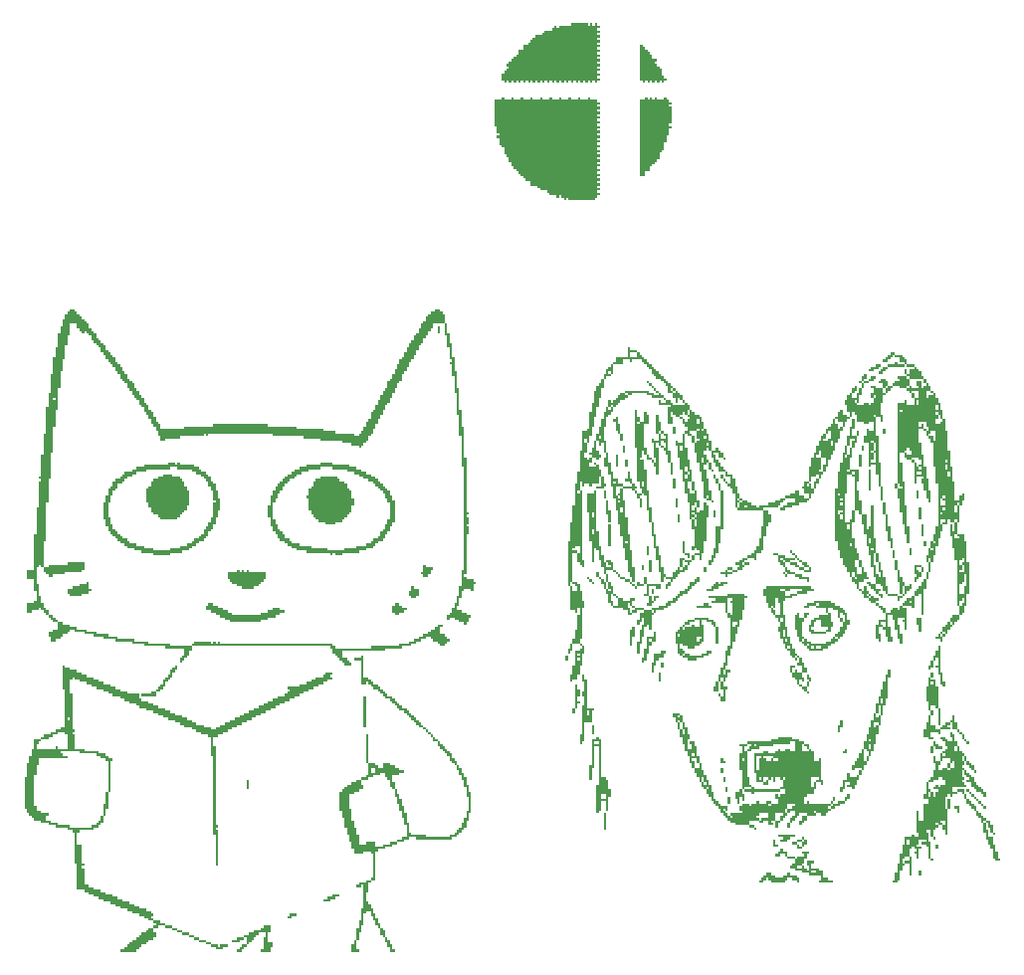
<source format=gbo>
G04 Layer_Color=32896*
%FSLAX25Y25*%
%MOIN*%
G70*
G01*
G75*
G36*
X249400Y133500D02*
X251000D01*
Y132700D01*
X249400D01*
Y133500D01*
X247800D01*
Y134300D01*
X249400D01*
Y133500D01*
D02*
G37*
G36*
X312600Y134300D02*
X313400D01*
Y133500D01*
Y132700D01*
X312600D01*
Y133500D01*
Y134300D01*
X311000D01*
Y133500D01*
X311800D01*
Y132700D01*
X312600D01*
Y131900D01*
Y131100D01*
X311800D01*
Y130300D01*
X311000D01*
Y129500D01*
X310200D01*
Y130300D01*
Y131100D01*
X311000D01*
Y131900D01*
X310200D01*
Y132700D01*
Y133500D01*
Y134300D01*
Y135100D01*
X312600D01*
Y134300D01*
D02*
G37*
G36*
X315800Y83900D02*
Y83100D01*
Y82300D01*
Y81500D01*
X317400D01*
Y80700D01*
Y79900D01*
X319000D01*
Y79100D01*
Y78300D01*
X318200D01*
Y79100D01*
X315800D01*
Y78300D01*
Y77500D01*
X316600D01*
Y76700D01*
X315000D01*
Y77500D01*
X313400D01*
Y78300D01*
Y79100D01*
Y79900D01*
X314200D01*
Y80700D01*
Y81500D01*
Y82300D01*
X315000D01*
Y83100D01*
Y83900D01*
Y84700D01*
X315800D01*
Y83900D01*
D02*
G37*
G36*
X87400Y132700D02*
X93000D01*
Y131900D01*
Y131100D01*
Y130300D01*
X92200D01*
Y129500D01*
X91400D01*
Y128700D01*
X90600D01*
Y127900D01*
X89000D01*
Y127100D01*
X85000D01*
Y127900D01*
X83400D01*
Y128700D01*
X81800D01*
Y129500D01*
X81000D01*
Y130300D01*
X80200D01*
Y131100D01*
Y131900D01*
Y132700D01*
X83400D01*
Y133500D01*
X84200D01*
Y132700D01*
X85000D01*
Y133500D01*
X85800D01*
Y132700D01*
X86600D01*
Y133500D01*
X87400D01*
Y132700D01*
D02*
G37*
G36*
X222200Y135900D02*
Y135100D01*
Y134300D01*
Y133500D01*
Y132700D01*
X221400D01*
Y133500D01*
Y134300D01*
Y135100D01*
Y135900D01*
Y136700D01*
X222200D01*
Y135900D01*
D02*
G37*
G36*
X240600Y133500D02*
Y132700D01*
X239800D01*
Y133500D01*
Y134300D01*
X240600D01*
Y133500D01*
D02*
G37*
G36*
X254200Y136700D02*
X253400D01*
Y135900D01*
X255000D01*
Y135100D01*
X253400D01*
Y135900D01*
X252600D01*
Y135100D01*
X253400D01*
Y134300D01*
X252600D01*
Y133500D01*
X251000D01*
Y134300D01*
X251800D01*
Y135100D01*
X250200D01*
Y135900D01*
X251800D01*
Y136700D01*
X252600D01*
Y137500D01*
X254200D01*
Y136700D01*
D02*
G37*
G36*
X236600Y137500D02*
Y136700D01*
X235800D01*
Y137500D01*
Y138300D01*
X236600D01*
Y137500D01*
D02*
G37*
G36*
X233400Y142300D02*
Y141500D01*
Y140700D01*
Y139900D01*
Y139100D01*
X235000D01*
Y138300D01*
Y137500D01*
X234200D01*
Y138300D01*
X233400D01*
Y139100D01*
X232600D01*
Y139900D01*
Y140700D01*
Y141500D01*
Y142300D01*
Y143100D01*
X233400D01*
Y142300D01*
D02*
G37*
G36*
X219800Y134300D02*
Y133500D01*
X219000D01*
Y134300D01*
Y135100D01*
X219800D01*
Y134300D01*
D02*
G37*
G36*
X269400Y139100D02*
X270200D01*
Y138300D01*
X271000D01*
Y137500D01*
X271800D01*
Y136700D01*
X272600D01*
Y135900D01*
X274200D01*
Y135100D01*
X275000D01*
Y134300D01*
X275800D01*
Y133500D01*
Y132700D01*
X273400D01*
Y133500D01*
X271800D01*
Y134300D01*
X270200D01*
Y135100D01*
X268600D01*
Y135900D01*
X267000D01*
Y136700D01*
X266200D01*
Y137500D01*
X265400D01*
Y136700D01*
X266200D01*
Y135900D01*
X267000D01*
Y135100D01*
Y134300D01*
X267800D01*
Y133500D01*
X268600D01*
Y132700D01*
X270200D01*
Y131900D01*
X272600D01*
Y131100D01*
X275000D01*
Y130300D01*
Y129500D01*
X274200D01*
Y130300D01*
X271800D01*
Y131100D01*
X270200D01*
Y131900D01*
X267800D01*
Y132700D01*
X267000D01*
Y133500D01*
Y134300D01*
X266200D01*
Y135100D01*
X265400D01*
Y135900D01*
X264600D01*
Y136700D01*
Y137500D01*
Y138300D01*
X263000D01*
Y139100D01*
X264600D01*
Y138300D01*
X267000D01*
Y137500D01*
X270200D01*
Y136700D01*
X268600D01*
Y135900D01*
X271000D01*
Y135100D01*
X271800D01*
Y134300D01*
X273400D01*
Y133500D01*
X275000D01*
Y134300D01*
X273400D01*
Y135100D01*
X272600D01*
Y135900D01*
X271800D01*
Y136700D01*
X271000D01*
Y137500D01*
X270200D01*
Y138300D01*
X269400D01*
Y139100D01*
X268600D01*
Y139900D01*
X269400D01*
Y139100D01*
D02*
G37*
G36*
X243800Y164700D02*
Y163900D01*
X244600D01*
Y163100D01*
Y162300D01*
X245400D01*
Y161500D01*
Y160700D01*
Y159900D01*
X246200D01*
Y159100D01*
Y158300D01*
Y157500D01*
Y156700D01*
Y155900D01*
Y155100D01*
Y154300D01*
Y153500D01*
Y152700D01*
Y151900D01*
Y151100D01*
Y150300D01*
Y149500D01*
Y148700D01*
Y147900D01*
Y147100D01*
X245400D01*
Y146300D01*
Y145500D01*
Y144700D01*
Y143900D01*
Y143100D01*
Y142300D01*
X244600D01*
Y141500D01*
Y140700D01*
Y139900D01*
Y139100D01*
X243800D01*
Y138300D01*
Y137500D01*
X243000D01*
Y136700D01*
Y135900D01*
X242200D01*
Y135100D01*
X241400D01*
Y135900D01*
Y136700D01*
X242200D01*
Y137500D01*
Y138300D01*
X243000D01*
Y139100D01*
Y139900D01*
Y140700D01*
X243800D01*
Y141500D01*
Y142300D01*
Y143100D01*
Y143900D01*
Y144700D01*
Y145500D01*
Y146300D01*
Y147100D01*
Y147900D01*
X245400D01*
Y148700D01*
Y149500D01*
Y150300D01*
Y151100D01*
Y151900D01*
Y152700D01*
Y153500D01*
Y154300D01*
Y155100D01*
Y155900D01*
Y156700D01*
Y157500D01*
Y158300D01*
Y159100D01*
Y159900D01*
X244600D01*
Y160700D01*
Y161500D01*
Y162300D01*
X243800D01*
Y163100D01*
Y163900D01*
X243000D01*
Y164700D01*
Y165500D01*
X243800D01*
Y164700D01*
D02*
G37*
G36*
X201400Y130300D02*
X202200D01*
Y129500D01*
X203000D01*
Y128700D01*
X202200D01*
Y129500D01*
X201400D01*
Y130300D01*
X200600D01*
Y131100D01*
X201400D01*
Y130300D01*
D02*
G37*
G36*
X247800Y128700D02*
X246200D01*
Y127900D01*
X244600D01*
Y127100D01*
X243000D01*
Y126300D01*
X240600D01*
Y127100D01*
X242200D01*
Y127900D01*
X243000D01*
Y128700D01*
X243800D01*
Y129500D01*
X244600D01*
Y128700D01*
X245400D01*
Y129500D01*
X247800D01*
Y128700D01*
D02*
G37*
G36*
X126600Y90300D02*
Y89500D01*
Y88700D01*
Y87900D01*
Y87100D01*
Y86300D01*
Y85500D01*
Y84700D01*
Y83900D01*
Y83100D01*
Y82300D01*
Y81500D01*
Y80700D01*
X125800D01*
Y81500D01*
Y82300D01*
Y83100D01*
Y83900D01*
Y84700D01*
Y85500D01*
Y86300D01*
Y87100D01*
Y87900D01*
Y88700D01*
Y89500D01*
Y90300D01*
Y91100D01*
X126600D01*
Y90300D01*
D02*
G37*
G36*
X220600Y130300D02*
Y129500D01*
Y128700D01*
X225400D01*
Y127900D01*
Y127100D01*
X223800D01*
Y127900D01*
X221400D01*
Y127100D01*
Y126300D01*
Y125500D01*
Y124700D01*
X222200D01*
Y123900D01*
Y123100D01*
X223000D01*
Y122300D01*
X222200D01*
Y121500D01*
X220600D01*
Y122300D01*
X221400D01*
Y123100D01*
Y123900D01*
Y124700D01*
X219800D01*
Y125500D01*
X220600D01*
Y126300D01*
Y127100D01*
Y127900D01*
Y128700D01*
X219800D01*
Y129500D01*
Y130300D01*
Y131100D01*
X220600D01*
Y130300D01*
D02*
G37*
G36*
X228600Y128700D02*
Y127900D01*
X227800D01*
Y127100D01*
X227000D01*
Y127900D01*
Y128700D01*
X227800D01*
Y129500D01*
X228600D01*
Y128700D01*
D02*
G37*
G36*
X218200D02*
X219800D01*
Y127900D01*
X217400D01*
Y128700D01*
Y129500D01*
X218200D01*
Y128700D01*
D02*
G37*
G36*
X267000Y131900D02*
X267800D01*
Y131100D01*
X267000D01*
Y131900D01*
X266200D01*
Y132700D01*
X267000D01*
Y131900D01*
D02*
G37*
G36*
X322200Y81500D02*
X321400D01*
Y80700D01*
X322200D01*
Y79900D01*
X319000D01*
Y80700D01*
X319800D01*
Y81500D01*
X320600D01*
Y82300D01*
X322200D01*
Y81500D01*
D02*
G37*
G36*
X286200Y82300D02*
Y81500D01*
Y80700D01*
X285400D01*
Y79900D01*
Y79100D01*
X284600D01*
Y79900D01*
Y80700D01*
Y81500D01*
X285400D01*
Y82300D01*
Y83100D01*
X286200D01*
Y82300D01*
D02*
G37*
G36*
X315000Y131900D02*
Y131100D01*
Y130300D01*
X314200D01*
Y131100D01*
Y131900D01*
Y132700D01*
X315000D01*
Y131900D01*
D02*
G37*
G36*
X146600Y134300D02*
X149000D01*
Y133500D01*
X148200D01*
Y132700D01*
Y131900D01*
X147400D01*
Y131100D01*
X145800D01*
Y131900D01*
X145000D01*
Y132700D01*
X145800D01*
Y133500D01*
Y134300D01*
Y135100D01*
X146600D01*
Y134300D01*
D02*
G37*
G36*
X247800Y132700D02*
X249400D01*
Y131900D01*
X247800D01*
Y131100D01*
X247000D01*
Y131900D01*
X245400D01*
Y132700D01*
X247000D01*
Y133500D01*
X247800D01*
Y132700D01*
D02*
G37*
G36*
X316600Y73500D02*
Y72700D01*
Y71900D01*
X315800D01*
Y72700D01*
Y73500D01*
Y74300D01*
X316600D01*
Y73500D01*
D02*
G37*
G36*
X287800Y72700D02*
Y71900D01*
X286200D01*
Y72700D01*
X287000D01*
Y73500D01*
X287800D01*
Y72700D01*
D02*
G37*
G36*
X312600Y153500D02*
Y152700D01*
Y151900D01*
Y151100D01*
Y150300D01*
X311800D01*
Y151100D01*
Y151900D01*
Y152700D01*
Y153500D01*
Y154300D01*
X312600D01*
Y153500D01*
D02*
G37*
G36*
X317400Y75100D02*
X318200D01*
Y74300D01*
X319800D01*
Y73500D01*
X317400D01*
Y74300D01*
X316600D01*
Y75100D01*
Y75900D01*
X317400D01*
Y75100D01*
D02*
G37*
G36*
X207800Y155900D02*
Y155100D01*
Y154300D01*
Y153500D01*
X208600D01*
Y152700D01*
Y151900D01*
Y151100D01*
Y150300D01*
Y149500D01*
X207800D01*
Y150300D01*
Y151100D01*
Y151900D01*
X207000D01*
Y152700D01*
Y153500D01*
Y154300D01*
Y155100D01*
Y155900D01*
Y156700D01*
X207800D01*
Y155900D01*
D02*
G37*
G36*
X231800Y151100D02*
Y150300D01*
Y149500D01*
X231000D01*
Y150300D01*
Y151100D01*
Y151900D01*
X231800D01*
Y151100D01*
D02*
G37*
G36*
X271800Y159100D02*
Y158300D01*
X273400D01*
Y157500D01*
X275000D01*
Y156700D01*
X274200D01*
Y155900D01*
X271800D01*
Y155100D01*
X269400D01*
Y154300D01*
X267000D01*
Y153500D01*
X265400D01*
Y154300D01*
X266200D01*
Y155100D01*
X267800D01*
Y155900D01*
X270200D01*
Y156700D01*
Y157500D01*
X267000D01*
Y158300D01*
X268600D01*
Y159100D01*
X270200D01*
Y159900D01*
X271800D01*
Y159100D01*
D02*
G37*
G36*
X231000Y156700D02*
Y155900D01*
Y155100D01*
Y154300D01*
X230200D01*
Y155100D01*
Y155900D01*
Y156700D01*
Y157500D01*
X231000D01*
Y156700D01*
D02*
G37*
G36*
X293400Y72700D02*
Y71900D01*
Y71100D01*
Y70300D01*
Y69500D01*
X294200D01*
Y68700D01*
Y67900D01*
X293400D01*
Y67100D01*
Y66300D01*
X292600D01*
Y67100D01*
X290200D01*
Y66300D01*
X289400D01*
Y67100D01*
Y67900D01*
X290200D01*
Y68700D01*
Y69500D01*
X291000D01*
Y70300D01*
X291800D01*
Y71100D01*
Y71900D01*
X292600D01*
Y72700D01*
Y73500D01*
X293400D01*
Y72700D01*
D02*
G37*
G36*
X295000Y70300D02*
Y69500D01*
X294200D01*
Y70300D01*
Y71100D01*
X295000D01*
Y70300D01*
D02*
G37*
G36*
X243800Y152700D02*
Y151900D01*
Y151100D01*
X243000D01*
Y151900D01*
Y152700D01*
Y153500D01*
X243800D01*
Y152700D01*
D02*
G37*
G36*
X246200Y69500D02*
X247000D01*
Y68700D01*
X245400D01*
Y69500D01*
Y70300D01*
X246200D01*
Y69500D01*
D02*
G37*
G36*
X309400Y139900D02*
Y139100D01*
Y138300D01*
X308600D01*
Y139100D01*
Y139900D01*
Y140700D01*
X309400D01*
Y139900D01*
D02*
G37*
G36*
X203000Y80700D02*
Y79900D01*
Y79100D01*
Y78300D01*
X202200D01*
Y79100D01*
Y79900D01*
Y80700D01*
Y81500D01*
X203000D01*
Y80700D01*
D02*
G37*
G36*
X323000Y78300D02*
X323800D01*
Y77500D01*
Y76700D01*
Y75900D01*
X324600D01*
Y75100D01*
Y74300D01*
X325400D01*
Y73500D01*
Y72700D01*
X326200D01*
Y71900D01*
X327000D01*
Y71100D01*
X327800D01*
Y70300D01*
Y69500D01*
X328600D01*
Y68700D01*
X329400D01*
Y67900D01*
X330200D01*
Y67100D01*
Y66300D01*
X331000D01*
Y65500D01*
X330200D01*
Y66300D01*
X329400D01*
Y67100D01*
X328600D01*
Y67900D01*
X327800D01*
Y68700D01*
Y69500D01*
X327000D01*
Y70300D01*
Y71100D01*
X326200D01*
Y70300D01*
Y69500D01*
X327000D01*
Y68700D01*
Y67900D01*
X326200D01*
Y67100D01*
X327000D01*
Y66300D01*
X327800D01*
Y65500D01*
X328600D01*
Y64700D01*
X329400D01*
Y63900D01*
X330200D01*
Y63100D01*
Y62300D01*
X331000D01*
Y61500D01*
X331800D01*
Y60700D01*
X332600D01*
Y59900D01*
X333400D01*
Y59100D01*
X334200D01*
Y58300D01*
Y57500D01*
X333400D01*
Y58300D01*
X332600D01*
Y59100D01*
X331000D01*
Y59900D01*
X330200D01*
Y60700D01*
X329400D01*
Y61500D01*
Y62300D01*
X327800D01*
Y63100D01*
X328600D01*
Y63900D01*
X327800D01*
Y64700D01*
X327000D01*
Y65500D01*
Y66300D01*
X326200D01*
Y65500D01*
Y64700D01*
Y63900D01*
X327000D01*
Y63100D01*
X326200D01*
Y62300D01*
X327000D01*
Y61500D01*
X327800D01*
Y60700D01*
X323000D01*
Y59900D01*
Y59100D01*
X324600D01*
Y58300D01*
X323000D01*
Y57500D01*
X322200D01*
Y58300D01*
X321400D01*
Y57500D01*
X320600D01*
Y56700D01*
Y55900D01*
Y55100D01*
Y54300D01*
Y53500D01*
X321400D01*
Y52700D01*
Y51900D01*
Y51100D01*
Y50300D01*
Y49500D01*
Y48700D01*
Y47900D01*
Y47100D01*
Y46300D01*
Y45500D01*
Y44700D01*
X320600D01*
Y45500D01*
Y46300D01*
X319800D01*
Y47100D01*
Y47900D01*
X318200D01*
Y48700D01*
X317400D01*
Y47900D01*
X318200D01*
Y47100D01*
X317400D01*
Y46300D01*
X316600D01*
Y45500D01*
Y44700D01*
Y43900D01*
X317400D01*
Y43100D01*
X316600D01*
Y43900D01*
X315800D01*
Y44700D01*
Y45500D01*
Y46300D01*
X314200D01*
Y45500D01*
X315000D01*
Y44700D01*
Y43900D01*
Y43100D01*
Y42300D01*
X315800D01*
Y41500D01*
Y40700D01*
Y39900D01*
Y39100D01*
Y38300D01*
Y37500D01*
Y36700D01*
X316600D01*
Y35900D01*
X315800D01*
Y36700D01*
X315000D01*
Y37500D01*
Y38300D01*
Y39100D01*
Y39900D01*
Y40700D01*
X314200D01*
Y41500D01*
X312600D01*
Y42300D01*
X314200D01*
Y43100D01*
X311800D01*
Y42300D01*
Y41500D01*
X311000D01*
Y40700D01*
X312600D01*
Y39900D01*
X311800D01*
Y39100D01*
Y38300D01*
Y37500D01*
Y36700D01*
X311000D01*
Y37500D01*
Y38300D01*
X310200D01*
Y39100D01*
X311000D01*
Y39900D01*
X310200D01*
Y40700D01*
X309400D01*
Y39900D01*
X308600D01*
Y39100D01*
Y38300D01*
Y37500D01*
X309400D01*
Y36700D01*
Y35900D01*
Y35100D01*
Y34300D01*
Y33500D01*
Y32700D01*
Y31900D01*
Y31100D01*
X308600D01*
Y31900D01*
Y32700D01*
Y33500D01*
Y34300D01*
Y35100D01*
X307000D01*
Y35900D01*
X308600D01*
Y36700D01*
Y37500D01*
X307000D01*
Y36700D01*
X306200D01*
Y35900D01*
Y35100D01*
X307000D01*
Y34300D01*
X306200D01*
Y33500D01*
Y32700D01*
X305400D01*
Y31900D01*
Y31100D01*
Y30300D01*
Y29500D01*
X304600D01*
Y28700D01*
X303000D01*
Y29500D01*
X303800D01*
Y30300D01*
Y31100D01*
Y31900D01*
X304600D01*
Y32700D01*
Y33500D01*
Y34300D01*
Y35100D01*
X305400D01*
Y35900D01*
Y36700D01*
Y37500D01*
Y38300D01*
X306200D01*
Y39100D01*
Y39900D01*
Y40700D01*
Y41500D01*
X307000D01*
Y42300D01*
Y43100D01*
Y43900D01*
X309400D01*
Y44700D01*
X310200D01*
Y43900D01*
X311800D01*
Y44700D01*
Y45500D01*
X311000D01*
Y46300D01*
Y47100D01*
Y47900D01*
Y48700D01*
Y49500D01*
Y50300D01*
Y51100D01*
Y51900D01*
Y52700D01*
X311800D01*
Y51900D01*
Y51100D01*
Y50300D01*
Y49500D01*
X313400D01*
Y50300D01*
Y51100D01*
Y51900D01*
Y52700D01*
Y53500D01*
Y54300D01*
Y55100D01*
X315000D01*
Y55900D01*
Y56700D01*
X313400D01*
Y57500D01*
Y58300D01*
X314200D01*
Y59100D01*
Y59900D01*
Y60700D01*
Y61500D01*
Y62300D01*
X315000D01*
Y61500D01*
Y60700D01*
Y59900D01*
X315800D01*
Y59100D01*
X316600D01*
Y58300D01*
Y57500D01*
X317400D01*
Y58300D01*
Y59100D01*
X318200D01*
Y59900D01*
X316600D01*
Y60700D01*
X317400D01*
Y61500D01*
X318200D01*
Y60700D01*
X319000D01*
Y61500D01*
X320600D01*
Y62300D01*
Y63100D01*
X319800D01*
Y63900D01*
X318200D01*
Y63100D01*
X316600D01*
Y62300D01*
X315000D01*
Y63100D01*
X315800D01*
Y63900D01*
X316600D01*
Y64700D01*
Y65500D01*
Y66300D01*
X317400D01*
Y67100D01*
Y67900D01*
Y68700D01*
X316600D01*
Y69500D01*
Y70300D01*
Y71100D01*
X317400D01*
Y70300D01*
Y69500D01*
X319000D01*
Y68700D01*
Y67900D01*
X318200D01*
Y67100D01*
Y66300D01*
X319800D01*
Y67100D01*
X321400D01*
Y66300D01*
X322200D01*
Y67100D01*
X321400D01*
Y67900D01*
Y68700D01*
X322200D01*
Y67900D01*
Y67100D01*
X323800D01*
Y67900D01*
Y68700D01*
Y69500D01*
X323000D01*
Y68700D01*
X322200D01*
Y69500D01*
Y70300D01*
X319800D01*
Y69500D01*
X319000D01*
Y70300D01*
Y71100D01*
Y71900D01*
X319800D01*
Y71100D01*
X320600D01*
Y71900D01*
X319800D01*
Y72700D01*
X320600D01*
Y73500D01*
X321400D01*
Y74300D01*
X320600D01*
Y75100D01*
Y75900D01*
X319800D01*
Y76700D01*
X319000D01*
Y77500D01*
X320600D01*
Y76700D01*
X321400D01*
Y75900D01*
X323000D01*
Y76700D01*
Y77500D01*
X322200D01*
Y78300D01*
Y79100D01*
X323000D01*
Y78300D01*
D02*
G37*
G36*
X303800Y139100D02*
Y138300D01*
Y137500D01*
X303000D01*
Y138300D01*
Y139100D01*
Y139900D01*
X303800D01*
Y139100D01*
D02*
G37*
G36*
X115400Y168700D02*
X121000D01*
Y167900D01*
X123400D01*
Y167100D01*
X125000D01*
Y166300D01*
X126600D01*
Y165500D01*
X128200D01*
Y164700D01*
X129800D01*
Y163900D01*
X130600D01*
Y163100D01*
X131400D01*
Y162300D01*
X132200D01*
Y161500D01*
X133000D01*
Y160700D01*
X133800D01*
Y159900D01*
X134600D01*
Y159100D01*
Y158300D01*
X135400D01*
Y157500D01*
Y156700D01*
X136200D01*
Y155900D01*
Y155100D01*
Y154300D01*
Y153500D01*
Y152700D01*
Y151900D01*
Y151100D01*
Y150300D01*
Y149500D01*
X135400D01*
Y148700D01*
Y147900D01*
X134600D01*
Y147100D01*
Y146300D01*
X133800D01*
Y145500D01*
X133000D01*
Y144700D01*
Y143900D01*
X132200D01*
Y143100D01*
X130600D01*
Y142300D01*
X129800D01*
Y141500D01*
X129000D01*
Y140700D01*
X126600D01*
Y139900D01*
X124200D01*
Y139100D01*
X118600D01*
Y138300D01*
X116200D01*
Y139100D01*
X115400D01*
Y138300D01*
X114600D01*
Y139100D01*
X106600D01*
Y139900D01*
X103400D01*
Y140700D01*
X101800D01*
Y141500D01*
X100200D01*
Y142300D01*
X99400D01*
Y143100D01*
X97800D01*
Y143900D01*
X97000D01*
Y144700D01*
Y145500D01*
X96200D01*
Y146300D01*
X95400D01*
Y147100D01*
Y147900D01*
X94600D01*
Y148700D01*
Y149500D01*
Y150300D01*
Y151100D01*
X93800D01*
Y151900D01*
Y152700D01*
Y153500D01*
Y154300D01*
Y155100D01*
X94600D01*
Y155900D01*
Y156700D01*
Y157500D01*
Y158300D01*
X95400D01*
Y159100D01*
Y159900D01*
X96200D01*
Y160700D01*
Y161500D01*
X97000D01*
Y162300D01*
X97800D01*
Y163100D01*
X98600D01*
Y163900D01*
X99400D01*
Y164700D01*
X100200D01*
Y165500D01*
X101800D01*
Y166300D01*
X102600D01*
Y167100D01*
X104200D01*
Y167900D01*
X106600D01*
Y168700D01*
X111400D01*
Y169500D01*
X115400D01*
Y168700D01*
D02*
G37*
G36*
X221400Y140700D02*
Y139900D01*
Y139100D01*
Y138300D01*
X220600D01*
Y139100D01*
Y139900D01*
Y140700D01*
Y141500D01*
X221400D01*
Y140700D01*
D02*
G37*
G36*
X314200Y142300D02*
Y141500D01*
X313400D01*
Y142300D01*
Y143100D01*
X314200D01*
Y142300D01*
D02*
G37*
G36*
X199800Y97500D02*
Y96700D01*
X200600D01*
Y95900D01*
Y95100D01*
Y94300D01*
Y93500D01*
Y92700D01*
Y91900D01*
Y91100D01*
Y90300D01*
Y89500D01*
Y88700D01*
Y87900D01*
Y87100D01*
X203000D01*
Y86300D01*
X202200D01*
Y85500D01*
Y84700D01*
Y83900D01*
Y83100D01*
Y82300D01*
X199800D01*
Y81500D01*
Y80700D01*
Y79900D01*
Y79100D01*
Y78300D01*
Y77500D01*
Y76700D01*
Y75900D01*
X199000D01*
Y75100D01*
X198200D01*
Y75900D01*
Y76700D01*
Y77500D01*
Y78300D01*
X199000D01*
Y79100D01*
Y79900D01*
Y80700D01*
Y81500D01*
Y82300D01*
Y83100D01*
Y83900D01*
Y84700D01*
Y85500D01*
Y86300D01*
Y87100D01*
Y87900D01*
X199800D01*
Y88700D01*
Y89500D01*
Y90300D01*
Y91100D01*
X199000D01*
Y91900D01*
Y92700D01*
X199800D01*
Y93500D01*
Y94300D01*
Y95100D01*
Y95900D01*
X199000D01*
Y96700D01*
Y97500D01*
Y98300D01*
X199800D01*
Y97500D01*
D02*
G37*
G36*
X313400Y147900D02*
Y147100D01*
Y146300D01*
Y145500D01*
Y144700D01*
X312600D01*
Y145500D01*
Y146300D01*
Y147100D01*
Y147900D01*
Y148700D01*
X313400D01*
Y147900D01*
D02*
G37*
G36*
X300600Y155100D02*
Y154300D01*
Y153500D01*
Y152700D01*
Y151900D01*
X301400D01*
Y151100D01*
Y150300D01*
Y149500D01*
Y148700D01*
Y147900D01*
X302200D01*
Y147100D01*
Y146300D01*
Y145500D01*
Y144700D01*
Y143900D01*
X303000D01*
Y143100D01*
Y142300D01*
Y141500D01*
Y140700D01*
X302200D01*
Y141500D01*
Y142300D01*
Y143100D01*
X301400D01*
Y143900D01*
Y144700D01*
Y145500D01*
Y146300D01*
X300600D01*
Y147100D01*
Y147900D01*
Y148700D01*
Y149500D01*
Y150300D01*
Y151100D01*
Y151900D01*
X299800D01*
Y152700D01*
Y153500D01*
Y154300D01*
Y155100D01*
Y155900D01*
X300600D01*
Y155100D01*
D02*
G37*
G36*
X208600Y147900D02*
Y147100D01*
Y146300D01*
Y145500D01*
Y144700D01*
Y143900D01*
Y143100D01*
Y142300D01*
Y141500D01*
X207800D01*
Y142300D01*
Y143100D01*
Y143900D01*
Y144700D01*
Y145500D01*
Y146300D01*
Y147100D01*
Y147900D01*
Y148700D01*
X208600D01*
Y147900D01*
D02*
G37*
G36*
X323800Y83900D02*
Y83100D01*
Y82300D01*
X324600D01*
Y81500D01*
Y80700D01*
Y79900D01*
X325400D01*
Y79100D01*
X326200D01*
Y78300D01*
X327000D01*
Y77500D01*
Y76700D01*
X327800D01*
Y75900D01*
X328600D01*
Y75100D01*
X327800D01*
Y75900D01*
X327000D01*
Y76700D01*
X326200D01*
Y77500D01*
Y78300D01*
X325400D01*
Y79100D01*
X324600D01*
Y79900D01*
X323000D01*
Y80700D01*
Y81500D01*
Y82300D01*
X322200D01*
Y83100D01*
X323000D01*
Y83900D01*
Y84700D01*
X323800D01*
Y83900D01*
D02*
G37*
G36*
X319000Y111100D02*
X319800D01*
Y110300D01*
Y109500D01*
X319000D01*
Y110300D01*
X317400D01*
Y111100D01*
X318200D01*
Y111900D01*
X319000D01*
Y111100D01*
D02*
G37*
G36*
X282200Y122300D02*
X283800D01*
Y121500D01*
X285400D01*
Y120700D01*
X286200D01*
Y119900D01*
X287000D01*
Y119100D01*
X287800D01*
Y118300D01*
Y117500D01*
Y116700D01*
X288600D01*
Y115900D01*
Y115100D01*
X287800D01*
Y114300D01*
Y113500D01*
X287000D01*
Y112700D01*
Y111900D01*
X286200D01*
Y111100D01*
X285400D01*
Y110300D01*
X284600D01*
Y111100D01*
X283800D01*
Y111900D01*
X284600D01*
Y112700D01*
X285400D01*
Y113500D01*
Y114300D01*
X286200D01*
Y115100D01*
Y115900D01*
X285400D01*
Y116700D01*
Y117500D01*
X284600D01*
Y118300D01*
Y119100D01*
Y119900D01*
X283000D01*
Y120700D01*
X281400D01*
Y119900D01*
Y119100D01*
X282200D01*
Y118300D01*
Y117500D01*
Y116700D01*
Y115900D01*
X283000D01*
Y115100D01*
Y114300D01*
X282200D01*
Y113500D01*
Y112700D01*
X280600D01*
Y113500D01*
X281400D01*
Y114300D01*
X279000D01*
Y115100D01*
Y115900D01*
Y116700D01*
X277400D01*
Y115900D01*
X276600D01*
Y115100D01*
Y114300D01*
X275800D01*
Y113500D01*
X276600D01*
Y112700D01*
X280600D01*
Y111900D01*
X275800D01*
Y112700D01*
X275000D01*
Y113500D01*
Y114300D01*
Y115100D01*
X275800D01*
Y115900D01*
Y116700D01*
X276600D01*
Y117500D01*
X278200D01*
Y118300D01*
X281400D01*
Y119100D01*
X280600D01*
Y119900D01*
Y120700D01*
X277400D01*
Y121500D01*
X275000D01*
Y120700D01*
X273400D01*
Y121500D01*
X274200D01*
Y122300D01*
X276600D01*
Y123100D01*
X282200D01*
Y122300D01*
D02*
G37*
G36*
X319000Y107100D02*
Y106300D01*
Y105500D01*
Y104700D01*
Y103900D01*
Y103100D01*
Y102300D01*
Y101500D01*
Y100700D01*
Y99900D01*
Y99100D01*
X319800D01*
Y98300D01*
Y97500D01*
Y96700D01*
Y95900D01*
X320600D01*
Y95100D01*
Y94300D01*
X319800D01*
Y95100D01*
X319000D01*
Y95900D01*
Y96700D01*
Y97500D01*
Y98300D01*
X318200D01*
Y99100D01*
Y99900D01*
Y100700D01*
X317400D01*
Y101500D01*
X318200D01*
Y102300D01*
Y103100D01*
Y103900D01*
X317400D01*
Y103100D01*
X316600D01*
Y103900D01*
Y104700D01*
X317400D01*
Y105500D01*
Y106300D01*
X318200D01*
Y107100D01*
Y107900D01*
X319000D01*
Y107100D01*
D02*
G37*
G36*
X270200Y100700D02*
X269400D01*
Y99900D01*
Y99100D01*
X270200D01*
Y99900D01*
X271000D01*
Y99100D01*
X272600D01*
Y98300D01*
Y97500D01*
X273400D01*
Y96700D01*
Y95900D01*
X272600D01*
Y96700D01*
X271800D01*
Y95900D01*
Y95100D01*
X272600D01*
Y94300D01*
X274200D01*
Y93500D01*
Y92700D01*
X275000D01*
Y91900D01*
X274200D01*
Y92700D01*
X273400D01*
Y93500D01*
X272600D01*
Y94300D01*
X271800D01*
Y95100D01*
X271000D01*
Y95900D01*
Y96700D01*
X270200D01*
Y97500D01*
X269400D01*
Y98300D01*
Y99100D01*
X268600D01*
Y99900D01*
Y100700D01*
Y101500D01*
X270200D01*
Y100700D01*
D02*
G37*
G36*
X253400Y124700D02*
X254200D01*
Y123900D01*
X253400D01*
Y123100D01*
Y122300D01*
Y121500D01*
Y120700D01*
Y119900D01*
X252600D01*
Y119100D01*
Y118300D01*
Y117500D01*
Y116700D01*
X251800D01*
Y115900D01*
Y115100D01*
Y114300D01*
X251000D01*
Y113500D01*
Y112700D01*
Y111900D01*
X250200D01*
Y111100D01*
Y110300D01*
Y109500D01*
X249400D01*
Y108700D01*
Y107900D01*
Y107100D01*
X248600D01*
Y106300D01*
Y105500D01*
Y104700D01*
X247800D01*
Y103900D01*
Y103100D01*
Y102300D01*
Y101500D01*
X247000D01*
Y100700D01*
Y99900D01*
X248600D01*
Y99100D01*
X247800D01*
Y98300D01*
Y97500D01*
X247000D01*
Y96700D01*
Y95900D01*
X246200D01*
Y96700D01*
Y97500D01*
X245400D01*
Y96700D01*
Y95900D01*
X246200D01*
Y95100D01*
Y94300D01*
X247800D01*
Y93500D01*
X247000D01*
Y92700D01*
Y91900D01*
Y91100D01*
Y90300D01*
Y89500D01*
X245400D01*
Y90300D01*
Y91100D01*
X244600D01*
Y91900D01*
X245400D01*
Y91100D01*
X246200D01*
Y91900D01*
Y92700D01*
Y93500D01*
X245400D01*
Y94300D01*
Y95100D01*
Y95900D01*
X244600D01*
Y96700D01*
Y97500D01*
Y98300D01*
X245400D01*
Y99100D01*
Y99900D01*
Y100700D01*
X246200D01*
Y101500D01*
Y102300D01*
X247000D01*
Y103100D01*
Y103900D01*
Y104700D01*
Y105500D01*
Y106300D01*
X247800D01*
Y107100D01*
Y107900D01*
X248600D01*
Y108700D01*
Y109500D01*
Y110300D01*
Y111100D01*
Y111900D01*
Y112700D01*
Y113500D01*
Y114300D01*
Y115100D01*
Y115900D01*
Y116700D01*
Y117500D01*
X247800D01*
Y118300D01*
Y119100D01*
X247000D01*
Y119900D01*
Y120700D01*
Y121500D01*
Y122300D01*
X242200D01*
Y123100D01*
X243800D01*
Y123900D01*
X241400D01*
Y124700D01*
X247800D01*
Y125500D01*
X253400D01*
Y124700D01*
D02*
G37*
G36*
X225400Y98300D02*
Y97500D01*
Y96700D01*
Y95900D01*
X224600D01*
Y96700D01*
Y97500D01*
Y98300D01*
Y99100D01*
X225400D01*
Y98300D01*
D02*
G37*
G36*
X275000Y95100D02*
Y94300D01*
X274200D01*
Y95100D01*
Y95900D01*
X275000D01*
Y95100D01*
D02*
G37*
G36*
X244600D02*
Y94300D01*
Y93500D01*
Y92700D01*
X243000D01*
Y93500D01*
Y94300D01*
X243800D01*
Y95100D01*
Y95900D01*
X244600D01*
Y95100D01*
D02*
G37*
G36*
X236600Y115900D02*
X235000D01*
Y115100D01*
X233400D01*
Y115900D01*
X234200D01*
Y116700D01*
X236600D01*
Y115900D01*
D02*
G37*
G36*
X319800Y111900D02*
X320600D01*
Y111100D01*
X319800D01*
Y111900D01*
X319000D01*
Y112700D01*
X319800D01*
Y111900D01*
D02*
G37*
G36*
X322200Y115100D02*
X323000D01*
Y114300D01*
X322200D01*
Y113500D01*
X321400D01*
Y112700D01*
Y111900D01*
X320600D01*
Y112700D01*
X319800D01*
Y113500D01*
Y114300D01*
X320600D01*
Y115100D01*
X321400D01*
Y115900D01*
X322200D01*
Y115100D01*
D02*
G37*
G36*
X312600Y116700D02*
Y115900D01*
Y115100D01*
Y114300D01*
Y113500D01*
Y112700D01*
X311800D01*
Y113500D01*
Y114300D01*
Y115100D01*
X311000D01*
Y115900D01*
Y116700D01*
Y117500D01*
X312600D01*
Y116700D01*
D02*
G37*
G36*
X195800Y107900D02*
Y107100D01*
Y106300D01*
X195000D01*
Y105500D01*
X194200D01*
Y106300D01*
Y107100D01*
X195000D01*
Y107900D01*
Y108700D01*
X195800D01*
Y107900D01*
D02*
G37*
G36*
X271800Y118300D02*
Y117500D01*
X273400D01*
Y116700D01*
Y115900D01*
X272600D01*
Y115100D01*
Y114300D01*
Y113500D01*
Y112700D01*
Y111900D01*
Y111100D01*
X273400D01*
Y110300D01*
X274200D01*
Y109500D01*
X275800D01*
Y108700D01*
X280600D01*
Y109500D01*
X282200D01*
Y110300D01*
X283000D01*
Y111100D01*
X283800D01*
Y110300D01*
X284600D01*
Y109500D01*
X283800D01*
Y108700D01*
X282200D01*
Y107900D01*
X281400D01*
Y107100D01*
X279800D01*
Y106300D01*
X275000D01*
Y107100D01*
X274200D01*
Y107900D01*
X273400D01*
Y108700D01*
X272600D01*
Y109500D01*
X271800D01*
Y110300D01*
Y111100D01*
X271000D01*
Y111900D01*
Y112700D01*
Y113500D01*
X270200D01*
Y114300D01*
Y115100D01*
Y115900D01*
Y116700D01*
Y117500D01*
Y118300D01*
X271000D01*
Y119100D01*
X271800D01*
Y118300D01*
D02*
G37*
G36*
X227000Y105500D02*
X226200D01*
Y104700D01*
Y103900D01*
X224600D01*
Y103100D01*
X223800D01*
Y102300D01*
Y101500D01*
X223000D01*
Y100700D01*
Y99900D01*
Y99100D01*
X222200D01*
Y99900D01*
Y100700D01*
Y101500D01*
Y102300D01*
X223000D01*
Y103100D01*
Y103900D01*
Y104700D01*
Y105500D01*
X225400D01*
Y106300D01*
X227000D01*
Y105500D01*
D02*
G37*
G36*
X194200Y103900D02*
Y103100D01*
X193400D01*
Y103900D01*
Y104700D01*
X194200D01*
Y103900D01*
D02*
G37*
G36*
X226200Y101500D02*
Y100700D01*
X225400D01*
Y101500D01*
Y102300D01*
X226200D01*
Y101500D01*
D02*
G37*
G36*
X316600Y102300D02*
Y101500D01*
Y100700D01*
X315800D01*
Y99900D01*
X315000D01*
Y100700D01*
Y101500D01*
X315800D01*
Y102300D01*
Y103100D01*
X316600D01*
Y102300D01*
D02*
G37*
G36*
X275000Y97500D02*
X275800D01*
Y96700D01*
Y95900D01*
X275000D01*
Y96700D01*
X274200D01*
Y97500D01*
Y98300D01*
X275000D01*
Y97500D01*
D02*
G37*
G36*
X241400Y116700D02*
X243000D01*
Y115900D01*
X243800D01*
Y115100D01*
Y114300D01*
X244600D01*
Y113500D01*
Y112700D01*
Y111900D01*
Y111100D01*
Y110300D01*
Y109500D01*
Y108700D01*
X243800D01*
Y109500D01*
Y110300D01*
Y111100D01*
Y111900D01*
Y112700D01*
Y113500D01*
Y114300D01*
X243000D01*
Y115100D01*
X242200D01*
Y115900D01*
X240600D01*
Y116700D01*
X239000D01*
Y115900D01*
Y115100D01*
X239800D01*
Y114300D01*
Y113500D01*
Y112700D01*
Y111900D01*
Y111100D01*
Y110300D01*
Y109500D01*
X239000D01*
Y108700D01*
X238200D01*
Y107900D01*
X236600D01*
Y107100D01*
X234200D01*
Y107900D01*
X232600D01*
Y108700D01*
X231800D01*
Y107900D01*
Y107100D01*
X232600D01*
Y106300D01*
X233400D01*
Y105500D01*
X235000D01*
Y104700D01*
X239000D01*
Y105500D01*
X240600D01*
Y106300D01*
X242200D01*
Y105500D01*
X241400D01*
Y104700D01*
X239800D01*
Y103900D01*
X237400D01*
Y103100D01*
X234200D01*
Y103900D01*
X232600D01*
Y104700D01*
X231800D01*
Y105500D01*
X231000D01*
Y106300D01*
Y107100D01*
Y107900D01*
Y108700D01*
X230200D01*
Y109500D01*
Y110300D01*
Y111100D01*
Y111900D01*
Y112700D01*
X231000D01*
Y113500D01*
X231800D01*
Y114300D01*
X232600D01*
Y113500D01*
X233400D01*
Y114300D01*
X232600D01*
Y115100D01*
X233400D01*
Y114300D01*
X235800D01*
Y115100D01*
X236600D01*
Y114300D01*
X238200D01*
Y115100D01*
Y115900D01*
Y116700D01*
X236600D01*
Y117500D01*
X241400D01*
Y116700D01*
D02*
G37*
G36*
X223800Y111900D02*
Y111100D01*
Y110300D01*
Y109500D01*
X222200D01*
Y110300D01*
X221400D01*
Y109500D01*
X222200D01*
Y108700D01*
Y107900D01*
X221400D01*
Y107100D01*
Y106300D01*
Y105500D01*
X220600D01*
Y104700D01*
Y103900D01*
Y103100D01*
X219800D01*
Y102300D01*
X219000D01*
Y103100D01*
Y103900D01*
X219800D01*
Y104700D01*
Y105500D01*
Y106300D01*
Y107100D01*
X220600D01*
Y107900D01*
Y108700D01*
Y109500D01*
Y110300D01*
Y111100D01*
X223000D01*
Y111900D01*
Y112700D01*
X223800D01*
Y111900D01*
D02*
G37*
G36*
X316600Y98300D02*
Y97500D01*
X315800D01*
Y98300D01*
Y99100D01*
X316600D01*
Y98300D01*
D02*
G37*
G36*
X152200Y114300D02*
X151400D01*
Y113500D01*
Y112700D01*
Y111900D01*
X153000D01*
Y111100D01*
X153800D01*
Y110300D01*
X154600D01*
Y109500D01*
X153800D01*
Y108700D01*
X153000D01*
Y107900D01*
X151400D01*
Y108700D01*
X150600D01*
Y109500D01*
X149000D01*
Y110300D01*
X148200D01*
Y111100D01*
X146600D01*
Y110300D01*
X145000D01*
Y109500D01*
X143400D01*
Y108700D01*
X141800D01*
Y107900D01*
X138600D01*
Y107100D01*
X133000D01*
Y106300D01*
X118600D01*
Y105500D01*
Y104700D01*
Y103900D01*
X120200D01*
Y103100D01*
X121000D01*
Y102300D01*
X121800D01*
Y101500D01*
X119400D01*
Y102300D01*
X118600D01*
Y103100D01*
X117800D01*
Y103900D01*
X117000D01*
Y104700D01*
X116200D01*
Y105500D01*
X115400D01*
Y106300D01*
Y107100D01*
X114600D01*
Y107900D01*
X68200D01*
Y108700D01*
X69000D01*
Y109500D01*
X74600D01*
Y108700D01*
X75400D01*
Y109500D01*
X76200D01*
Y108700D01*
X77000D01*
Y109500D01*
X77800D01*
Y108700D01*
X115400D01*
Y107900D01*
X116200D01*
Y107100D01*
X128200D01*
Y107900D01*
X137800D01*
Y108700D01*
X141000D01*
Y109500D01*
X142600D01*
Y110300D01*
X144200D01*
Y111100D01*
X145800D01*
Y111900D01*
X147400D01*
Y112700D01*
X148200D01*
Y113500D01*
X149800D01*
Y114300D01*
X150600D01*
Y115100D01*
X152200D01*
Y114300D01*
D02*
G37*
G36*
X216600Y113500D02*
Y112700D01*
Y111900D01*
Y111100D01*
X215800D01*
Y110300D01*
Y109500D01*
Y108700D01*
Y107900D01*
X215000D01*
Y108700D01*
Y109500D01*
Y110300D01*
Y111100D01*
Y111900D01*
Y112700D01*
Y113500D01*
X215800D01*
Y114300D01*
X216600D01*
Y113500D01*
D02*
G37*
G36*
X142600Y127100D02*
X144200D01*
Y126300D01*
Y125500D01*
Y124700D01*
X143400D01*
Y123900D01*
X141800D01*
Y124700D01*
X141000D01*
Y125500D01*
Y126300D01*
X141800D01*
Y127100D01*
Y127900D01*
X142600D01*
Y127100D01*
D02*
G37*
G36*
X295800Y128700D02*
X297400D01*
Y127900D01*
Y127100D01*
X299000D01*
Y126300D01*
X298200D01*
Y125500D01*
X299800D01*
Y124700D01*
Y123900D01*
X299000D01*
Y124700D01*
X298200D01*
Y125500D01*
X297400D01*
Y126300D01*
X296600D01*
Y127100D01*
X295800D01*
Y127900D01*
X295000D01*
Y128700D01*
X294200D01*
Y129500D01*
X295800D01*
Y128700D01*
D02*
G37*
G36*
X33800D02*
Y127900D01*
Y127100D01*
X34600D01*
Y126300D01*
X33800D01*
Y125500D01*
X31400D01*
Y124700D01*
X27400D01*
Y125500D01*
X26600D01*
Y126300D01*
Y127100D01*
X28200D01*
Y127900D01*
X30600D01*
Y128700D01*
X33000D01*
Y129500D01*
X33800D01*
Y128700D01*
D02*
G37*
G36*
X302200Y99100D02*
Y98300D01*
Y97500D01*
X301400D01*
Y96700D01*
Y95900D01*
Y95100D01*
Y94300D01*
Y93500D01*
Y92700D01*
Y91900D01*
Y91100D01*
Y90300D01*
X300600D01*
Y89500D01*
Y88700D01*
Y87900D01*
X299800D01*
Y87100D01*
Y86300D01*
Y85500D01*
Y84700D01*
X299000D01*
Y85500D01*
Y86300D01*
Y87100D01*
Y87900D01*
X298200D01*
Y87100D01*
Y86300D01*
Y85500D01*
X297400D01*
Y86300D01*
Y87100D01*
Y87900D01*
Y88700D01*
X298200D01*
Y89500D01*
Y90300D01*
Y91100D01*
X299000D01*
Y91900D01*
Y92700D01*
Y93500D01*
X299800D01*
Y94300D01*
Y95100D01*
Y95900D01*
X300600D01*
Y96700D01*
Y97500D01*
Y98300D01*
X301400D01*
Y99100D01*
Y99900D01*
X302200D01*
Y99100D01*
D02*
G37*
G36*
X224600Y123900D02*
X223800D01*
Y123100D01*
X223000D01*
Y123900D01*
Y124700D01*
X224600D01*
Y123900D01*
D02*
G37*
G36*
X287800Y174300D02*
Y173500D01*
Y172700D01*
Y171900D01*
X288600D01*
Y172700D01*
Y173500D01*
Y174300D01*
X289400D01*
Y173500D01*
Y172700D01*
Y171900D01*
Y171100D01*
X288600D01*
Y170300D01*
Y169500D01*
Y168700D01*
Y167900D01*
Y167100D01*
X291800D01*
Y166300D01*
Y165500D01*
Y164700D01*
Y163900D01*
Y163100D01*
X291000D01*
Y162300D01*
Y161500D01*
Y160700D01*
Y159900D01*
X291800D01*
Y159100D01*
Y158300D01*
Y157500D01*
Y156700D01*
X292600D01*
Y155900D01*
Y155100D01*
Y154300D01*
Y153500D01*
Y152700D01*
Y151900D01*
X294200D01*
Y151100D01*
Y150300D01*
Y149500D01*
Y148700D01*
Y147900D01*
Y147100D01*
X295000D01*
Y147900D01*
X295800D01*
Y148700D01*
Y149500D01*
Y150300D01*
Y151100D01*
Y151900D01*
Y152700D01*
Y153500D01*
Y154300D01*
Y155100D01*
X296600D01*
Y154300D01*
Y153500D01*
Y152700D01*
Y151900D01*
Y151100D01*
Y150300D01*
Y149500D01*
Y148700D01*
Y147900D01*
Y147100D01*
Y146300D01*
Y145500D01*
Y144700D01*
Y143900D01*
X297400D01*
Y143100D01*
Y142300D01*
Y141500D01*
Y140700D01*
Y139900D01*
Y139100D01*
X298200D01*
Y138300D01*
Y137500D01*
Y136700D01*
Y135900D01*
X299000D01*
Y135100D01*
Y134300D01*
Y133500D01*
X299800D01*
Y132700D01*
Y131900D01*
Y131100D01*
X300600D01*
Y130300D01*
Y129500D01*
Y128700D01*
Y127900D01*
X301400D01*
Y127100D01*
Y126300D01*
Y125500D01*
X304600D01*
Y124700D01*
X306200D01*
Y123900D01*
X305400D01*
Y123100D01*
X304600D01*
Y123900D01*
Y124700D01*
X301400D01*
Y125500D01*
X300600D01*
Y126300D01*
X299800D01*
Y127100D01*
Y127900D01*
X299000D01*
Y128700D01*
X297400D01*
Y129500D01*
Y130300D01*
Y131100D01*
X296600D01*
Y131900D01*
Y132700D01*
Y133500D01*
Y134300D01*
X295800D01*
Y135100D01*
Y135900D01*
Y136700D01*
Y137500D01*
Y138300D01*
X295000D01*
Y139100D01*
Y139900D01*
Y140700D01*
Y141500D01*
X294200D01*
Y142300D01*
Y143100D01*
Y143900D01*
Y144700D01*
Y145500D01*
X293400D01*
Y146300D01*
Y147100D01*
Y147900D01*
Y148700D01*
X292600D01*
Y149500D01*
Y150300D01*
Y151100D01*
Y151900D01*
X291800D01*
Y152700D01*
Y153500D01*
X290200D01*
Y154300D01*
Y155100D01*
Y155900D01*
Y156700D01*
Y157500D01*
Y158300D01*
Y159100D01*
Y159900D01*
Y160700D01*
Y161500D01*
Y162300D01*
Y163100D01*
Y163900D01*
Y164700D01*
X289400D01*
Y165500D01*
X287800D01*
Y164700D01*
Y163900D01*
Y163100D01*
Y162300D01*
Y161500D01*
Y160700D01*
Y159900D01*
Y159100D01*
X287000D01*
Y158300D01*
Y157500D01*
Y156700D01*
Y155900D01*
Y155100D01*
Y154300D01*
Y153500D01*
Y152700D01*
Y151900D01*
Y151100D01*
Y150300D01*
Y149500D01*
X288600D01*
Y150300D01*
X289400D01*
Y151100D01*
Y151900D01*
Y152700D01*
Y153500D01*
X290200D01*
Y152700D01*
Y151900D01*
Y151100D01*
Y150300D01*
Y149500D01*
X289400D01*
Y148700D01*
Y147900D01*
Y147100D01*
Y146300D01*
Y145500D01*
Y144700D01*
Y143900D01*
X290200D01*
Y143100D01*
Y142300D01*
Y141500D01*
Y140700D01*
X291000D01*
Y139900D01*
Y139100D01*
X291800D01*
Y138300D01*
Y137500D01*
Y136700D01*
X292600D01*
Y135900D01*
Y135100D01*
Y134300D01*
X293400D01*
Y133500D01*
Y132700D01*
X294200D01*
Y131900D01*
Y131100D01*
X295000D01*
Y130300D01*
X293400D01*
Y129500D01*
X291800D01*
Y128700D01*
Y127900D01*
Y127100D01*
X292600D01*
Y126300D01*
X293400D01*
Y127100D01*
Y127900D01*
X294200D01*
Y127100D01*
Y126300D01*
X295000D01*
Y125500D01*
X295800D01*
Y124700D01*
X296600D01*
Y123900D01*
X298200D01*
Y123100D01*
X297400D01*
Y122300D01*
X298200D01*
Y121500D01*
X299800D01*
Y120700D01*
X300600D01*
Y119900D01*
Y119100D01*
X302200D01*
Y119900D01*
X303000D01*
Y120700D01*
X304600D01*
Y119900D01*
X305400D01*
Y120700D01*
Y121500D01*
X306200D01*
Y120700D01*
X307800D01*
Y119900D01*
Y119100D01*
Y118300D01*
Y117500D01*
Y116700D01*
Y115900D01*
Y115100D01*
Y114300D01*
Y113500D01*
X307000D01*
Y114300D01*
Y115100D01*
Y115900D01*
X306200D01*
Y116700D01*
X307000D01*
Y117500D01*
X304600D01*
Y116700D01*
Y115900D01*
Y115100D01*
X305400D01*
Y114300D01*
Y113500D01*
Y112700D01*
Y111900D01*
X306200D01*
Y111100D01*
Y110300D01*
Y109500D01*
Y108700D01*
X305400D01*
Y109500D01*
Y110300D01*
X304600D01*
Y111100D01*
Y111900D01*
Y112700D01*
Y113500D01*
X303800D01*
Y114300D01*
Y115100D01*
Y115900D01*
Y116700D01*
X303000D01*
Y117500D01*
Y118300D01*
X301400D01*
Y117500D01*
Y116700D01*
Y115900D01*
Y115100D01*
Y114300D01*
X302200D01*
Y113500D01*
Y112700D01*
Y111900D01*
Y111100D01*
X303000D01*
Y110300D01*
Y109500D01*
X301400D01*
Y110300D01*
Y111100D01*
X300600D01*
Y111900D01*
Y112700D01*
Y113500D01*
X299800D01*
Y114300D01*
X298200D01*
Y113500D01*
Y112700D01*
Y111900D01*
X299000D01*
Y111100D01*
Y110300D01*
Y109500D01*
X298200D01*
Y110300D01*
X297400D01*
Y111100D01*
Y111900D01*
Y112700D01*
Y113500D01*
Y114300D01*
Y115100D01*
X298200D01*
Y115900D01*
Y116700D01*
X300600D01*
Y117500D01*
Y118300D01*
Y119100D01*
X299800D01*
Y119900D01*
X299000D01*
Y120700D01*
X298200D01*
Y121500D01*
X297400D01*
Y122300D01*
X295800D01*
Y123100D01*
X295000D01*
Y123900D01*
X293400D01*
Y124700D01*
Y125500D01*
X292600D01*
Y126300D01*
X291800D01*
Y127100D01*
X291000D01*
Y127900D01*
Y128700D01*
X290200D01*
Y129500D01*
X289400D01*
Y130300D01*
Y131100D01*
X288600D01*
Y131900D01*
Y132700D01*
X287800D01*
Y133500D01*
Y134300D01*
X287000D01*
Y135100D01*
X286200D01*
Y135900D01*
Y136700D01*
Y137500D01*
X285400D01*
Y138300D01*
Y139100D01*
Y139900D01*
X284600D01*
Y140700D01*
Y141500D01*
Y142300D01*
Y143100D01*
X283800D01*
Y143900D01*
Y144700D01*
Y145500D01*
Y146300D01*
Y147100D01*
Y147900D01*
Y148700D01*
Y149500D01*
Y150300D01*
Y151100D01*
Y151900D01*
Y152700D01*
Y153500D01*
Y154300D01*
Y155100D01*
Y155900D01*
Y156700D01*
Y157500D01*
Y158300D01*
Y159100D01*
Y159900D01*
Y160700D01*
X284600D01*
Y161500D01*
Y162300D01*
Y163100D01*
Y163900D01*
Y164700D01*
Y165500D01*
Y166300D01*
X285400D01*
Y167100D01*
Y167900D01*
Y168700D01*
Y169500D01*
X286200D01*
Y170300D01*
Y171100D01*
Y171900D01*
Y172700D01*
X287000D01*
Y173500D01*
Y174300D01*
Y175100D01*
X287800D01*
Y174300D01*
D02*
G37*
G36*
X315800Y96700D02*
X317400D01*
Y95900D01*
Y95100D01*
Y94300D01*
X318200D01*
Y93500D01*
Y92700D01*
Y91900D01*
Y91100D01*
Y90300D01*
Y89500D01*
Y88700D01*
Y87900D01*
Y87100D01*
X319000D01*
Y86300D01*
Y85500D01*
Y84700D01*
Y83900D01*
Y83100D01*
Y82300D01*
Y81500D01*
X318200D01*
Y82300D01*
Y83100D01*
Y83900D01*
Y84700D01*
Y85500D01*
Y86300D01*
Y87100D01*
X317400D01*
Y87900D01*
X315800D01*
Y87100D01*
Y86300D01*
X316600D01*
Y85500D01*
Y84700D01*
X315800D01*
Y85500D01*
Y86300D01*
X315000D01*
Y87100D01*
Y87900D01*
Y88700D01*
Y89500D01*
X314200D01*
Y90300D01*
Y91100D01*
Y91900D01*
Y92700D01*
Y93500D01*
Y94300D01*
X315000D01*
Y95100D01*
Y95900D01*
Y96700D01*
Y97500D01*
X315800D01*
Y96700D01*
D02*
G37*
G36*
X297400Y84700D02*
Y83900D01*
X298200D01*
Y84700D01*
X299000D01*
Y83900D01*
Y83100D01*
Y82300D01*
Y81500D01*
X298200D01*
Y82300D01*
X296600D01*
Y81500D01*
Y80700D01*
X297400D01*
Y81500D01*
X298200D01*
Y80700D01*
Y79900D01*
Y79100D01*
Y78300D01*
X297400D01*
Y77500D01*
Y76700D01*
Y75900D01*
Y75100D01*
X296600D01*
Y74300D01*
Y73500D01*
Y72700D01*
X295800D01*
Y71900D01*
Y71100D01*
X295000D01*
Y71900D01*
Y72700D01*
X294200D01*
Y73500D01*
X293400D01*
Y74300D01*
Y75100D01*
Y75900D01*
X294200D01*
Y76700D01*
Y77500D01*
Y78300D01*
X295000D01*
Y79100D01*
Y79900D01*
Y80700D01*
X295800D01*
Y81500D01*
Y82300D01*
Y83100D01*
X296600D01*
Y83900D01*
Y84700D01*
Y85500D01*
X297400D01*
Y84700D01*
D02*
G37*
G36*
X203800Y159100D02*
Y158300D01*
Y157500D01*
Y156700D01*
Y155900D01*
Y155100D01*
Y154300D01*
Y153500D01*
Y152700D01*
Y151900D01*
Y151100D01*
Y150300D01*
Y149500D01*
Y148700D01*
Y147900D01*
Y147100D01*
Y146300D01*
X204600D01*
Y145500D01*
Y144700D01*
Y143900D01*
Y143100D01*
Y142300D01*
Y141500D01*
X205400D01*
Y140700D01*
Y139900D01*
Y139100D01*
Y138300D01*
X206200D01*
Y137500D01*
Y136700D01*
Y135900D01*
X207000D01*
Y135100D01*
Y134300D01*
X208600D01*
Y135100D01*
X207800D01*
Y135900D01*
X207000D01*
Y136700D01*
X208600D01*
Y135900D01*
X209400D01*
Y135100D01*
Y134300D01*
Y133500D01*
X210200D01*
Y132700D01*
X211000D01*
Y131900D01*
X211800D01*
Y131100D01*
X213400D01*
Y130300D01*
X215000D01*
Y129500D01*
X215800D01*
Y128700D01*
X216600D01*
Y127900D01*
X217400D01*
Y127100D01*
X216600D01*
Y127900D01*
X215800D01*
Y128700D01*
X215000D01*
Y129500D01*
X213400D01*
Y130300D01*
X211800D01*
Y131100D01*
X211000D01*
Y131900D01*
X210200D01*
Y132700D01*
X209400D01*
Y133500D01*
X207000D01*
Y132700D01*
Y131900D01*
X207800D01*
Y131100D01*
Y130300D01*
Y129500D01*
X208600D01*
Y128700D01*
Y127900D01*
X209400D01*
Y127100D01*
Y126300D01*
Y125500D01*
X210200D01*
Y124700D01*
X211000D01*
Y123900D01*
X212600D01*
Y123100D01*
X215000D01*
Y123900D01*
X216600D01*
Y123100D01*
X215800D01*
Y122300D01*
Y121500D01*
X216600D01*
Y120700D01*
X219800D01*
Y119900D01*
X222200D01*
Y119100D01*
X223000D01*
Y118300D01*
X222200D01*
Y117500D01*
Y116700D01*
Y115900D01*
Y115100D01*
Y114300D01*
Y113500D01*
X221400D01*
Y114300D01*
Y115100D01*
X220600D01*
Y114300D01*
X219800D01*
Y113500D01*
Y112700D01*
Y111900D01*
Y111100D01*
X219000D01*
Y110300D01*
Y109500D01*
Y108700D01*
X218200D01*
Y107900D01*
Y107100D01*
Y106300D01*
Y105500D01*
X217400D01*
Y106300D01*
Y107100D01*
Y107900D01*
Y108700D01*
Y109500D01*
X218200D01*
Y110300D01*
Y111100D01*
Y111900D01*
Y112700D01*
Y113500D01*
X219000D01*
Y114300D01*
Y115100D01*
X219800D01*
Y115900D01*
Y116700D01*
Y117500D01*
X219000D01*
Y116700D01*
Y115900D01*
X218200D01*
Y115100D01*
X217400D01*
Y115900D01*
Y116700D01*
X218200D01*
Y117500D01*
Y118300D01*
Y119100D01*
X219800D01*
Y119900D01*
X217400D01*
Y119100D01*
X215800D01*
Y119900D01*
X216600D01*
Y120700D01*
X215800D01*
Y121500D01*
X215000D01*
Y122300D01*
X214200D01*
Y121500D01*
Y120700D01*
X215000D01*
Y119900D01*
Y119100D01*
X215800D01*
Y118300D01*
X214200D01*
Y119100D01*
Y119900D01*
X212600D01*
Y120700D01*
X209400D01*
Y121500D01*
X208600D01*
Y122300D01*
X207800D01*
Y123100D01*
Y123900D01*
Y124700D01*
Y125500D01*
X207000D01*
Y126300D01*
Y127100D01*
X206200D01*
Y127900D01*
Y128700D01*
X205400D01*
Y129500D01*
Y130300D01*
X204600D01*
Y131100D01*
X203800D01*
Y131900D01*
Y132700D01*
X204600D01*
Y131900D01*
Y131100D01*
X205400D01*
Y130300D01*
X206200D01*
Y129500D01*
X207000D01*
Y128700D01*
Y127900D01*
Y127100D01*
X207800D01*
Y126300D01*
X208600D01*
Y127100D01*
X207800D01*
Y127900D01*
Y128700D01*
Y129500D01*
X207000D01*
Y130300D01*
Y131100D01*
Y131900D01*
X206200D01*
Y132700D01*
Y133500D01*
Y134300D01*
X205400D01*
Y135100D01*
Y135900D01*
Y136700D01*
X204600D01*
Y137500D01*
Y138300D01*
Y139100D01*
Y139900D01*
X203800D01*
Y140700D01*
X203000D01*
Y139900D01*
Y139100D01*
Y138300D01*
Y137500D01*
Y136700D01*
Y135900D01*
X202200D01*
Y136700D01*
Y137500D01*
Y138300D01*
Y139100D01*
Y139900D01*
Y140700D01*
Y141500D01*
Y142300D01*
Y143100D01*
X201400D01*
Y143900D01*
Y144700D01*
Y145500D01*
Y146300D01*
Y147100D01*
Y147900D01*
Y148700D01*
Y149500D01*
Y150300D01*
Y151100D01*
Y151900D01*
Y152700D01*
X200600D01*
Y153500D01*
Y154300D01*
Y155100D01*
Y155900D01*
Y156700D01*
Y157500D01*
Y158300D01*
Y159100D01*
X203000D01*
Y159900D01*
X203800D01*
Y159100D01*
D02*
G37*
G36*
X223000Y126300D02*
Y125500D01*
X222200D01*
Y126300D01*
Y127100D01*
X223000D01*
Y126300D01*
D02*
G37*
G36*
X275800Y127100D02*
X276600D01*
Y126300D01*
X274200D01*
Y125500D01*
X271000D01*
Y126300D01*
X272600D01*
Y127100D01*
X268600D01*
Y126300D01*
X267000D01*
Y127100D01*
X265400D01*
Y126300D01*
X267000D01*
Y125500D01*
Y124700D01*
X268600D01*
Y125500D01*
X271000D01*
Y124700D01*
X269400D01*
Y123900D01*
X267000D01*
Y123100D01*
X266200D01*
Y122300D01*
Y121500D01*
Y120700D01*
Y119900D01*
Y119100D01*
Y118300D01*
X267000D01*
Y117500D01*
Y116700D01*
Y115900D01*
Y115100D01*
Y114300D01*
X267800D01*
Y113500D01*
Y112700D01*
Y111900D01*
Y111100D01*
X268600D01*
Y110300D01*
Y109500D01*
Y108700D01*
X269400D01*
Y107900D01*
Y107100D01*
X270200D01*
Y106300D01*
Y105500D01*
X271000D01*
Y104700D01*
X271800D01*
Y103900D01*
X272600D01*
Y103100D01*
Y102300D01*
X273400D01*
Y101500D01*
Y100700D01*
X274200D01*
Y99900D01*
Y99100D01*
X272600D01*
Y99900D01*
Y100700D01*
Y101500D01*
X271000D01*
Y102300D01*
X271800D01*
Y103100D01*
Y103900D01*
X271000D01*
Y104700D01*
X270200D01*
Y103900D01*
X271000D01*
Y103100D01*
X270200D01*
Y103900D01*
X269400D01*
Y104700D01*
X268600D01*
Y105500D01*
Y106300D01*
X267800D01*
Y107100D01*
X267000D01*
Y107900D01*
Y108700D01*
X266200D01*
Y109500D01*
Y110300D01*
X265400D01*
Y111100D01*
Y111900D01*
Y112700D01*
X264600D01*
Y113500D01*
Y114300D01*
X265400D01*
Y115100D01*
Y115900D01*
X264600D01*
Y116700D01*
Y117500D01*
X263800D01*
Y118300D01*
X263000D01*
Y119100D01*
X262200D01*
Y119900D01*
Y120700D01*
X261400D01*
Y121500D01*
Y122300D01*
X260600D01*
Y123100D01*
Y123900D01*
Y124700D01*
X259800D01*
Y125500D01*
Y126300D01*
Y127100D01*
X260600D01*
Y127900D01*
X275800D01*
Y127100D01*
D02*
G37*
G36*
X304600Y135900D02*
Y135100D01*
Y134300D01*
Y133500D01*
X305400D01*
Y132700D01*
Y131900D01*
Y131100D01*
X306200D01*
Y130300D01*
Y129500D01*
X307000D01*
Y128700D01*
Y127900D01*
X308600D01*
Y128700D01*
X309400D01*
Y127900D01*
Y127100D01*
X308600D01*
Y126300D01*
X307800D01*
Y125500D01*
X307000D01*
Y126300D01*
Y127100D01*
Y127900D01*
X306200D01*
Y127100D01*
Y126300D01*
Y125500D01*
X307000D01*
Y124700D01*
X306200D01*
Y125500D01*
X305400D01*
Y126300D01*
Y127100D01*
Y127900D01*
Y128700D01*
Y129500D01*
X304600D01*
Y130300D01*
Y131100D01*
Y131900D01*
Y132700D01*
Y133500D01*
X303800D01*
Y134300D01*
Y135100D01*
Y135900D01*
Y136700D01*
X304600D01*
Y135900D01*
D02*
G37*
G36*
X56200Y91900D02*
Y91100D01*
X51400D01*
Y91900D01*
X54600D01*
Y92700D01*
X56200D01*
Y91900D01*
D02*
G37*
G36*
X275000Y118300D02*
X274200D01*
Y117500D01*
X273400D01*
Y118300D01*
Y119100D01*
X275000D01*
Y118300D01*
D02*
G37*
G36*
X137800Y121500D02*
X138600D01*
Y120700D01*
X140200D01*
Y119900D01*
X139400D01*
Y119100D01*
X137800D01*
Y118300D01*
X136200D01*
Y119100D01*
X135400D01*
Y119900D01*
Y120700D01*
Y121500D01*
X136200D01*
Y122300D01*
X137800D01*
Y121500D01*
D02*
G37*
G36*
X325400Y117500D02*
Y116700D01*
X324600D01*
Y115900D01*
X323800D01*
Y115100D01*
X323000D01*
Y115900D01*
X322200D01*
Y116700D01*
Y117500D01*
X323000D01*
Y118300D01*
X325400D01*
Y117500D01*
D02*
G37*
G36*
X75400Y121500D02*
X77000D01*
Y120700D01*
X78600D01*
Y119900D01*
X80200D01*
Y119100D01*
X81800D01*
Y118300D01*
X91400D01*
Y119100D01*
X93800D01*
Y119900D01*
X95400D01*
Y120700D01*
X97800D01*
Y119900D01*
X99400D01*
Y119100D01*
X97800D01*
Y118300D01*
X96200D01*
Y117500D01*
X93800D01*
Y116700D01*
X91400D01*
Y115900D01*
X81000D01*
Y116700D01*
X79400D01*
Y117500D01*
X77800D01*
Y118300D01*
X76200D01*
Y119100D01*
X74600D01*
Y119900D01*
X73000D01*
Y120700D01*
Y121500D01*
X73800D01*
Y122300D01*
X75400D01*
Y121500D01*
D02*
G37*
G36*
X63400Y100700D02*
Y99900D01*
X62600D01*
Y99100D01*
X61800D01*
Y98300D01*
Y97500D01*
X61000D01*
Y96700D01*
X60200D01*
Y95900D01*
X59400D01*
Y95100D01*
Y94300D01*
X58600D01*
Y93500D01*
X57800D01*
Y92700D01*
X56200D01*
Y93500D01*
X57000D01*
Y94300D01*
X57800D01*
Y95100D01*
X58600D01*
Y95900D01*
Y96700D01*
X59400D01*
Y97500D01*
X60200D01*
Y98300D01*
X61000D01*
Y99100D01*
Y99900D01*
X61800D01*
Y100700D01*
X62600D01*
Y101500D01*
X63400D01*
Y100700D01*
D02*
G37*
G36*
X197400Y94300D02*
Y93500D01*
X198200D01*
Y92700D01*
Y91900D01*
Y91100D01*
X197400D01*
Y90300D01*
Y89500D01*
X198200D01*
Y88700D01*
X197400D01*
Y87900D01*
Y87100D01*
X196600D01*
Y87900D01*
Y88700D01*
Y89500D01*
Y90300D01*
Y91100D01*
Y91900D01*
Y92700D01*
Y93500D01*
Y94300D01*
Y95100D01*
X197400D01*
Y94300D01*
D02*
G37*
G36*
X310200Y123900D02*
Y123100D01*
Y122300D01*
Y121500D01*
Y120700D01*
X309400D01*
Y121500D01*
X306200D01*
Y122300D01*
X307000D01*
Y123100D01*
X307800D01*
Y123900D01*
X309400D01*
Y124700D01*
X310200D01*
Y123900D01*
D02*
G37*
G36*
X196600Y86300D02*
Y85500D01*
X195800D01*
Y86300D01*
Y87100D01*
X196600D01*
Y86300D01*
D02*
G37*
G36*
X314200Y129500D02*
Y128700D01*
Y127900D01*
Y127100D01*
X313400D01*
Y126300D01*
Y125500D01*
Y124700D01*
Y123900D01*
Y123100D01*
Y122300D01*
Y121500D01*
Y120700D01*
Y119900D01*
Y119100D01*
Y118300D01*
X312600D01*
Y119100D01*
Y119900D01*
Y120700D01*
Y121500D01*
Y122300D01*
Y123100D01*
Y123900D01*
Y124700D01*
Y125500D01*
X311800D01*
Y124700D01*
X310200D01*
Y125500D01*
Y126300D01*
X311000D01*
Y127100D01*
X311800D01*
Y127900D01*
X312600D01*
Y128700D01*
Y129500D01*
X313400D01*
Y130300D01*
X314200D01*
Y129500D01*
D02*
G37*
G36*
X238200Y130300D02*
Y129500D01*
X237400D01*
Y128700D01*
X236600D01*
Y127900D01*
X235800D01*
Y127100D01*
X235000D01*
Y126300D01*
X234200D01*
Y125500D01*
X232600D01*
Y124700D01*
X231800D01*
Y123900D01*
X231000D01*
Y123100D01*
X230200D01*
Y122300D01*
X228600D01*
Y121500D01*
X227800D01*
Y120700D01*
X226200D01*
Y119900D01*
X223800D01*
Y119100D01*
X223000D01*
Y119900D01*
X222200D01*
Y120700D01*
X224600D01*
Y121500D01*
X227000D01*
Y122300D01*
X227800D01*
Y123100D01*
X229400D01*
Y123900D01*
X230200D01*
Y124700D01*
X231000D01*
Y125500D01*
X231800D01*
Y126300D01*
X233400D01*
Y127100D01*
X234200D01*
Y127900D01*
X235000D01*
Y128700D01*
Y129500D01*
X236600D01*
Y130300D01*
X237400D01*
Y131100D01*
X238200D01*
Y130300D01*
D02*
G37*
G36*
X241400Y121500D02*
X242200D01*
Y120700D01*
X237400D01*
Y121500D01*
X239800D01*
Y122300D01*
X241400D01*
Y121500D01*
D02*
G37*
G36*
X246200Y66300D02*
Y65500D01*
X245400D01*
Y66300D01*
Y67100D01*
X246200D01*
Y66300D01*
D02*
G37*
G36*
X263800Y42300D02*
Y41500D01*
X264600D01*
Y40700D01*
X263000D01*
Y41500D01*
Y42300D01*
Y43100D01*
X263800D01*
Y42300D01*
D02*
G37*
G36*
X318200Y40700D02*
Y39900D01*
X317400D01*
Y40700D01*
Y41500D01*
X318200D01*
Y40700D01*
D02*
G37*
G36*
X286200Y186300D02*
Y185500D01*
X287800D01*
Y184700D01*
X288600D01*
Y183900D01*
X287800D01*
Y183100D01*
X287000D01*
Y182300D01*
Y181500D01*
X286200D01*
Y182300D01*
Y183100D01*
X284600D01*
Y183900D01*
X283800D01*
Y184700D01*
X284600D01*
Y185500D01*
Y186300D01*
X285400D01*
Y187100D01*
X286200D01*
Y186300D01*
D02*
G37*
G36*
X291800Y179100D02*
Y178300D01*
X291000D01*
Y179100D01*
Y179900D01*
X291800D01*
Y179100D01*
D02*
G37*
G36*
X230200Y180700D02*
Y179900D01*
Y179100D01*
X229400D01*
Y179900D01*
Y180700D01*
Y181500D01*
X230200D01*
Y180700D01*
D02*
G37*
G36*
X300600Y179900D02*
Y179100D01*
X299800D01*
Y179900D01*
Y180700D01*
X300600D01*
Y179900D01*
D02*
G37*
G36*
X268600Y31100D02*
X271000D01*
Y30300D01*
X271800D01*
Y29500D01*
Y28700D01*
X271000D01*
Y29500D01*
X269400D01*
Y30300D01*
X267800D01*
Y29500D01*
X267000D01*
Y28700D01*
X262200D01*
Y29500D01*
X261400D01*
Y30300D01*
X260600D01*
Y29500D01*
X259800D01*
Y28700D01*
X258200D01*
Y29500D01*
X259000D01*
Y30300D01*
X259800D01*
Y31100D01*
X260600D01*
Y31900D01*
X262200D01*
Y31100D01*
X263800D01*
Y30300D01*
X266200D01*
Y31100D01*
X267800D01*
Y31900D01*
X268600D01*
Y31100D01*
D02*
G37*
G36*
X125000Y62300D02*
Y61500D01*
X125800D01*
Y60700D01*
Y59900D01*
X124200D01*
Y59100D01*
X122600D01*
Y58300D01*
X121000D01*
Y57500D01*
Y56700D01*
Y55900D01*
Y55100D01*
Y54300D01*
Y53500D01*
X121800D01*
Y52700D01*
Y51900D01*
Y51100D01*
Y50300D01*
Y49500D01*
X122600D01*
Y48700D01*
Y47900D01*
Y47100D01*
X123400D01*
Y46300D01*
Y45500D01*
Y44700D01*
X124200D01*
Y43900D01*
Y43100D01*
Y42300D01*
Y41500D01*
X126600D01*
Y42300D01*
X129800D01*
Y41500D01*
Y40700D01*
X132200D01*
Y41500D01*
X134600D01*
Y42300D01*
X137000D01*
Y41500D01*
X135400D01*
Y40700D01*
X133000D01*
Y39900D01*
X130600D01*
Y39100D01*
X129800D01*
Y38300D01*
Y37500D01*
Y36700D01*
Y35900D01*
Y35100D01*
Y34300D01*
Y33500D01*
Y32700D01*
Y31900D01*
Y31100D01*
Y30300D01*
Y29500D01*
X128200D01*
Y30300D01*
X129000D01*
Y31100D01*
Y31900D01*
Y32700D01*
Y33500D01*
Y34300D01*
Y35100D01*
Y35900D01*
Y36700D01*
Y37500D01*
Y38300D01*
X128200D01*
Y39100D01*
X125800D01*
Y38300D01*
X122600D01*
Y39100D01*
Y39900D01*
X121800D01*
Y40700D01*
Y41500D01*
Y42300D01*
X121000D01*
Y43100D01*
Y43900D01*
Y44700D01*
X120200D01*
Y45500D01*
Y46300D01*
Y47100D01*
X119400D01*
Y47900D01*
Y48700D01*
Y49500D01*
Y50300D01*
X118600D01*
Y51100D01*
Y51900D01*
Y52700D01*
X117800D01*
Y53500D01*
Y54300D01*
Y55100D01*
Y55900D01*
Y56700D01*
Y57500D01*
Y58300D01*
Y59100D01*
X118600D01*
Y59900D01*
X119400D01*
Y60700D01*
X120200D01*
Y61500D01*
X121800D01*
Y62300D01*
X123400D01*
Y63100D01*
X125000D01*
Y62300D01*
D02*
G37*
G36*
X215000Y207100D02*
X217400D01*
Y206300D01*
X218200D01*
Y205500D01*
X219000D01*
Y204700D01*
X219800D01*
Y203900D01*
X220600D01*
Y203100D01*
X221400D01*
Y202300D01*
X222200D01*
Y201500D01*
X223000D01*
Y200700D01*
X223800D01*
Y199900D01*
X224600D01*
Y199100D01*
X225400D01*
Y198300D01*
X226200D01*
Y197500D01*
X227000D01*
Y196700D01*
X227800D01*
Y195900D01*
X228600D01*
Y195100D01*
X229400D01*
Y194300D01*
X230200D01*
Y193500D01*
X231000D01*
Y192700D01*
X231800D01*
Y191900D01*
X232600D01*
Y191100D01*
Y190300D01*
X233400D01*
Y189500D01*
X234200D01*
Y188700D01*
X235000D01*
Y187900D01*
Y187100D01*
X235800D01*
Y186300D01*
X236600D01*
Y185500D01*
X238200D01*
Y184700D01*
X239000D01*
Y183900D01*
Y183100D01*
X239800D01*
Y182300D01*
Y181500D01*
Y180700D01*
X240600D01*
Y179900D01*
Y179100D01*
X241400D01*
Y178300D01*
Y177500D01*
Y176700D01*
X242200D01*
Y175900D01*
Y175100D01*
Y174300D01*
Y173500D01*
X243800D01*
Y174300D01*
X244600D01*
Y173500D01*
X245400D01*
Y172700D01*
X246200D01*
Y171900D01*
Y171100D01*
X247000D01*
Y170300D01*
X246200D01*
Y171100D01*
X244600D01*
Y171900D01*
Y172700D01*
X243000D01*
Y171900D01*
X243800D01*
Y171100D01*
Y170300D01*
X244600D01*
Y169500D01*
X245400D01*
Y168700D01*
Y167900D01*
X246200D01*
Y167100D01*
X247000D01*
Y166300D01*
X247800D01*
Y165500D01*
X249400D01*
Y164700D01*
Y163900D01*
X250200D01*
Y163100D01*
Y162300D01*
Y161500D01*
X251000D01*
Y160700D01*
Y159900D01*
Y159100D01*
X251800D01*
Y158300D01*
Y157500D01*
X252600D01*
Y156700D01*
X254200D01*
Y155900D01*
X255800D01*
Y155100D01*
X257400D01*
Y154300D01*
X258200D01*
Y155100D01*
X261400D01*
Y155900D01*
X263800D01*
Y156700D01*
X265400D01*
Y157500D01*
X267000D01*
Y156700D01*
X266200D01*
Y155900D01*
X265400D01*
Y155100D01*
X264600D01*
Y154300D01*
X259800D01*
Y153500D01*
X261400D01*
Y152700D01*
Y151900D01*
X262200D01*
Y151100D01*
Y150300D01*
Y149500D01*
X261400D01*
Y148700D01*
Y147900D01*
X260600D01*
Y147100D01*
Y146300D01*
Y145500D01*
Y144700D01*
X259800D01*
Y143900D01*
Y143100D01*
Y142300D01*
Y141500D01*
Y140700D01*
Y139900D01*
X259000D01*
Y139100D01*
X257400D01*
Y138300D01*
Y137500D01*
Y136700D01*
X256600D01*
Y137500D01*
X254200D01*
Y138300D01*
X255800D01*
Y139100D01*
X256600D01*
Y139900D01*
X257400D01*
Y140700D01*
Y141500D01*
X258200D01*
Y142300D01*
Y143100D01*
Y143900D01*
X259000D01*
Y144700D01*
Y145500D01*
Y146300D01*
Y147100D01*
Y147900D01*
X259800D01*
Y148700D01*
Y149500D01*
Y150300D01*
Y151100D01*
Y151900D01*
Y152700D01*
Y153500D01*
X251000D01*
Y154300D01*
X250200D01*
Y155100D01*
Y155900D01*
Y156700D01*
Y157500D01*
Y158300D01*
Y159100D01*
X249400D01*
Y159900D01*
Y160700D01*
X248600D01*
Y161500D01*
X247800D01*
Y162300D01*
X247000D01*
Y163100D01*
X246200D01*
Y163900D01*
X245400D01*
Y164700D01*
Y165500D01*
X246200D01*
Y164700D01*
Y163900D01*
X247000D01*
Y163100D01*
X247800D01*
Y162300D01*
X248600D01*
Y163100D01*
Y163900D01*
Y164700D01*
X247000D01*
Y165500D01*
Y166300D01*
X244600D01*
Y167100D01*
Y167900D01*
X243800D01*
Y168700D01*
Y169500D01*
X243000D01*
Y170300D01*
Y171100D01*
X242200D01*
Y171900D01*
Y172700D01*
Y173500D01*
X241400D01*
Y174300D01*
X240600D01*
Y173500D01*
X239800D01*
Y172700D01*
Y171900D01*
X240600D01*
Y171100D01*
Y170300D01*
X241400D01*
Y169500D01*
X242200D01*
Y168700D01*
Y167900D01*
Y167100D01*
X243000D01*
Y166300D01*
X242200D01*
Y167100D01*
X241400D01*
Y167900D01*
Y168700D01*
Y169500D01*
X240600D01*
Y168700D01*
X239800D01*
Y167900D01*
Y167100D01*
X240600D01*
Y166300D01*
Y165500D01*
Y164700D01*
Y163900D01*
X241400D01*
Y163100D01*
Y162300D01*
Y161500D01*
Y160700D01*
Y159900D01*
X242200D01*
Y159100D01*
Y158300D01*
Y157500D01*
Y156700D01*
X243000D01*
Y155900D01*
X242200D01*
Y156700D01*
X240600D01*
Y157500D01*
X239800D01*
Y158300D01*
Y159100D01*
Y159900D01*
Y160700D01*
Y161500D01*
Y162300D01*
Y163100D01*
X239000D01*
Y163900D01*
Y164700D01*
Y165500D01*
Y166300D01*
X238200D01*
Y167100D01*
Y167900D01*
Y168700D01*
Y169500D01*
X237400D01*
Y170300D01*
Y171100D01*
Y171900D01*
Y172700D01*
X236600D01*
Y173500D01*
Y174300D01*
Y175100D01*
Y175900D01*
X235800D01*
Y176700D01*
Y177500D01*
Y178300D01*
X234200D01*
Y179100D01*
X233400D01*
Y179900D01*
X234200D01*
Y180700D01*
Y181500D01*
X233400D01*
Y182300D01*
X232600D01*
Y183100D01*
Y183900D01*
X231800D01*
Y184700D01*
X230200D01*
Y185500D01*
X229400D01*
Y186300D01*
X228600D01*
Y185500D01*
Y184700D01*
X229400D01*
Y183900D01*
Y183100D01*
Y182300D01*
X227800D01*
Y183100D01*
Y183900D01*
Y184700D01*
Y185500D01*
Y186300D01*
Y187100D01*
Y187900D01*
X228600D01*
Y188700D01*
X224600D01*
Y189500D01*
Y190300D01*
X225400D01*
Y189500D01*
X227000D01*
Y190300D01*
X226200D01*
Y191100D01*
X222200D01*
Y191900D01*
X220600D01*
Y192700D01*
X215800D01*
Y191900D01*
X214200D01*
Y192700D01*
X213400D01*
Y193500D01*
X221400D01*
Y192700D01*
X223000D01*
Y191900D01*
X224600D01*
Y192700D01*
X223800D01*
Y193500D01*
X223000D01*
Y194300D01*
X222200D01*
Y195100D01*
X221400D01*
Y195900D01*
X220600D01*
Y196700D01*
X221400D01*
Y195900D01*
X222200D01*
Y195100D01*
X223000D01*
Y194300D01*
X223800D01*
Y193500D01*
X224600D01*
Y192700D01*
X225400D01*
Y191900D01*
X226200D01*
Y191100D01*
X227000D01*
Y190300D01*
X228600D01*
Y189500D01*
X229400D01*
Y188700D01*
X233400D01*
Y189500D01*
X232600D01*
Y190300D01*
X231800D01*
Y191100D01*
X231000D01*
Y190300D01*
Y189500D01*
X230200D01*
Y190300D01*
Y191100D01*
X229400D01*
Y191900D01*
Y192700D01*
X227800D01*
Y193500D01*
Y194300D01*
Y195100D01*
X227000D01*
Y195900D01*
X226200D01*
Y196700D01*
X225400D01*
Y197500D01*
X223800D01*
Y198300D01*
X223000D01*
Y199100D01*
X222200D01*
Y199900D01*
Y200700D01*
X221400D01*
Y201500D01*
X220600D01*
Y202300D01*
X219800D01*
Y203100D01*
X219000D01*
Y203900D01*
X215800D01*
Y203100D01*
X215000D01*
Y203900D01*
X212600D01*
Y203100D01*
Y202300D01*
X209400D01*
Y203100D01*
X210200D01*
Y203900D01*
Y204700D01*
X214200D01*
Y205500D01*
Y206300D01*
Y207100D01*
Y207900D01*
X215000D01*
Y207100D01*
D02*
G37*
G36*
X271000Y41500D02*
X271800D01*
Y40700D01*
X272600D01*
Y39900D01*
X271000D01*
Y40700D01*
Y41500D01*
X269400D01*
Y42300D01*
X271000D01*
Y41500D01*
D02*
G37*
G36*
X25800Y100700D02*
X27400D01*
Y99900D01*
X29800D01*
Y99100D01*
X31400D01*
Y98300D01*
X33000D01*
Y97500D01*
X35400D01*
Y96700D01*
X37000D01*
Y95900D01*
X38600D01*
Y95100D01*
X41000D01*
Y94300D01*
X42600D01*
Y93500D01*
X44200D01*
Y92700D01*
X46600D01*
Y91900D01*
X50600D01*
Y91100D01*
Y90300D01*
X51400D01*
Y89500D01*
X53800D01*
Y88700D01*
X55400D01*
Y87900D01*
X57000D01*
Y87100D01*
X59400D01*
Y86300D01*
X61000D01*
Y85500D01*
X62600D01*
Y84700D01*
X65000D01*
Y83900D01*
X66600D01*
Y83100D01*
X68200D01*
Y82300D01*
X69800D01*
Y81500D01*
X72200D01*
Y80700D01*
X74600D01*
Y79900D01*
X76200D01*
Y80700D01*
X77800D01*
Y81500D01*
X79400D01*
Y82300D01*
X81000D01*
Y83100D01*
X82600D01*
Y83900D01*
X84200D01*
Y84700D01*
X85800D01*
Y85500D01*
X87400D01*
Y86300D01*
X89000D01*
Y87100D01*
X90600D01*
Y87900D01*
X92200D01*
Y88700D01*
X93800D01*
Y89500D01*
X95400D01*
Y90300D01*
X97000D01*
Y91100D01*
X99400D01*
Y91900D01*
X100200D01*
Y92700D01*
X101000D01*
Y93500D01*
X100200D01*
Y94300D01*
X104200D01*
Y95100D01*
X106600D01*
Y95900D01*
X108200D01*
Y96700D01*
X109800D01*
Y97500D01*
X112200D01*
Y98300D01*
X113000D01*
Y99100D01*
X115400D01*
Y98300D01*
X114600D01*
Y97500D01*
X115400D01*
Y96700D01*
X113800D01*
Y95900D01*
X112200D01*
Y95100D01*
X110600D01*
Y94300D01*
X109000D01*
Y93500D01*
X107400D01*
Y92700D01*
X105800D01*
Y91900D01*
X104200D01*
Y91100D01*
X102600D01*
Y90300D01*
X101000D01*
Y89500D01*
X99400D01*
Y88700D01*
X97800D01*
Y87900D01*
X96200D01*
Y87100D01*
X94600D01*
Y86300D01*
X93000D01*
Y85500D01*
X91400D01*
Y84700D01*
X89800D01*
Y83900D01*
X88200D01*
Y83100D01*
X86600D01*
Y82300D01*
X85000D01*
Y81500D01*
X83400D01*
Y80700D01*
X81800D01*
Y79900D01*
X80200D01*
Y79100D01*
X78600D01*
Y78300D01*
X77000D01*
Y77500D01*
X75400D01*
Y76700D01*
Y75900D01*
Y75100D01*
Y74300D01*
X76200D01*
Y73500D01*
Y72700D01*
Y71900D01*
Y71100D01*
Y70300D01*
Y69500D01*
Y68700D01*
Y67900D01*
Y67100D01*
Y66300D01*
Y65500D01*
Y64700D01*
Y63900D01*
Y63100D01*
Y62300D01*
Y61500D01*
Y60700D01*
Y59900D01*
Y59100D01*
Y58300D01*
Y57500D01*
Y56700D01*
Y55900D01*
Y55100D01*
Y54300D01*
Y53500D01*
Y52700D01*
Y51900D01*
Y51100D01*
Y50300D01*
Y49500D01*
Y48700D01*
Y47900D01*
X77000D01*
Y47100D01*
X76200D01*
Y46300D01*
X77000D01*
Y45500D01*
Y44700D01*
Y43900D01*
Y43100D01*
Y42300D01*
Y41500D01*
Y40700D01*
Y39900D01*
Y39100D01*
Y38300D01*
Y37500D01*
Y36700D01*
Y35900D01*
Y35100D01*
Y34300D01*
X76200D01*
Y35100D01*
Y35900D01*
Y36700D01*
Y37500D01*
Y38300D01*
Y39100D01*
Y39900D01*
Y40700D01*
Y41500D01*
Y42300D01*
Y43100D01*
Y43900D01*
Y44700D01*
X75400D01*
Y45500D01*
Y46300D01*
Y47100D01*
Y47900D01*
Y48700D01*
Y49500D01*
Y50300D01*
Y51100D01*
Y51900D01*
Y52700D01*
Y53500D01*
Y54300D01*
Y55100D01*
Y55900D01*
Y56700D01*
Y57500D01*
Y58300D01*
Y59100D01*
Y59900D01*
Y60700D01*
Y61500D01*
Y62300D01*
Y63100D01*
Y63900D01*
Y64700D01*
Y65500D01*
Y66300D01*
Y67100D01*
Y67900D01*
Y68700D01*
Y69500D01*
Y70300D01*
Y71100D01*
X74600D01*
Y71900D01*
Y72700D01*
Y73500D01*
Y74300D01*
Y75100D01*
Y75900D01*
Y76700D01*
Y77500D01*
X73800D01*
Y78300D01*
X71400D01*
Y79100D01*
X69800D01*
Y79900D01*
X68200D01*
Y80700D01*
X65800D01*
Y81500D01*
X64200D01*
Y82300D01*
X62600D01*
Y83100D01*
X60200D01*
Y83900D01*
X58600D01*
Y84700D01*
X57000D01*
Y85500D01*
X55400D01*
Y86300D01*
X53000D01*
Y87100D01*
X50600D01*
Y87900D01*
X49800D01*
Y88700D01*
X47400D01*
Y89500D01*
X45800D01*
Y90300D01*
X44200D01*
Y91100D01*
X41800D01*
Y91900D01*
X40200D01*
Y92700D01*
X38600D01*
Y93500D01*
X36200D01*
Y94300D01*
X34600D01*
Y95100D01*
X33000D01*
Y95900D01*
X30600D01*
Y96700D01*
X29000D01*
Y97500D01*
X28200D01*
Y96700D01*
X27400D01*
Y95900D01*
Y95100D01*
Y94300D01*
Y93500D01*
Y92700D01*
Y91900D01*
X28200D01*
Y91100D01*
Y90300D01*
Y89500D01*
Y88700D01*
Y87900D01*
Y87100D01*
Y86300D01*
Y85500D01*
Y84700D01*
Y83900D01*
Y83100D01*
Y82300D01*
Y81500D01*
Y80700D01*
Y79900D01*
X29000D01*
Y79100D01*
X28200D01*
Y78300D01*
X29000D01*
Y77500D01*
Y76700D01*
Y75900D01*
Y75100D01*
Y74300D01*
Y73500D01*
X32200D01*
Y72700D01*
X37000D01*
Y71900D01*
X39400D01*
Y71100D01*
X40200D01*
Y70300D01*
X41800D01*
Y69500D01*
X41000D01*
Y68700D01*
Y67900D01*
Y67100D01*
Y66300D01*
Y65500D01*
Y64700D01*
Y63900D01*
Y63100D01*
Y62300D01*
Y61500D01*
Y60700D01*
Y59900D01*
Y59100D01*
X40200D01*
Y59900D01*
Y60700D01*
Y61500D01*
Y62300D01*
Y63100D01*
Y63900D01*
Y64700D01*
Y65500D01*
Y66300D01*
Y67100D01*
Y67900D01*
Y68700D01*
Y69500D01*
X39400D01*
Y70300D01*
X37800D01*
Y71100D01*
X36200D01*
Y71900D01*
X30600D01*
Y72700D01*
X24200D01*
Y71900D01*
X25000D01*
Y71100D01*
X26600D01*
Y70300D01*
X17000D01*
Y69500D01*
Y68700D01*
Y67900D01*
X16200D01*
Y67100D01*
Y66300D01*
Y65500D01*
Y64700D01*
X15400D01*
Y63900D01*
Y63100D01*
Y62300D01*
Y61500D01*
Y60700D01*
Y59900D01*
Y59100D01*
Y58300D01*
Y57500D01*
Y56700D01*
Y55900D01*
Y55100D01*
Y54300D01*
X16200D01*
Y53500D01*
Y52700D01*
X17800D01*
Y51900D01*
X20200D01*
Y51100D01*
X19400D01*
Y50300D01*
Y49500D01*
X21000D01*
Y48700D01*
X23400D01*
Y47900D01*
X27400D01*
Y47100D01*
X34600D01*
Y47900D01*
X36200D01*
Y48700D01*
X37000D01*
Y49500D01*
X37800D01*
Y50300D01*
Y51100D01*
X38600D01*
Y50300D01*
Y49500D01*
Y48700D01*
X37800D01*
Y47900D01*
X37000D01*
Y47100D01*
X35400D01*
Y46300D01*
X30600D01*
Y45500D01*
X29800D01*
Y44700D01*
Y43900D01*
Y43100D01*
Y42300D01*
Y41500D01*
X31400D01*
Y40700D01*
Y39900D01*
Y39100D01*
Y38300D01*
Y37500D01*
Y36700D01*
Y35900D01*
Y35100D01*
X32200D01*
Y34300D01*
X31400D01*
Y33500D01*
X32200D01*
Y32700D01*
Y31900D01*
Y31100D01*
Y30300D01*
Y29500D01*
Y28700D01*
Y27900D01*
X33800D01*
Y27100D01*
X35400D01*
Y26300D01*
X37800D01*
Y25500D01*
X39400D01*
Y24700D01*
X41800D01*
Y23900D01*
X43400D01*
Y23100D01*
X45000D01*
Y22300D01*
X47400D01*
Y21500D01*
X49000D01*
Y20700D01*
X50600D01*
Y19900D01*
X53000D01*
Y19100D01*
X54600D01*
Y18300D01*
X55400D01*
Y17500D01*
X54600D01*
Y16700D01*
X55400D01*
Y15900D01*
X57800D01*
Y15100D01*
X59400D01*
Y14300D01*
X61800D01*
Y13500D01*
X63400D01*
Y12700D01*
X65000D01*
Y11900D01*
X67400D01*
Y11100D01*
X69000D01*
Y10300D01*
X70600D01*
Y9500D01*
X73000D01*
Y8700D01*
X74600D01*
Y7900D01*
X77000D01*
Y7100D01*
X77800D01*
Y7900D01*
X80200D01*
Y7100D01*
X78600D01*
Y6300D01*
X76200D01*
Y7100D01*
X74600D01*
Y7900D01*
X73000D01*
Y8700D01*
X70600D01*
Y9500D01*
X69000D01*
Y10300D01*
X67400D01*
Y11100D01*
X65000D01*
Y11900D01*
X63400D01*
Y12700D01*
X61800D01*
Y13500D01*
X59400D01*
Y14300D01*
X57000D01*
Y13500D01*
X55400D01*
Y14300D01*
X56200D01*
Y15100D01*
X55400D01*
Y15900D01*
X53800D01*
Y16700D01*
X52200D01*
Y17500D01*
X50600D01*
Y18300D01*
X48200D01*
Y19100D01*
X46600D01*
Y19900D01*
X44200D01*
Y20700D01*
X42600D01*
Y21500D01*
X41000D01*
Y22300D01*
X38600D01*
Y23100D01*
X37000D01*
Y23900D01*
X35400D01*
Y24700D01*
X33800D01*
Y25500D01*
X32200D01*
Y26300D01*
X29800D01*
Y27100D01*
Y27900D01*
Y28700D01*
Y29500D01*
Y30300D01*
Y31100D01*
Y31900D01*
Y32700D01*
Y33500D01*
Y34300D01*
Y35100D01*
X29000D01*
Y35900D01*
Y36700D01*
Y37500D01*
Y38300D01*
Y39100D01*
Y39900D01*
Y40700D01*
Y41500D01*
Y42300D01*
Y43100D01*
Y43900D01*
Y44700D01*
Y45500D01*
X28200D01*
Y46300D01*
X26600D01*
Y47100D01*
X22600D01*
Y47900D01*
X20200D01*
Y48700D01*
X17800D01*
Y49500D01*
X15400D01*
Y50300D01*
X14600D01*
Y51100D01*
X13800D01*
Y51900D01*
X13000D01*
Y52700D01*
Y53500D01*
X12200D01*
Y54300D01*
Y55100D01*
Y55900D01*
Y56700D01*
Y57500D01*
Y58300D01*
Y59100D01*
Y59900D01*
Y60700D01*
Y61500D01*
Y62300D01*
Y63100D01*
Y63900D01*
X13000D01*
Y64700D01*
Y65500D01*
Y66300D01*
Y67100D01*
Y67900D01*
Y68700D01*
X13800D01*
Y69500D01*
Y70300D01*
Y71100D01*
X14600D01*
Y71900D01*
Y72700D01*
Y73500D01*
X15400D01*
Y74300D01*
Y75100D01*
Y75900D01*
Y76700D01*
X17800D01*
Y75900D01*
X17000D01*
Y75100D01*
X16200D01*
Y74300D01*
Y73500D01*
X22600D01*
Y74300D01*
X23400D01*
Y73500D01*
X26600D01*
Y74300D01*
Y75100D01*
Y75900D01*
Y76700D01*
Y77500D01*
Y78300D01*
X25800D01*
Y79100D01*
X23400D01*
Y78300D01*
X21800D01*
Y77500D01*
X20200D01*
Y76700D01*
X17800D01*
Y77500D01*
X18600D01*
Y78300D01*
X21000D01*
Y79100D01*
X22600D01*
Y79900D01*
X24200D01*
Y80700D01*
X25800D01*
Y81500D01*
Y82300D01*
Y83100D01*
Y83900D01*
Y84700D01*
Y85500D01*
Y86300D01*
Y87100D01*
Y87900D01*
Y88700D01*
Y89500D01*
Y90300D01*
Y91100D01*
Y91900D01*
Y92700D01*
Y93500D01*
X25000D01*
Y94300D01*
Y95100D01*
Y95900D01*
Y96700D01*
Y97500D01*
Y98300D01*
Y99100D01*
Y99900D01*
Y100700D01*
Y101500D01*
X25800D01*
Y100700D01*
D02*
G37*
G36*
X312600Y31900D02*
Y31100D01*
X311800D01*
Y31900D01*
Y32700D01*
X312600D01*
Y31900D01*
D02*
G37*
G36*
X151400Y219900D02*
X152200D01*
Y219100D01*
X153000D01*
Y218300D01*
Y217500D01*
Y216700D01*
Y215900D01*
X153800D01*
Y215100D01*
Y214300D01*
Y213500D01*
Y212700D01*
X154600D01*
Y211900D01*
Y211100D01*
Y210300D01*
Y209500D01*
X155400D01*
Y208700D01*
Y207900D01*
Y207100D01*
Y206300D01*
Y205500D01*
Y204700D01*
X156200D01*
Y203900D01*
Y203100D01*
Y202300D01*
Y201500D01*
Y200700D01*
Y199900D01*
X157000D01*
Y199100D01*
Y198300D01*
Y197500D01*
Y196700D01*
Y195900D01*
Y195100D01*
Y194300D01*
X157800D01*
Y193500D01*
Y192700D01*
Y191900D01*
Y191100D01*
Y190300D01*
Y189500D01*
Y188700D01*
Y187900D01*
Y187100D01*
X158600D01*
Y186300D01*
Y185500D01*
Y184700D01*
Y183900D01*
Y183100D01*
Y182300D01*
Y181500D01*
X159400D01*
Y180700D01*
Y179900D01*
Y179100D01*
Y178300D01*
Y177500D01*
Y176700D01*
Y175900D01*
Y175100D01*
Y174300D01*
Y173500D01*
Y172700D01*
Y171900D01*
Y171100D01*
X160200D01*
Y170300D01*
Y169500D01*
Y168700D01*
Y167900D01*
Y167100D01*
Y166300D01*
Y165500D01*
Y164700D01*
Y163900D01*
Y163100D01*
Y162300D01*
Y161500D01*
Y160700D01*
Y159900D01*
Y159100D01*
Y158300D01*
Y157500D01*
Y156700D01*
Y155900D01*
Y155100D01*
Y154300D01*
Y153500D01*
Y152700D01*
X161000D01*
Y151900D01*
X160200D01*
Y151100D01*
X161000D01*
Y150300D01*
Y149500D01*
Y148700D01*
X160200D01*
Y147900D01*
X161000D01*
Y147100D01*
Y146300D01*
Y145500D01*
X160200D01*
Y144700D01*
Y143900D01*
Y143100D01*
Y142300D01*
Y141500D01*
Y140700D01*
Y139900D01*
Y139100D01*
Y138300D01*
Y137500D01*
Y136700D01*
Y135900D01*
Y135100D01*
Y134300D01*
Y133500D01*
Y132700D01*
Y131900D01*
X159400D01*
Y131100D01*
X160200D01*
Y130300D01*
X162600D01*
Y129500D01*
X163400D01*
Y128700D01*
X162600D01*
Y127900D01*
Y127100D01*
Y126300D01*
X161800D01*
Y127100D01*
X159400D01*
Y126300D01*
X158600D01*
Y125500D01*
Y124700D01*
Y123900D01*
X157800D01*
Y123100D01*
Y122300D01*
Y121500D01*
X157000D01*
Y120700D01*
Y119900D01*
X158600D01*
Y119100D01*
X160200D01*
Y118300D01*
X161800D01*
Y117500D01*
X161000D01*
Y116700D01*
Y115900D01*
X160200D01*
Y115100D01*
X159400D01*
Y115900D01*
X157800D01*
Y116700D01*
X156200D01*
Y117500D01*
X154600D01*
Y116700D01*
X153800D01*
Y117500D01*
Y118300D01*
X154600D01*
Y119100D01*
X155400D01*
Y119900D01*
Y120700D01*
X156200D01*
Y121500D01*
Y122300D01*
X157000D01*
Y123100D01*
Y123900D01*
Y124700D01*
X157800D01*
Y125500D01*
Y126300D01*
Y127100D01*
Y127900D01*
X158600D01*
Y128700D01*
Y129500D01*
Y130300D01*
Y131100D01*
Y131900D01*
Y132700D01*
Y133500D01*
X159400D01*
Y134300D01*
Y135100D01*
Y135900D01*
Y136700D01*
Y137500D01*
Y138300D01*
Y139100D01*
Y139900D01*
Y140700D01*
Y141500D01*
Y142300D01*
Y143100D01*
Y143900D01*
Y144700D01*
Y145500D01*
Y146300D01*
Y147100D01*
Y147900D01*
Y148700D01*
Y149500D01*
Y150300D01*
Y151100D01*
Y151900D01*
Y152700D01*
Y153500D01*
Y154300D01*
Y155100D01*
Y155900D01*
Y156700D01*
Y157500D01*
Y158300D01*
Y159100D01*
Y159900D01*
Y160700D01*
Y161500D01*
Y162300D01*
Y163100D01*
Y163900D01*
Y164700D01*
Y165500D01*
Y166300D01*
Y167100D01*
Y167900D01*
X158600D01*
Y168700D01*
Y169500D01*
Y170300D01*
Y171100D01*
Y171900D01*
Y172700D01*
Y173500D01*
Y174300D01*
Y175100D01*
Y175900D01*
Y176700D01*
Y177500D01*
Y178300D01*
X157800D01*
Y179100D01*
Y179900D01*
Y180700D01*
Y181500D01*
Y182300D01*
Y183100D01*
Y183900D01*
Y184700D01*
Y185500D01*
X157000D01*
Y186300D01*
Y187100D01*
Y187900D01*
Y188700D01*
Y189500D01*
Y190300D01*
Y191100D01*
Y191900D01*
Y192700D01*
X156200D01*
Y193500D01*
Y194300D01*
Y195100D01*
Y195900D01*
Y196700D01*
Y197500D01*
Y198300D01*
X155400D01*
Y199100D01*
Y199900D01*
Y200700D01*
Y201500D01*
Y202300D01*
X154600D01*
Y203100D01*
X155400D01*
Y203900D01*
X154600D01*
Y204700D01*
Y205500D01*
Y206300D01*
Y207100D01*
Y207900D01*
X153800D01*
Y208700D01*
Y209500D01*
Y210300D01*
Y211100D01*
Y211900D01*
X153000D01*
Y212700D01*
Y213500D01*
Y214300D01*
Y215100D01*
Y215900D01*
X149000D01*
Y215100D01*
Y214300D01*
X148200D01*
Y213500D01*
X147400D01*
Y212700D01*
Y211900D01*
X146600D01*
Y211100D01*
X145800D01*
Y210300D01*
Y209500D01*
X145000D01*
Y208700D01*
X144200D01*
Y207900D01*
Y207100D01*
X143400D01*
Y206300D01*
Y205500D01*
X142600D01*
Y204700D01*
Y203900D01*
X141800D01*
Y203100D01*
X141000D01*
Y202300D01*
Y201500D01*
X140200D01*
Y200700D01*
Y199900D01*
X139400D01*
Y199100D01*
X138600D01*
Y198300D01*
Y197500D01*
Y196700D01*
X137800D01*
Y195900D01*
X137000D01*
Y195100D01*
Y194300D01*
X136200D01*
Y193500D01*
Y192700D01*
X135400D01*
Y191900D01*
Y191100D01*
X134600D01*
Y190300D01*
Y189500D01*
X133800D01*
Y188700D01*
X133000D01*
Y187900D01*
Y187100D01*
X132200D01*
Y186300D01*
Y185500D01*
X131400D01*
Y184700D01*
Y183900D01*
X130600D01*
Y183100D01*
Y182300D01*
X129800D01*
Y181500D01*
Y180700D01*
X129000D01*
Y179900D01*
Y179100D01*
X128200D01*
Y178300D01*
X127400D01*
Y177500D01*
Y176700D01*
X126600D01*
Y175900D01*
X125800D01*
Y175100D01*
X125000D01*
Y174300D01*
X124200D01*
Y175100D01*
X121800D01*
Y175900D01*
X118600D01*
Y176700D01*
X111400D01*
Y177500D01*
X105800D01*
Y178300D01*
X95400D01*
Y179100D01*
X73800D01*
Y178300D01*
X73000D01*
Y179100D01*
X72200D01*
Y178300D01*
X64200D01*
Y177500D01*
X59400D01*
Y176700D01*
X57800D01*
Y177500D01*
Y178300D01*
X57000D01*
Y179100D01*
Y179900D01*
X56200D01*
Y180700D01*
Y181500D01*
X55400D01*
Y182300D01*
X54600D01*
Y183100D01*
Y183900D01*
X53800D01*
Y184700D01*
Y185500D01*
X53000D01*
Y186300D01*
X52200D01*
Y187100D01*
Y187900D01*
X51400D01*
Y188700D01*
X50600D01*
Y189500D01*
Y190300D01*
X49800D01*
Y191100D01*
X49000D01*
Y191900D01*
X48200D01*
Y192700D01*
Y193500D01*
X47400D01*
Y194300D01*
X46600D01*
Y195100D01*
Y195900D01*
X45800D01*
Y196700D01*
X45000D01*
Y197500D01*
X44200D01*
Y198300D01*
Y199100D01*
X43400D01*
Y199900D01*
X42600D01*
Y200700D01*
Y201500D01*
X41800D01*
Y202300D01*
X41000D01*
Y203100D01*
X40200D01*
Y203900D01*
X39400D01*
Y204700D01*
Y205500D01*
X38600D01*
Y206300D01*
X37800D01*
Y207100D01*
Y207900D01*
X37000D01*
Y208700D01*
X36200D01*
Y209500D01*
X35400D01*
Y210300D01*
X34600D01*
Y211100D01*
Y211900D01*
X33800D01*
Y212700D01*
X33000D01*
Y213500D01*
X32200D01*
Y212700D01*
X31400D01*
Y213500D01*
X30600D01*
Y214300D01*
X29800D01*
Y215100D01*
Y215900D01*
X27400D01*
Y215100D01*
Y214300D01*
Y213500D01*
Y212700D01*
Y211900D01*
X26600D01*
Y211100D01*
Y210300D01*
Y209500D01*
Y208700D01*
X25800D01*
Y207900D01*
Y207100D01*
Y206300D01*
Y205500D01*
Y204700D01*
Y203900D01*
X25000D01*
Y203100D01*
Y202300D01*
Y201500D01*
Y200700D01*
Y199900D01*
X24200D01*
Y199100D01*
Y198300D01*
Y197500D01*
Y196700D01*
Y195900D01*
Y195100D01*
Y194300D01*
X23400D01*
Y193500D01*
Y192700D01*
Y191900D01*
Y191100D01*
Y190300D01*
Y189500D01*
Y188700D01*
Y187900D01*
Y187100D01*
X22600D01*
Y186300D01*
Y185500D01*
Y184700D01*
Y183900D01*
Y183100D01*
Y182300D01*
Y181500D01*
X21800D01*
Y180700D01*
Y179900D01*
Y179100D01*
Y178300D01*
Y177500D01*
Y176700D01*
Y175900D01*
Y175100D01*
Y174300D01*
Y173500D01*
Y172700D01*
X21000D01*
Y171900D01*
Y171100D01*
Y170300D01*
Y169500D01*
Y168700D01*
Y167900D01*
Y167100D01*
Y166300D01*
Y165500D01*
Y164700D01*
Y163900D01*
X20200D01*
Y163100D01*
Y162300D01*
Y161500D01*
Y160700D01*
Y159900D01*
Y159100D01*
Y158300D01*
Y157500D01*
Y156700D01*
Y155900D01*
X19400D01*
Y155100D01*
Y154300D01*
Y153500D01*
Y152700D01*
Y151900D01*
Y151100D01*
Y150300D01*
Y149500D01*
Y148700D01*
Y147900D01*
Y147100D01*
Y146300D01*
Y145500D01*
Y144700D01*
Y143900D01*
Y143100D01*
X18600D01*
Y142300D01*
Y141500D01*
Y140700D01*
Y139900D01*
Y139100D01*
Y138300D01*
Y137500D01*
Y136700D01*
Y135900D01*
Y135100D01*
Y134300D01*
X20200D01*
Y135100D01*
X26600D01*
Y135900D01*
X32200D01*
Y135100D01*
Y134300D01*
Y133500D01*
X31400D01*
Y132700D01*
X25800D01*
Y131900D01*
X21800D01*
Y131100D01*
X20200D01*
Y131900D01*
X19400D01*
Y132700D01*
X18600D01*
Y133500D01*
Y134300D01*
X17800D01*
Y135100D01*
X17000D01*
Y134300D01*
X16200D01*
Y133500D01*
Y132700D01*
Y131900D01*
Y131100D01*
Y130300D01*
Y129500D01*
Y128700D01*
X17000D01*
Y127900D01*
Y127100D01*
Y126300D01*
Y125500D01*
Y124700D01*
X17800D01*
Y123900D01*
Y123100D01*
Y122300D01*
X18600D01*
Y121500D01*
Y120700D01*
X19400D01*
Y119900D01*
X20200D01*
Y119100D01*
Y118300D01*
X21800D01*
Y117500D01*
X22600D01*
Y116700D01*
X23400D01*
Y115900D01*
X25000D01*
Y115100D01*
X27400D01*
Y114300D01*
X29800D01*
Y113500D01*
X33000D01*
Y112700D01*
X36200D01*
Y111900D01*
X40200D01*
Y111100D01*
X43400D01*
Y110300D01*
X49000D01*
Y109500D01*
X53800D01*
Y108700D01*
X61000D01*
Y107900D01*
X68200D01*
Y107100D01*
Y106300D01*
X67400D01*
Y105500D01*
Y104700D01*
X66600D01*
Y103900D01*
X65800D01*
Y103100D01*
X65000D01*
Y102300D01*
X64200D01*
Y103100D01*
Y103900D01*
X65000D01*
Y104700D01*
X65800D01*
Y105500D01*
Y106300D01*
Y107100D01*
X59400D01*
Y107900D01*
X52200D01*
Y108700D01*
X48200D01*
Y109500D01*
X42600D01*
Y110300D01*
X38600D01*
Y111100D01*
X35400D01*
Y111900D01*
X32200D01*
Y112700D01*
X29000D01*
Y113500D01*
X27400D01*
Y112700D01*
X26600D01*
Y111900D01*
X25000D01*
Y111100D01*
X24200D01*
Y110300D01*
X22600D01*
Y109500D01*
X21000D01*
Y110300D01*
Y111100D01*
X20200D01*
Y111900D01*
Y112700D01*
X21800D01*
Y113500D01*
X23400D01*
Y114300D01*
Y115100D01*
Y115900D01*
X21800D01*
Y116700D01*
X21000D01*
Y117500D01*
X20200D01*
Y118300D01*
X19400D01*
Y119100D01*
X18600D01*
Y119900D01*
X17800D01*
Y120700D01*
X17000D01*
Y119900D01*
X14600D01*
Y119100D01*
X13000D01*
Y119900D01*
Y120700D01*
Y121500D01*
Y122300D01*
X15400D01*
Y123100D01*
X16200D01*
Y123900D01*
Y124700D01*
Y125500D01*
Y126300D01*
X15400D01*
Y127100D01*
Y127900D01*
Y128700D01*
Y129500D01*
Y130300D01*
X13000D01*
Y131100D01*
Y131900D01*
Y132700D01*
Y133500D01*
X15400D01*
Y134300D01*
Y135100D01*
Y135900D01*
Y136700D01*
Y137500D01*
Y138300D01*
Y139100D01*
Y139900D01*
Y140700D01*
Y141500D01*
Y142300D01*
Y143100D01*
Y143900D01*
Y144700D01*
Y145500D01*
X16200D01*
Y146300D01*
Y147100D01*
Y147900D01*
Y148700D01*
Y149500D01*
Y150300D01*
Y151100D01*
Y151900D01*
Y152700D01*
Y153500D01*
Y154300D01*
X17000D01*
Y155100D01*
Y155900D01*
Y156700D01*
Y157500D01*
Y158300D01*
Y159100D01*
Y159900D01*
Y160700D01*
Y161500D01*
Y162300D01*
Y163100D01*
X17800D01*
Y163900D01*
X17000D01*
Y164700D01*
X17800D01*
Y165500D01*
Y166300D01*
Y167100D01*
Y167900D01*
Y168700D01*
Y169500D01*
Y170300D01*
Y171100D01*
Y171900D01*
X18600D01*
Y172700D01*
Y173500D01*
Y174300D01*
Y175100D01*
Y175900D01*
Y176700D01*
Y177500D01*
Y178300D01*
Y179100D01*
X19400D01*
Y179900D01*
Y180700D01*
Y181500D01*
Y182300D01*
Y183100D01*
Y183900D01*
Y184700D01*
Y185500D01*
Y186300D01*
Y187100D01*
Y187900D01*
X20200D01*
Y188700D01*
Y189500D01*
Y190300D01*
Y191100D01*
Y191900D01*
Y192700D01*
X21000D01*
Y193500D01*
Y194300D01*
Y195100D01*
Y195900D01*
Y196700D01*
Y197500D01*
Y198300D01*
Y199100D01*
X21800D01*
Y199900D01*
Y200700D01*
Y201500D01*
Y202300D01*
Y203100D01*
Y203900D01*
Y204700D01*
X22600D01*
Y205500D01*
Y206300D01*
Y207100D01*
Y207900D01*
X23400D01*
Y208700D01*
Y209500D01*
Y210300D01*
Y211100D01*
Y211900D01*
Y212700D01*
X24200D01*
Y213500D01*
Y214300D01*
Y215100D01*
X25000D01*
Y215900D01*
Y216700D01*
Y217500D01*
X25800D01*
Y218300D01*
Y219100D01*
X26600D01*
Y219900D01*
X27400D01*
Y220700D01*
X29000D01*
Y219900D01*
X29800D01*
Y219100D01*
X30600D01*
Y218300D01*
X31400D01*
Y217500D01*
X32200D01*
Y216700D01*
X33000D01*
Y215900D01*
X33800D01*
Y215100D01*
Y214300D01*
X34600D01*
Y213500D01*
X35400D01*
Y212700D01*
X36200D01*
Y211900D01*
Y211100D01*
X37000D01*
Y210300D01*
X37800D01*
Y209500D01*
X38600D01*
Y208700D01*
X39400D01*
Y207900D01*
Y207100D01*
X40200D01*
Y206300D01*
X41000D01*
Y205500D01*
X41800D01*
Y204700D01*
X42600D01*
Y203900D01*
Y203100D01*
X43400D01*
Y202300D01*
X44200D01*
Y201500D01*
X45000D01*
Y200700D01*
Y199900D01*
X45800D01*
Y199100D01*
X46600D01*
Y198300D01*
Y197500D01*
X47400D01*
Y196700D01*
X48200D01*
Y195900D01*
X49000D01*
Y195100D01*
Y194300D01*
X49800D01*
Y193500D01*
X50600D01*
Y192700D01*
Y191900D01*
X51400D01*
Y191100D01*
X52200D01*
Y190300D01*
Y189500D01*
X53000D01*
Y188700D01*
X53800D01*
Y187900D01*
Y187100D01*
X54600D01*
Y186300D01*
X55400D01*
Y185500D01*
Y184700D01*
X56200D01*
Y183900D01*
Y183100D01*
X57000D01*
Y182300D01*
X57800D01*
Y181500D01*
Y180700D01*
X65800D01*
Y181500D01*
X75400D01*
Y182300D01*
X93800D01*
Y181500D01*
X103400D01*
Y180700D01*
X112200D01*
Y179900D01*
X116200D01*
Y179100D01*
X122600D01*
Y178300D01*
X124200D01*
Y179100D01*
X125000D01*
Y179900D01*
X125800D01*
Y180700D01*
Y181500D01*
X126600D01*
Y182300D01*
Y183100D01*
X127400D01*
Y183900D01*
X128200D01*
Y184700D01*
Y185500D01*
Y186300D01*
X129000D01*
Y187100D01*
X129800D01*
Y187900D01*
Y188700D01*
X130600D01*
Y189500D01*
Y190300D01*
X131400D01*
Y191100D01*
Y191900D01*
X132200D01*
Y192700D01*
Y193500D01*
X133000D01*
Y194300D01*
X133800D01*
Y195100D01*
Y195900D01*
Y196700D01*
X134600D01*
Y197500D01*
X135400D01*
Y198300D01*
Y199100D01*
X136200D01*
Y199900D01*
Y200700D01*
X137000D01*
Y201500D01*
Y202300D01*
X137800D01*
Y203100D01*
Y203900D01*
X138600D01*
Y204700D01*
X139400D01*
Y205500D01*
Y206300D01*
X140200D01*
Y207100D01*
Y207900D01*
X141000D01*
Y208700D01*
Y209500D01*
X141800D01*
Y210300D01*
X142600D01*
Y211100D01*
Y211900D01*
X143400D01*
Y212700D01*
X144200D01*
Y213500D01*
Y214300D01*
X145000D01*
Y215100D01*
Y215900D01*
X145800D01*
Y216700D01*
X146600D01*
Y217500D01*
Y218300D01*
X147400D01*
Y219100D01*
X148200D01*
Y219900D01*
X149800D01*
Y220700D01*
X151400D01*
Y219900D01*
D02*
G37*
G36*
X206200Y196700D02*
Y195900D01*
Y195100D01*
Y194300D01*
X205400D01*
Y193500D01*
Y192700D01*
Y191900D01*
Y191100D01*
X204600D01*
Y190300D01*
Y189500D01*
Y188700D01*
Y187900D01*
X203800D01*
Y187100D01*
Y186300D01*
Y185500D01*
Y184700D01*
X203000D01*
Y183900D01*
Y183100D01*
Y182300D01*
Y181500D01*
X202200D01*
Y180700D01*
Y179900D01*
Y179100D01*
Y178300D01*
X201400D01*
Y177500D01*
Y176700D01*
Y175900D01*
X200600D01*
Y176700D01*
Y177500D01*
X199800D01*
Y176700D01*
Y175900D01*
X200600D01*
Y175100D01*
Y174300D01*
Y173500D01*
Y172700D01*
X199800D01*
Y171900D01*
Y171100D01*
X200600D01*
Y170300D01*
X201400D01*
Y171100D01*
X202200D01*
Y170300D01*
Y169500D01*
X201400D01*
Y168700D01*
Y167900D01*
X203800D01*
Y168700D01*
X203000D01*
Y169500D01*
X203800D01*
Y168700D01*
X204600D01*
Y167900D01*
Y167100D01*
X205400D01*
Y166300D01*
Y165500D01*
Y164700D01*
X206200D01*
Y163900D01*
Y163100D01*
Y162300D01*
X207000D01*
Y161500D01*
X206200D01*
Y160700D01*
X203800D01*
Y161500D01*
X205400D01*
Y162300D01*
Y163100D01*
Y163900D01*
Y164700D01*
X204600D01*
Y163900D01*
Y163100D01*
Y162300D01*
X202200D01*
Y161500D01*
X201400D01*
Y162300D01*
X199800D01*
Y161500D01*
X199000D01*
Y162300D01*
Y163100D01*
X198200D01*
Y162300D01*
Y161500D01*
Y160700D01*
Y159900D01*
X199000D01*
Y159100D01*
Y158300D01*
Y157500D01*
Y156700D01*
Y155900D01*
Y155100D01*
Y154300D01*
Y153500D01*
Y152700D01*
Y151900D01*
Y151100D01*
Y150300D01*
Y149500D01*
Y148700D01*
Y147900D01*
Y147100D01*
Y146300D01*
Y145500D01*
Y144700D01*
Y143900D01*
Y143100D01*
Y142300D01*
Y141500D01*
Y140700D01*
Y139900D01*
Y139100D01*
Y138300D01*
Y137500D01*
Y136700D01*
X199800D01*
Y135900D01*
Y135100D01*
Y134300D01*
X199000D01*
Y135100D01*
X198200D01*
Y135900D01*
X197400D01*
Y136700D01*
Y137500D01*
Y138300D01*
Y139100D01*
X195800D01*
Y138300D01*
Y137500D01*
Y136700D01*
Y135900D01*
Y135100D01*
Y134300D01*
Y133500D01*
Y132700D01*
Y131900D01*
Y131100D01*
Y130300D01*
Y129500D01*
X197400D01*
Y128700D01*
X198200D01*
Y127900D01*
Y127100D01*
Y126300D01*
X199000D01*
Y125500D01*
Y124700D01*
Y123900D01*
Y123100D01*
X199800D01*
Y122300D01*
Y121500D01*
Y120700D01*
X199000D01*
Y119900D01*
Y119100D01*
Y118300D01*
Y117500D01*
Y116700D01*
Y115900D01*
Y115100D01*
Y114300D01*
Y113500D01*
Y112700D01*
Y111900D01*
Y111100D01*
Y110300D01*
X198200D01*
Y109500D01*
Y108700D01*
X199000D01*
Y107900D01*
X199800D01*
Y107100D01*
Y106300D01*
Y105500D01*
X199000D01*
Y104700D01*
Y103900D01*
Y103100D01*
Y102300D01*
Y101500D01*
X198200D01*
Y100700D01*
Y99900D01*
Y99100D01*
Y98300D01*
X197400D01*
Y97500D01*
Y96700D01*
X195800D01*
Y95900D01*
X195000D01*
Y96700D01*
Y97500D01*
Y98300D01*
X195800D01*
Y99100D01*
Y99900D01*
Y100700D01*
Y101500D01*
X196600D01*
Y102300D01*
Y103100D01*
Y103900D01*
Y104700D01*
Y105500D01*
Y106300D01*
X198200D01*
Y107100D01*
X199000D01*
Y107900D01*
X198200D01*
Y108700D01*
X195800D01*
Y109500D01*
Y110300D01*
X196600D01*
Y111100D01*
Y111900D01*
Y112700D01*
Y113500D01*
X197400D01*
Y114300D01*
Y115100D01*
Y115900D01*
Y116700D01*
Y117500D01*
Y118300D01*
X198200D01*
Y119100D01*
Y119900D01*
Y120700D01*
X197400D01*
Y119900D01*
Y119100D01*
X196600D01*
Y119900D01*
X195000D01*
Y120700D01*
Y121500D01*
Y122300D01*
Y123100D01*
Y123900D01*
Y124700D01*
Y125500D01*
Y126300D01*
Y127100D01*
Y127900D01*
X194200D01*
Y128700D01*
Y129500D01*
Y130300D01*
Y131100D01*
Y131900D01*
Y132700D01*
Y133500D01*
Y134300D01*
Y135100D01*
Y135900D01*
Y136700D01*
Y137500D01*
Y138300D01*
Y139100D01*
Y139900D01*
Y140700D01*
Y141500D01*
Y142300D01*
Y143100D01*
X195000D01*
Y143900D01*
Y144700D01*
Y145500D01*
Y146300D01*
Y147100D01*
Y147900D01*
Y148700D01*
Y149500D01*
X195800D01*
Y150300D01*
Y151100D01*
Y151900D01*
Y152700D01*
Y153500D01*
Y154300D01*
Y155100D01*
X196600D01*
Y155900D01*
Y156700D01*
Y157500D01*
Y158300D01*
Y159100D01*
Y159900D01*
Y160700D01*
Y161500D01*
Y162300D01*
X197400D01*
Y163100D01*
Y163900D01*
Y164700D01*
Y165500D01*
Y166300D01*
X198200D01*
Y167100D01*
Y167900D01*
Y168700D01*
Y169500D01*
Y170300D01*
Y171100D01*
Y171900D01*
Y172700D01*
Y173500D01*
X199000D01*
Y174300D01*
Y175100D01*
Y175900D01*
Y176700D01*
Y177500D01*
Y178300D01*
Y179100D01*
Y179900D01*
X200600D01*
Y180700D01*
X201400D01*
Y181500D01*
Y182300D01*
Y183100D01*
Y183900D01*
Y184700D01*
Y185500D01*
Y186300D01*
X202200D01*
Y187100D01*
Y187900D01*
Y188700D01*
Y189500D01*
X203000D01*
Y190300D01*
Y191100D01*
Y191900D01*
Y192700D01*
Y193500D01*
X203800D01*
Y194300D01*
Y195100D01*
X204600D01*
Y195900D01*
X205400D01*
Y196700D01*
Y197500D01*
X206200D01*
Y196700D01*
D02*
G37*
G36*
X233400Y178300D02*
Y177500D01*
Y176700D01*
Y175900D01*
Y175100D01*
Y174300D01*
X234200D01*
Y173500D01*
Y172700D01*
Y171900D01*
Y171100D01*
Y170300D01*
X235000D01*
Y169500D01*
Y168700D01*
Y167900D01*
Y167100D01*
X235800D01*
Y166300D01*
Y165500D01*
Y164700D01*
Y163900D01*
Y163100D01*
X236600D01*
Y162300D01*
Y161500D01*
Y160700D01*
Y159900D01*
X237400D01*
Y159100D01*
Y158300D01*
Y157500D01*
Y156700D01*
X238200D01*
Y155900D01*
Y155100D01*
Y154300D01*
X237400D01*
Y155100D01*
Y155900D01*
X236600D01*
Y155100D01*
X235800D01*
Y154300D01*
Y153500D01*
X236600D01*
Y154300D01*
X237400D01*
Y153500D01*
Y152700D01*
X238200D01*
Y153500D01*
X239800D01*
Y154300D01*
Y155100D01*
Y155900D01*
X240600D01*
Y155100D01*
X241400D01*
Y154300D01*
Y153500D01*
Y152700D01*
Y151900D01*
Y151100D01*
X240600D01*
Y150300D01*
Y149500D01*
Y148700D01*
Y147900D01*
Y147100D01*
Y146300D01*
Y145500D01*
Y144700D01*
Y143900D01*
Y143100D01*
X239800D01*
Y142300D01*
Y141500D01*
Y140700D01*
Y139900D01*
Y139100D01*
X239000D01*
Y138300D01*
Y137500D01*
Y136700D01*
X238200D01*
Y137500D01*
Y138300D01*
X236600D01*
Y139100D01*
X238200D01*
Y139900D01*
X237400D01*
Y140700D01*
X236600D01*
Y139900D01*
X235800D01*
Y140700D01*
Y141500D01*
X236600D01*
Y142300D01*
Y143100D01*
Y143900D01*
Y144700D01*
Y145500D01*
Y146300D01*
Y147100D01*
X235800D01*
Y147900D01*
Y148700D01*
Y149500D01*
Y150300D01*
X235000D01*
Y151100D01*
Y151900D01*
Y152700D01*
Y153500D01*
Y154300D01*
Y155100D01*
Y155900D01*
X234200D01*
Y156700D01*
Y157500D01*
Y158300D01*
Y159100D01*
X233400D01*
Y159900D01*
Y160700D01*
Y161500D01*
Y162300D01*
Y163100D01*
X232600D01*
Y163900D01*
Y164700D01*
Y165500D01*
Y166300D01*
Y167100D01*
X231800D01*
Y167900D01*
Y168700D01*
Y169500D01*
Y170300D01*
Y171100D01*
X231000D01*
Y171900D01*
Y172700D01*
Y173500D01*
Y174300D01*
Y175100D01*
X230200D01*
Y175900D01*
Y176700D01*
X231000D01*
Y175900D01*
X232600D01*
Y176700D01*
Y177500D01*
Y178300D01*
Y179100D01*
X233400D01*
Y178300D01*
D02*
G37*
G36*
X207000Y51100D02*
Y50300D01*
Y49500D01*
Y48700D01*
Y47900D01*
Y47100D01*
Y46300D01*
X206200D01*
Y47100D01*
Y47900D01*
Y48700D01*
Y49500D01*
Y50300D01*
Y51100D01*
Y51900D01*
X207000D01*
Y51100D01*
D02*
G37*
G36*
X290200Y183100D02*
Y182300D01*
Y181500D01*
Y180700D01*
X289400D01*
Y179900D01*
Y179100D01*
Y178300D01*
X291000D01*
Y177500D01*
Y176700D01*
Y175900D01*
X290200D01*
Y175100D01*
Y174300D01*
X289400D01*
Y175100D01*
Y175900D01*
Y176700D01*
X290200D01*
Y177500D01*
X288600D01*
Y176700D01*
Y175900D01*
Y175100D01*
X287800D01*
Y175900D01*
Y176700D01*
Y177500D01*
Y178300D01*
X288600D01*
Y179100D01*
Y179900D01*
Y180700D01*
Y181500D01*
X289400D01*
Y182300D01*
Y183100D01*
Y183900D01*
X290200D01*
Y183100D01*
D02*
G37*
G36*
X274200Y50300D02*
Y49500D01*
X273400D01*
Y48700D01*
X272600D01*
Y47900D01*
X271800D01*
Y48700D01*
Y49500D01*
X272600D01*
Y50300D01*
Y51100D01*
X274200D01*
Y50300D01*
D02*
G37*
G36*
X268600Y47900D02*
Y47100D01*
X267800D01*
Y47900D01*
Y48700D01*
X268600D01*
Y47900D01*
D02*
G37*
G36*
X125800Y103900D02*
Y103100D01*
Y102300D01*
Y101500D01*
Y100700D01*
Y99900D01*
Y99100D01*
Y98300D01*
Y97500D01*
X127400D01*
Y96700D01*
X128200D01*
Y95900D01*
X129000D01*
Y95100D01*
X130600D01*
Y94300D01*
X131400D01*
Y93500D01*
X132200D01*
Y92700D01*
X133000D01*
Y91900D01*
X133800D01*
Y91100D01*
X135400D01*
Y90300D01*
X136200D01*
Y89500D01*
X137000D01*
Y88700D01*
X137800D01*
Y87900D01*
X138600D01*
Y87100D01*
X140200D01*
Y86300D01*
X141000D01*
Y85500D01*
X141800D01*
Y84700D01*
X142600D01*
Y83900D01*
X143400D01*
Y83100D01*
X144200D01*
Y82300D01*
X145000D01*
Y81500D01*
X145800D01*
Y80700D01*
X146600D01*
Y79900D01*
X147400D01*
Y79100D01*
X148200D01*
Y78300D01*
X149000D01*
Y77500D01*
X149800D01*
Y76700D01*
X150600D01*
Y75900D01*
X151400D01*
Y75100D01*
X152200D01*
Y74300D01*
X153000D01*
Y73500D01*
X153800D01*
Y72700D01*
X154600D01*
Y71900D01*
X155400D01*
Y71100D01*
Y70300D01*
X156200D01*
Y69500D01*
X157000D01*
Y68700D01*
Y67900D01*
X157800D01*
Y67100D01*
X158600D01*
Y66300D01*
Y65500D01*
X159400D01*
Y64700D01*
Y63900D01*
X160200D01*
Y63100D01*
Y62300D01*
Y61500D01*
X161000D01*
Y60700D01*
Y59900D01*
Y59100D01*
X161800D01*
Y58300D01*
Y57500D01*
Y56700D01*
Y55900D01*
Y55100D01*
Y54300D01*
Y53500D01*
Y52700D01*
Y51900D01*
X161000D01*
Y51100D01*
Y50300D01*
Y49500D01*
X160200D01*
Y48700D01*
Y47900D01*
Y47100D01*
X159400D01*
Y46300D01*
X158600D01*
Y45500D01*
X157800D01*
Y44700D01*
X157000D01*
Y43900D01*
X155400D01*
Y43100D01*
X143400D01*
Y43900D01*
X141000D01*
Y43100D01*
X139400D01*
Y42300D01*
X137000D01*
Y43100D01*
X138600D01*
Y43900D01*
X140200D01*
Y44700D01*
Y45500D01*
Y46300D01*
Y47100D01*
Y47900D01*
X139400D01*
Y48700D01*
Y49500D01*
Y50300D01*
X138600D01*
Y51100D01*
Y51900D01*
Y52700D01*
X137800D01*
Y53500D01*
Y54300D01*
Y55100D01*
X137000D01*
Y55900D01*
Y56700D01*
Y57500D01*
X136200D01*
Y58300D01*
Y59100D01*
Y59900D01*
X135400D01*
Y60700D01*
X134600D01*
Y61500D01*
Y62300D01*
Y63100D01*
X133800D01*
Y63900D01*
X133000D01*
Y64700D01*
Y65500D01*
X131400D01*
Y64700D01*
X129000D01*
Y63900D01*
X127400D01*
Y63100D01*
X125000D01*
Y63900D01*
X126600D01*
Y64700D01*
X127400D01*
Y65500D01*
Y66300D01*
Y67100D01*
Y67900D01*
Y68700D01*
X126600D01*
Y69500D01*
Y70300D01*
Y71100D01*
Y71900D01*
Y72700D01*
Y73500D01*
Y74300D01*
Y75100D01*
Y75900D01*
Y76700D01*
Y77500D01*
Y78300D01*
X127400D01*
Y77500D01*
Y76700D01*
Y75900D01*
Y75100D01*
Y74300D01*
Y73500D01*
Y72700D01*
Y71900D01*
Y71100D01*
Y70300D01*
Y69500D01*
Y68700D01*
X129800D01*
Y67900D01*
X130600D01*
Y67100D01*
X132200D01*
Y67900D01*
Y68700D01*
X134600D01*
Y67900D01*
X136200D01*
Y67100D01*
X137800D01*
Y66300D01*
X139400D01*
Y65500D01*
X137800D01*
Y64700D01*
X135400D01*
Y63900D01*
Y63100D01*
Y62300D01*
X136200D01*
Y61500D01*
Y60700D01*
Y59900D01*
X137000D01*
Y59100D01*
Y58300D01*
X137800D01*
Y57500D01*
Y56700D01*
X138600D01*
Y55900D01*
Y55100D01*
Y54300D01*
X139400D01*
Y53500D01*
Y52700D01*
Y51900D01*
X140200D01*
Y51100D01*
Y50300D01*
Y49500D01*
Y48700D01*
X141000D01*
Y47900D01*
Y47100D01*
Y46300D01*
Y45500D01*
X141800D01*
Y44700D01*
X146600D01*
Y43900D01*
X154600D01*
Y44700D01*
X156200D01*
Y45500D01*
X157000D01*
Y46300D01*
X157800D01*
Y47100D01*
X158600D01*
Y47900D01*
Y48700D01*
X159400D01*
Y49500D01*
Y50300D01*
X160200D01*
Y51100D01*
Y51900D01*
Y52700D01*
X161000D01*
Y53500D01*
Y54300D01*
Y55100D01*
Y55900D01*
Y56700D01*
Y57500D01*
X160200D01*
Y58300D01*
Y59100D01*
Y59900D01*
Y60700D01*
X159400D01*
Y61500D01*
Y62300D01*
Y63100D01*
X158600D01*
Y63900D01*
Y64700D01*
X157800D01*
Y65500D01*
Y66300D01*
X157000D01*
Y67100D01*
Y67900D01*
X156200D01*
Y68700D01*
X155400D01*
Y69500D01*
X154600D01*
Y70300D01*
Y71100D01*
X153800D01*
Y71900D01*
X153000D01*
Y72700D01*
X152200D01*
Y73500D01*
X151400D01*
Y74300D01*
X150600D01*
Y75100D01*
Y75900D01*
X149000D01*
Y76700D01*
Y77500D01*
X148200D01*
Y78300D01*
X147400D01*
Y79100D01*
X146600D01*
Y79900D01*
X145800D01*
Y80700D01*
X144200D01*
Y81500D01*
X143400D01*
Y82300D01*
X142600D01*
Y83100D01*
X141800D01*
Y83900D01*
X141000D01*
Y84700D01*
X140200D01*
Y85500D01*
X139400D01*
Y86300D01*
X137800D01*
Y87100D01*
X137000D01*
Y87900D01*
X136200D01*
Y88700D01*
X135400D01*
Y89500D01*
X134600D01*
Y90300D01*
X133000D01*
Y91100D01*
X132200D01*
Y91900D01*
X131400D01*
Y92700D01*
X130600D01*
Y93500D01*
X129000D01*
Y94300D01*
X128200D01*
Y95100D01*
X127400D01*
Y95900D01*
X126600D01*
Y95100D01*
X125000D01*
Y95900D01*
Y96700D01*
Y97500D01*
Y98300D01*
Y99100D01*
Y99900D01*
Y100700D01*
Y101500D01*
Y102300D01*
Y103100D01*
X122600D01*
Y103900D01*
X125000D01*
Y104700D01*
X125800D01*
Y103900D01*
D02*
G37*
G36*
X273400Y43100D02*
X274200D01*
Y42300D01*
Y41500D01*
X273400D01*
Y40700D01*
X272600D01*
Y41500D01*
Y42300D01*
X271000D01*
Y43100D01*
X272600D01*
Y42300D01*
X273400D01*
Y43100D01*
X272600D01*
Y43900D01*
X273400D01*
Y43100D01*
D02*
G37*
G36*
X270200Y43900D02*
X268600D01*
Y43100D01*
X267800D01*
Y42300D01*
X265400D01*
Y43100D01*
X266200D01*
Y43900D01*
X264600D01*
Y44700D01*
X270200D01*
Y43900D01*
D02*
G37*
G36*
X211000Y183900D02*
Y183100D01*
Y182300D01*
X211800D01*
Y181500D01*
Y180700D01*
Y179900D01*
Y179100D01*
X212600D01*
Y178300D01*
Y177500D01*
Y176700D01*
X211800D01*
Y177500D01*
Y178300D01*
Y179100D01*
X211000D01*
Y179900D01*
X210200D01*
Y180700D01*
Y181500D01*
Y182300D01*
Y183100D01*
X209400D01*
Y183900D01*
X210200D01*
Y184700D01*
X211000D01*
Y183900D01*
D02*
G37*
G36*
X283800Y183100D02*
Y182300D01*
X284600D01*
Y181500D01*
Y180700D01*
X285400D01*
Y181500D01*
X286200D01*
Y180700D01*
Y179900D01*
X285400D01*
Y179100D01*
Y178300D01*
Y177500D01*
X284600D01*
Y176700D01*
Y175900D01*
X283800D01*
Y175100D01*
Y174300D01*
Y173500D01*
X283000D01*
Y172700D01*
Y171900D01*
X282200D01*
Y171100D01*
Y170300D01*
X281400D01*
Y169500D01*
Y168700D01*
Y167900D01*
X280600D01*
Y167100D01*
Y166300D01*
X279800D01*
Y167100D01*
Y167900D01*
Y168700D01*
X280600D01*
Y169500D01*
Y170300D01*
Y171100D01*
X279000D01*
Y171900D01*
Y172700D01*
Y173500D01*
X278200D01*
Y172700D01*
Y171900D01*
X277400D01*
Y171100D01*
X279000D01*
Y170300D01*
Y169500D01*
Y168700D01*
Y167900D01*
Y167100D01*
X278200D01*
Y166300D01*
X279800D01*
Y165500D01*
X279000D01*
Y164700D01*
Y163900D01*
X278200D01*
Y164700D01*
Y165500D01*
X277400D01*
Y164700D01*
X275800D01*
Y163900D01*
Y163100D01*
X275000D01*
Y163900D01*
Y164700D01*
Y165500D01*
Y166300D01*
Y167100D01*
Y167900D01*
X275800D01*
Y168700D01*
Y169500D01*
Y170300D01*
Y171100D01*
X276600D01*
Y171900D01*
Y172700D01*
X277400D01*
Y173500D01*
Y174300D01*
Y175100D01*
X278200D01*
Y175900D01*
Y176700D01*
X279000D01*
Y177500D01*
Y178300D01*
X279800D01*
Y179100D01*
X280600D01*
Y178300D01*
Y177500D01*
X279800D01*
Y176700D01*
X281400D01*
Y177500D01*
X282200D01*
Y178300D01*
Y179100D01*
Y179900D01*
X281400D01*
Y179100D01*
X280600D01*
Y179900D01*
Y180700D01*
X281400D01*
Y181500D01*
X282200D01*
Y182300D01*
X283000D01*
Y183100D01*
Y183900D01*
X283800D01*
Y183100D01*
D02*
G37*
G36*
X327000Y59100D02*
Y58300D01*
X327800D01*
Y57500D01*
Y56700D01*
X328600D01*
Y55900D01*
X329400D01*
Y55100D01*
X330200D01*
Y54300D01*
X331000D01*
Y53500D01*
Y52700D01*
X331800D01*
Y51900D01*
X332600D01*
Y51100D01*
X333400D01*
Y50300D01*
X334200D01*
Y49500D01*
X335800D01*
Y48700D01*
Y47900D01*
X336600D01*
Y47100D01*
Y46300D01*
Y45500D01*
X337400D01*
Y44700D01*
X336600D01*
Y45500D01*
X335800D01*
Y46300D01*
Y47100D01*
X335000D01*
Y47900D01*
Y48700D01*
X334200D01*
Y49500D01*
X333400D01*
Y48700D01*
X334200D01*
Y47900D01*
Y47100D01*
Y46300D01*
X335000D01*
Y45500D01*
Y44700D01*
Y43900D01*
X336600D01*
Y43100D01*
Y42300D01*
Y41500D01*
X337400D01*
Y40700D01*
Y39900D01*
Y39100D01*
X338200D01*
Y38300D01*
Y37500D01*
Y36700D01*
X339000D01*
Y35900D01*
X337400D01*
Y36700D01*
X336600D01*
Y37500D01*
Y38300D01*
Y39100D01*
Y39900D01*
X335800D01*
Y40700D01*
Y41500D01*
X335000D01*
Y42300D01*
Y43100D01*
X334200D01*
Y43900D01*
Y44700D01*
Y45500D01*
X333400D01*
Y46300D01*
Y47100D01*
Y47900D01*
Y48700D01*
X332600D01*
Y49500D01*
Y50300D01*
X331800D01*
Y51100D01*
X331000D01*
Y51900D01*
Y52700D01*
X330200D01*
Y53500D01*
X329400D01*
Y54300D01*
X328600D01*
Y55100D01*
X327800D01*
Y55900D01*
Y56700D01*
X327000D01*
Y57500D01*
Y58300D01*
X326200D01*
Y59100D01*
X324600D01*
Y59900D01*
X327000D01*
Y59100D01*
D02*
G37*
G36*
X266200Y39100D02*
X267800D01*
Y38300D01*
Y37500D01*
X270200D01*
Y36700D01*
X271000D01*
Y37500D01*
X273400D01*
Y38300D01*
X272600D01*
Y39100D01*
X275000D01*
Y38300D01*
X274200D01*
Y37500D01*
Y36700D01*
X273400D01*
Y35900D01*
Y35100D01*
X272600D01*
Y34300D01*
X273400D01*
Y33500D01*
X274200D01*
Y32700D01*
X275000D01*
Y33500D01*
Y34300D01*
X274200D01*
Y35100D01*
Y35900D01*
X276600D01*
Y35100D01*
X275800D01*
Y34300D01*
Y33500D01*
X278200D01*
Y32700D01*
X279800D01*
Y31900D01*
Y31100D01*
Y30300D01*
X281400D01*
Y29500D01*
X283000D01*
Y28700D01*
X278200D01*
Y29500D01*
X279000D01*
Y30300D01*
Y31100D01*
X275000D01*
Y31900D01*
X272600D01*
Y32700D01*
X270200D01*
Y33500D01*
X268600D01*
Y34300D01*
X269400D01*
Y35100D01*
X270200D01*
Y35900D01*
Y36700D01*
X267800D01*
Y37500D01*
X267000D01*
Y38300D01*
X265400D01*
Y37500D01*
X263800D01*
Y38300D01*
X264600D01*
Y39100D01*
X265400D01*
Y39900D01*
X266200D01*
Y39100D01*
D02*
G37*
G36*
X303800Y205500D02*
X306200D01*
Y204700D01*
X307000D01*
Y203900D01*
X307800D01*
Y203100D01*
Y202300D01*
X310200D01*
Y201500D01*
X311000D01*
Y200700D01*
X311800D01*
Y199900D01*
X312600D01*
Y199100D01*
Y198300D01*
X313400D01*
Y197500D01*
X314200D01*
Y196700D01*
Y195900D01*
X315000D01*
Y195100D01*
X315800D01*
Y194300D01*
Y193500D01*
X316600D01*
Y192700D01*
X317400D01*
Y191900D01*
Y191100D01*
X318200D01*
Y190300D01*
Y189500D01*
X319000D01*
Y188700D01*
Y187900D01*
Y187100D01*
X319800D01*
Y186300D01*
Y185500D01*
Y184700D01*
Y183900D01*
X320600D01*
Y183100D01*
Y182300D01*
Y181500D01*
Y180700D01*
Y179900D01*
X321400D01*
Y179100D01*
Y178300D01*
Y177500D01*
Y176700D01*
Y175900D01*
Y175100D01*
Y174300D01*
Y173500D01*
X322200D01*
Y172700D01*
Y171900D01*
Y171100D01*
Y170300D01*
Y169500D01*
Y168700D01*
Y167900D01*
X323000D01*
Y167100D01*
Y166300D01*
Y165500D01*
Y164700D01*
Y163900D01*
Y163100D01*
X323800D01*
Y162300D01*
Y161500D01*
Y160700D01*
Y159900D01*
Y159100D01*
Y158300D01*
Y157500D01*
Y156700D01*
X325400D01*
Y157500D01*
Y158300D01*
X326200D01*
Y159100D01*
X327000D01*
Y158300D01*
Y157500D01*
Y156700D01*
X326200D01*
Y155900D01*
Y155100D01*
X325400D01*
Y155900D01*
X324600D01*
Y155100D01*
X325400D01*
Y154300D01*
Y153500D01*
Y152700D01*
Y151900D01*
Y151100D01*
Y150300D01*
Y149500D01*
X324600D01*
Y150300D01*
X323800D01*
Y149500D01*
X324600D01*
Y148700D01*
Y147900D01*
Y147100D01*
Y146300D01*
Y145500D01*
X327000D01*
Y144700D01*
Y143900D01*
Y143100D01*
X327800D01*
Y142300D01*
Y141500D01*
Y140700D01*
Y139900D01*
Y139100D01*
Y138300D01*
Y137500D01*
Y136700D01*
Y135900D01*
X328600D01*
Y135100D01*
Y134300D01*
Y133500D01*
Y132700D01*
Y131900D01*
Y131100D01*
Y130300D01*
Y129500D01*
Y128700D01*
Y127900D01*
Y127100D01*
Y126300D01*
Y125500D01*
X327800D01*
Y124700D01*
Y123900D01*
Y123100D01*
Y122300D01*
Y121500D01*
X327000D01*
Y120700D01*
Y119900D01*
Y119100D01*
X326200D01*
Y118300D01*
X325400D01*
Y119100D01*
Y119900D01*
Y120700D01*
Y121500D01*
X324600D01*
Y122300D01*
Y123100D01*
Y123900D01*
Y124700D01*
Y125500D01*
Y126300D01*
Y127100D01*
Y127900D01*
Y128700D01*
Y129500D01*
Y130300D01*
Y131100D01*
Y131900D01*
Y132700D01*
Y133500D01*
Y134300D01*
Y135100D01*
Y135900D01*
Y136700D01*
X323800D01*
Y137500D01*
Y138300D01*
Y139100D01*
Y139900D01*
Y140700D01*
X323000D01*
Y141500D01*
Y142300D01*
Y143100D01*
Y143900D01*
Y144700D01*
X322200D01*
Y145500D01*
Y146300D01*
Y147100D01*
Y147900D01*
Y148700D01*
X323000D01*
Y147900D01*
Y147100D01*
Y146300D01*
X323800D01*
Y147100D01*
Y147900D01*
Y148700D01*
Y149500D01*
X322200D01*
Y150300D01*
X321400D01*
Y149500D01*
Y148700D01*
X319800D01*
Y149500D01*
X320600D01*
Y150300D01*
X319000D01*
Y149500D01*
Y148700D01*
X319800D01*
Y147900D01*
Y147100D01*
Y146300D01*
X319000D01*
Y145500D01*
Y144700D01*
Y143900D01*
X318200D01*
Y143100D01*
Y142300D01*
Y141500D01*
X317400D01*
Y140700D01*
Y139900D01*
Y139100D01*
Y138300D01*
X316600D01*
Y137500D01*
Y136700D01*
Y135900D01*
X315800D01*
Y136700D01*
Y137500D01*
X315000D01*
Y136700D01*
Y135900D01*
X315800D01*
Y135100D01*
Y134300D01*
Y133500D01*
Y132700D01*
X315000D01*
Y133500D01*
Y134300D01*
Y135100D01*
Y135900D01*
X314200D01*
Y136700D01*
Y137500D01*
Y138300D01*
X315000D01*
Y139100D01*
Y139900D01*
Y140700D01*
X315800D01*
Y139900D01*
X316600D01*
Y140700D01*
X315800D01*
Y141500D01*
Y142300D01*
Y143100D01*
X316600D01*
Y142300D01*
X317400D01*
Y143100D01*
X316600D01*
Y143900D01*
Y144700D01*
Y145500D01*
X317400D01*
Y146300D01*
Y147100D01*
Y147900D01*
X318200D01*
Y148700D01*
Y149500D01*
Y150300D01*
Y151100D01*
Y151900D01*
Y152700D01*
Y153500D01*
Y154300D01*
Y155100D01*
Y155900D01*
Y156700D01*
Y157500D01*
Y158300D01*
Y159100D01*
Y159900D01*
Y160700D01*
Y161500D01*
Y162300D01*
X317400D01*
Y163100D01*
Y163900D01*
Y164700D01*
Y165500D01*
Y166300D01*
Y167100D01*
Y167900D01*
X316600D01*
Y168700D01*
Y169500D01*
Y170300D01*
Y171100D01*
Y171900D01*
Y172700D01*
Y173500D01*
Y174300D01*
Y175100D01*
Y175900D01*
X315800D01*
Y176700D01*
Y177500D01*
X315000D01*
Y178300D01*
X314200D01*
Y179100D01*
Y179900D01*
X313400D01*
Y180700D01*
X311800D01*
Y179900D01*
Y179100D01*
Y178300D01*
Y177500D01*
Y176700D01*
Y175900D01*
X312600D01*
Y175100D01*
Y174300D01*
Y173500D01*
Y172700D01*
Y171900D01*
X313400D01*
Y171100D01*
Y170300D01*
Y169500D01*
Y168700D01*
Y167900D01*
X314200D01*
Y167100D01*
Y166300D01*
Y165500D01*
Y164700D01*
Y163900D01*
X315000D01*
Y163100D01*
Y162300D01*
Y161500D01*
Y160700D01*
Y159900D01*
X315800D01*
Y159100D01*
Y158300D01*
Y157500D01*
Y156700D01*
Y155900D01*
X315000D01*
Y156700D01*
Y157500D01*
X314200D01*
Y158300D01*
Y159100D01*
Y159900D01*
X313400D01*
Y160700D01*
Y161500D01*
Y162300D01*
X312600D01*
Y163100D01*
Y163900D01*
X313400D01*
Y164700D01*
X311000D01*
Y163900D01*
Y163100D01*
Y162300D01*
X310200D01*
Y163100D01*
Y163900D01*
Y164700D01*
Y165500D01*
Y166300D01*
Y167100D01*
Y167900D01*
Y168700D01*
Y169500D01*
X309400D01*
Y170300D01*
X307800D01*
Y171100D01*
X307000D01*
Y171900D01*
Y172700D01*
X305400D01*
Y171900D01*
Y171100D01*
Y170300D01*
Y169500D01*
X306200D01*
Y168700D01*
Y167900D01*
Y167100D01*
Y166300D01*
Y165500D01*
Y164700D01*
Y163900D01*
Y163100D01*
X307000D01*
Y162300D01*
Y161500D01*
Y160700D01*
Y159900D01*
Y159100D01*
Y158300D01*
Y157500D01*
Y156700D01*
Y155900D01*
Y155100D01*
X307800D01*
Y154300D01*
Y153500D01*
Y152700D01*
Y151900D01*
Y151100D01*
Y150300D01*
Y149500D01*
Y148700D01*
Y147900D01*
X308600D01*
Y147100D01*
Y146300D01*
Y145500D01*
Y144700D01*
Y143900D01*
Y143100D01*
Y142300D01*
X307800D01*
Y143100D01*
Y143900D01*
Y144700D01*
Y145500D01*
X307000D01*
Y146300D01*
Y147100D01*
Y147900D01*
Y148700D01*
X306200D01*
Y149500D01*
Y150300D01*
Y151100D01*
Y151900D01*
Y152700D01*
X305400D01*
Y153500D01*
Y154300D01*
Y155100D01*
Y155900D01*
Y156700D01*
Y157500D01*
X304600D01*
Y158300D01*
Y159100D01*
Y159900D01*
Y160700D01*
X303800D01*
Y161500D01*
Y162300D01*
X304600D01*
Y161500D01*
Y160700D01*
X306200D01*
Y161500D01*
X305400D01*
Y162300D01*
X304600D01*
Y163100D01*
Y163900D01*
Y164700D01*
Y165500D01*
Y166300D01*
Y167100D01*
Y167900D01*
Y168700D01*
Y169500D01*
Y170300D01*
Y171100D01*
Y171900D01*
Y172700D01*
Y173500D01*
Y174300D01*
Y175100D01*
Y175900D01*
Y176700D01*
Y177500D01*
Y178300D01*
Y179100D01*
Y179900D01*
Y180700D01*
Y181500D01*
Y182300D01*
Y183100D01*
Y183900D01*
Y184700D01*
Y185500D01*
Y186300D01*
Y187100D01*
Y187900D01*
Y188700D01*
Y189500D01*
X307000D01*
Y190300D01*
X307800D01*
Y189500D01*
Y188700D01*
X310200D01*
Y189500D01*
Y190300D01*
Y191100D01*
X309400D01*
Y191900D01*
Y192700D01*
X308600D01*
Y193500D01*
X307800D01*
Y194300D01*
X305400D01*
Y195100D01*
X303000D01*
Y195900D01*
X303800D01*
Y196700D01*
X305400D01*
Y197500D01*
X304600D01*
Y198300D01*
X307800D01*
Y197500D01*
X308600D01*
Y196700D01*
Y195900D01*
Y195100D01*
X309400D01*
Y194300D01*
X311800D01*
Y195100D01*
X311000D01*
Y195900D01*
Y196700D01*
X312600D01*
Y195900D01*
Y195100D01*
Y194300D01*
X313400D01*
Y195100D01*
X314200D01*
Y195900D01*
X313400D01*
Y196700D01*
Y197500D01*
X308600D01*
Y198300D01*
X307800D01*
Y199100D01*
X307000D01*
Y199900D01*
Y200700D01*
X307800D01*
Y199900D01*
Y199100D01*
X308600D01*
Y199900D01*
Y200700D01*
X310200D01*
Y201500D01*
X307800D01*
Y202300D01*
X307000D01*
Y203100D01*
X305400D01*
Y203900D01*
Y204700D01*
X303800D01*
Y205500D01*
X303000D01*
Y204700D01*
X302200D01*
Y203900D01*
X301400D01*
Y203100D01*
X299800D01*
Y203900D01*
X300600D01*
Y204700D01*
X301400D01*
Y205500D01*
X302200D01*
Y206300D01*
X303800D01*
Y205500D01*
D02*
G37*
G36*
X299000Y201500D02*
X298200D01*
Y200700D01*
X296600D01*
Y199900D01*
X295000D01*
Y200700D01*
X295800D01*
Y201500D01*
X297400D01*
Y202300D01*
X299000D01*
Y201500D01*
D02*
G37*
G36*
X304600Y202300D02*
X307000D01*
Y201500D01*
X301400D01*
Y202300D01*
X303800D01*
Y203100D01*
X304600D01*
Y202300D01*
D02*
G37*
G36*
X297400Y197500D02*
X296600D01*
Y196700D01*
X295000D01*
Y197500D01*
X295800D01*
Y198300D01*
X297400D01*
Y197500D01*
D02*
G37*
G36*
X209400Y201500D02*
Y200700D01*
Y199900D01*
Y199100D01*
X208600D01*
Y199900D01*
X207800D01*
Y199100D01*
X208600D01*
Y198300D01*
X207000D01*
Y197500D01*
X206200D01*
Y198300D01*
Y199100D01*
X207000D01*
Y199900D01*
Y200700D01*
X207800D01*
Y201500D01*
X208600D01*
Y202300D01*
X209400D01*
Y201500D01*
D02*
G37*
G36*
X301400Y200700D02*
X300600D01*
Y199900D01*
X299800D01*
Y199100D01*
X298200D01*
Y199900D01*
X299000D01*
Y200700D01*
X299800D01*
Y201500D01*
X301400D01*
Y200700D01*
D02*
G37*
G36*
X227300Y291000D02*
X228100D01*
Y290200D01*
X228900D01*
Y289400D01*
X228100D01*
Y288600D01*
X228900D01*
Y287800D01*
Y287000D01*
Y286200D01*
Y285400D01*
Y284600D01*
Y283800D01*
Y283000D01*
X228100D01*
Y282200D01*
X228900D01*
Y281400D01*
X228100D01*
Y280600D01*
Y279800D01*
Y279000D01*
X227300D01*
Y278200D01*
Y277400D01*
Y276600D01*
X226500D01*
Y275800D01*
Y275000D01*
Y274200D01*
X225700D01*
Y273400D01*
X224900D01*
Y272600D01*
Y271800D01*
Y271000D01*
X224100D01*
Y270200D01*
X223300D01*
Y269400D01*
X222500D01*
Y268600D01*
X221700D01*
Y267800D01*
Y267000D01*
X220100D01*
Y266200D01*
Y265400D01*
X218500D01*
Y266200D01*
Y267000D01*
Y267800D01*
Y268600D01*
Y269400D01*
Y270200D01*
Y271000D01*
Y271800D01*
Y272600D01*
Y273400D01*
Y274200D01*
Y275000D01*
Y275800D01*
Y276600D01*
Y277400D01*
Y278200D01*
Y279000D01*
Y279800D01*
Y280600D01*
Y281400D01*
Y282200D01*
Y283000D01*
Y283800D01*
Y284600D01*
Y285400D01*
Y286200D01*
Y287000D01*
Y287800D01*
Y288600D01*
Y289400D01*
Y290200D01*
Y291000D01*
X220100D01*
Y291800D01*
X220900D01*
Y291000D01*
X221700D01*
Y291800D01*
X222500D01*
Y291000D01*
X223300D01*
Y291800D01*
X224100D01*
Y291000D01*
X226500D01*
Y291800D01*
X227300D01*
Y291000D01*
D02*
G37*
G36*
X219300Y308600D02*
X220100D01*
Y307800D01*
X220900D01*
Y307000D01*
X221700D01*
Y306200D01*
X222500D01*
Y305400D01*
Y304600D01*
X224100D01*
Y303800D01*
X223300D01*
Y303000D01*
X224100D01*
Y302200D01*
X224900D01*
Y301400D01*
X225700D01*
Y300600D01*
Y299800D01*
Y299000D01*
X226500D01*
Y298200D01*
X227300D01*
Y297400D01*
X226500D01*
Y296600D01*
X225700D01*
Y297400D01*
X224900D01*
Y296600D01*
X224100D01*
Y297400D01*
X223300D01*
Y296600D01*
X222500D01*
Y297400D01*
X221700D01*
Y296600D01*
X220900D01*
Y297400D01*
X220100D01*
Y296600D01*
X219300D01*
Y297400D01*
X218500D01*
Y298200D01*
Y299000D01*
Y299800D01*
Y300600D01*
Y301400D01*
Y302200D01*
Y303000D01*
Y303800D01*
Y304600D01*
Y305400D01*
Y306200D01*
Y307000D01*
Y307800D01*
Y308600D01*
Y309400D01*
X219300D01*
Y308600D01*
D02*
G37*
G36*
X204100Y315800D02*
X204900D01*
Y315000D01*
X204100D01*
Y314200D01*
X204900D01*
Y313400D01*
X204100D01*
Y312600D01*
X204900D01*
Y311800D01*
X204100D01*
Y311000D01*
X204900D01*
Y310200D01*
X204100D01*
Y309400D01*
X204900D01*
Y308600D01*
X204100D01*
Y307800D01*
X204900D01*
Y307000D01*
X204100D01*
Y306200D01*
X204900D01*
Y305400D01*
X204100D01*
Y304600D01*
X204900D01*
Y303800D01*
X204100D01*
Y303000D01*
X204900D01*
Y302200D01*
X204100D01*
Y301400D01*
X204900D01*
Y300600D01*
X204100D01*
Y299800D01*
X204900D01*
Y299000D01*
X204100D01*
Y298200D01*
X204900D01*
Y297400D01*
X204100D01*
Y296600D01*
X203300D01*
Y297400D01*
X202500D01*
Y296600D01*
X201700D01*
Y297400D01*
X200900D01*
Y296600D01*
X200100D01*
Y297400D01*
X199300D01*
Y296600D01*
X198500D01*
Y297400D01*
X197700D01*
Y296600D01*
X196900D01*
Y297400D01*
X196100D01*
Y296600D01*
X195300D01*
Y297400D01*
X194500D01*
Y296600D01*
X193700D01*
Y297400D01*
X192900D01*
Y296600D01*
X192100D01*
Y297400D01*
X191300D01*
Y296600D01*
X190500D01*
Y297400D01*
X189700D01*
Y296600D01*
X188900D01*
Y297400D01*
X188100D01*
Y296600D01*
X187300D01*
Y297400D01*
X186500D01*
Y296600D01*
X185700D01*
Y297400D01*
X184900D01*
Y296600D01*
X184100D01*
Y297400D01*
X183300D01*
Y296600D01*
X182500D01*
Y297400D01*
X181700D01*
Y296600D01*
X180900D01*
Y297400D01*
X180100D01*
Y296600D01*
X179300D01*
Y297400D01*
X178500D01*
Y296600D01*
X177700D01*
Y297400D01*
X176900D01*
Y296600D01*
X176100D01*
Y297400D01*
X175300D01*
Y296600D01*
X174500D01*
Y297400D01*
X173700D01*
Y296600D01*
X172900D01*
Y297400D01*
X172100D01*
Y298200D01*
Y299000D01*
Y299800D01*
X172900D01*
Y300600D01*
X173700D01*
Y301400D01*
X174500D01*
Y302200D01*
X173700D01*
Y303000D01*
X174500D01*
Y303800D01*
X175300D01*
Y304600D01*
X176100D01*
Y305400D01*
X176900D01*
Y306200D01*
X177700D01*
Y307000D01*
Y307800D01*
X179300D01*
Y308600D01*
Y309400D01*
X180900D01*
Y310200D01*
X181700D01*
Y311000D01*
X182500D01*
Y311800D01*
X183300D01*
Y312600D01*
X185700D01*
Y313400D01*
X186500D01*
Y314200D01*
X188900D01*
Y315000D01*
X189700D01*
Y315800D01*
X190500D01*
Y315000D01*
X191300D01*
Y315800D01*
X195300D01*
Y316600D01*
X200900D01*
Y315800D01*
X201700D01*
Y316600D01*
X202500D01*
Y315800D01*
X203300D01*
Y316600D01*
X204100D01*
Y315800D01*
D02*
G37*
G36*
X55400Y12700D02*
Y11900D01*
X56200D01*
Y11100D01*
Y10300D01*
X55400D01*
Y9500D01*
X53800D01*
Y8700D01*
X53000D01*
Y7900D01*
X51400D01*
Y7100D01*
X50600D01*
Y6300D01*
X49800D01*
Y5500D01*
X44200D01*
Y6300D01*
X45800D01*
Y7100D01*
X46600D01*
Y7900D01*
X47400D01*
Y8700D01*
X48200D01*
Y9500D01*
X49800D01*
Y10300D01*
X50600D01*
Y11100D01*
X51400D01*
Y11900D01*
X53000D01*
Y12700D01*
X53800D01*
Y13500D01*
X55400D01*
Y12700D01*
D02*
G37*
G36*
X151400Y214300D02*
Y213500D01*
Y212700D01*
X150600D01*
Y213500D01*
Y214300D01*
Y215100D01*
X151400D01*
Y214300D01*
D02*
G37*
G36*
X201700Y291000D02*
X204100D01*
Y290200D01*
X204900D01*
Y289400D01*
X204100D01*
Y288600D01*
X204900D01*
Y287800D01*
X204100D01*
Y287000D01*
X204900D01*
Y286200D01*
X204100D01*
Y285400D01*
X204900D01*
Y284600D01*
X204100D01*
Y283800D01*
X204900D01*
Y283000D01*
X204100D01*
Y282200D01*
X204900D01*
Y281400D01*
X204100D01*
Y280600D01*
X204900D01*
Y279800D01*
X204100D01*
Y279000D01*
X204900D01*
Y278200D01*
X204100D01*
Y277400D01*
X204900D01*
Y276600D01*
X204100D01*
Y275800D01*
X204900D01*
Y275000D01*
X204100D01*
Y274200D01*
X204900D01*
Y273400D01*
X204100D01*
Y272600D01*
X204900D01*
Y271800D01*
X204100D01*
Y271000D01*
X204900D01*
Y270200D01*
X204100D01*
Y269400D01*
X204900D01*
Y268600D01*
X204100D01*
Y267800D01*
X204900D01*
Y267000D01*
X204100D01*
Y266200D01*
X204900D01*
Y265400D01*
X204100D01*
Y264600D01*
X204900D01*
Y263800D01*
X204100D01*
Y263000D01*
X204900D01*
Y262200D01*
X204100D01*
Y261400D01*
X204900D01*
Y260600D01*
X204100D01*
Y259800D01*
X204900D01*
Y259000D01*
X204100D01*
Y258200D01*
X203300D01*
Y257400D01*
X194500D01*
Y258200D01*
X193700D01*
Y257400D01*
X192900D01*
Y258200D01*
X192100D01*
Y259000D01*
X191300D01*
Y258200D01*
X190500D01*
Y259000D01*
X188100D01*
Y259800D01*
X187300D01*
Y260600D01*
X184900D01*
Y261400D01*
X184100D01*
Y262200D01*
X181700D01*
Y263000D01*
Y263800D01*
X180100D01*
Y264600D01*
X179300D01*
Y265400D01*
X178500D01*
Y266200D01*
X177700D01*
Y267000D01*
X176900D01*
Y267800D01*
X176100D01*
Y268600D01*
X175300D01*
Y269400D01*
Y270200D01*
X174500D01*
Y271000D01*
Y271800D01*
X173700D01*
Y272600D01*
X172900D01*
Y273400D01*
Y274200D01*
Y275000D01*
X172100D01*
Y275800D01*
X171300D01*
Y276600D01*
Y277400D01*
Y278200D01*
X170500D01*
Y279000D01*
X171300D01*
Y279800D01*
X170500D01*
Y280600D01*
Y281400D01*
Y282200D01*
X169700D01*
Y283000D01*
Y283800D01*
Y284600D01*
Y285400D01*
Y286200D01*
Y287000D01*
Y287800D01*
Y288600D01*
Y289400D01*
Y290200D01*
Y291000D01*
X172100D01*
Y291800D01*
X172900D01*
Y291000D01*
X175300D01*
Y291800D01*
X176100D01*
Y291000D01*
X178500D01*
Y291800D01*
X179300D01*
Y291000D01*
X181700D01*
Y291800D01*
X182500D01*
Y291000D01*
X184900D01*
Y291800D01*
X185700D01*
Y291000D01*
X188100D01*
Y291800D01*
X188900D01*
Y291000D01*
X191300D01*
Y291800D01*
X192100D01*
Y291000D01*
X194500D01*
Y291800D01*
X195300D01*
Y291000D01*
X197700D01*
Y291800D01*
X198500D01*
Y291000D01*
X200900D01*
Y291800D01*
X201700D01*
Y291000D01*
D02*
G37*
G36*
X294200Y198300D02*
Y197500D01*
X293400D01*
Y196700D01*
X295000D01*
Y195900D01*
X293400D01*
Y196700D01*
X292600D01*
Y197500D01*
Y198300D01*
X293400D01*
Y199100D01*
X294200D01*
Y198300D01*
D02*
G37*
G36*
X103400Y17500D02*
X101800D01*
Y16700D01*
X100200D01*
Y17500D01*
X101000D01*
Y18300D01*
X103400D01*
Y17500D01*
D02*
G37*
G36*
X85800Y9500D02*
X84200D01*
Y8700D01*
X81800D01*
Y9500D01*
X83400D01*
Y10300D01*
X85800D01*
Y9500D01*
D02*
G37*
G36*
X128200Y28700D02*
X127400D01*
Y27900D01*
Y27100D01*
Y26300D01*
Y25500D01*
X126600D01*
Y24700D01*
Y23900D01*
Y23100D01*
Y22300D01*
X127400D01*
Y21500D01*
X128200D01*
Y20700D01*
Y19900D01*
X129000D01*
Y19100D01*
Y18300D01*
X129800D01*
Y17500D01*
Y16700D01*
X130600D01*
Y15900D01*
Y15100D01*
X131400D01*
Y14300D01*
Y13500D01*
X132200D01*
Y12700D01*
X133000D01*
Y11900D01*
Y11100D01*
Y10300D01*
X133800D01*
Y9500D01*
X134600D01*
Y8700D01*
Y7900D01*
X135400D01*
Y7100D01*
Y6300D01*
X136200D01*
Y5500D01*
X134600D01*
Y6300D01*
Y7100D01*
X133800D01*
Y7900D01*
Y8700D01*
X133000D01*
Y9500D01*
Y10300D01*
X132200D01*
Y11100D01*
X131400D01*
Y11900D01*
Y12700D01*
Y13500D01*
X130600D01*
Y14300D01*
X129800D01*
Y15100D01*
Y15900D01*
X129000D01*
Y16700D01*
Y17500D01*
X128200D01*
Y18300D01*
Y19100D01*
X126600D01*
Y18300D01*
X125800D01*
Y17500D01*
Y16700D01*
Y15900D01*
Y15100D01*
Y14300D01*
X125000D01*
Y13500D01*
Y12700D01*
Y11900D01*
X124200D01*
Y11100D01*
Y10300D01*
Y9500D01*
X123400D01*
Y10300D01*
Y11100D01*
Y11900D01*
Y12700D01*
Y13500D01*
X124200D01*
Y14300D01*
Y15100D01*
Y15900D01*
X125000D01*
Y16700D01*
Y17500D01*
Y18300D01*
Y19100D01*
Y19900D01*
X125800D01*
Y20700D01*
Y21500D01*
Y22300D01*
Y23100D01*
Y23900D01*
Y24700D01*
Y25500D01*
Y26300D01*
Y27100D01*
Y27900D01*
X125000D01*
Y27100D01*
X123400D01*
Y27900D01*
X124200D01*
Y28700D01*
X126600D01*
Y29500D01*
X128200D01*
Y28700D01*
D02*
G37*
G36*
X213400Y191900D02*
X214200D01*
Y191100D01*
X213400D01*
Y190300D01*
X211800D01*
Y189500D01*
X211000D01*
Y188700D01*
X210200D01*
Y187900D01*
X209400D01*
Y188700D01*
X208600D01*
Y187900D01*
X209400D01*
Y187100D01*
Y186300D01*
X208600D01*
Y185500D01*
X207800D01*
Y184700D01*
X207000D01*
Y183900D01*
Y183100D01*
Y182300D01*
Y181500D01*
X206200D01*
Y180700D01*
Y179900D01*
Y179100D01*
Y178300D01*
Y177500D01*
Y176700D01*
X207000D01*
Y175900D01*
Y175100D01*
Y174300D01*
Y173500D01*
Y172700D01*
X207800D01*
Y171900D01*
Y171100D01*
Y170300D01*
Y169500D01*
X208600D01*
Y168700D01*
Y167900D01*
Y167100D01*
Y166300D01*
X209400D01*
Y165500D01*
Y164700D01*
Y163900D01*
X211000D01*
Y163100D01*
Y162300D01*
X212600D01*
Y161500D01*
X215800D01*
Y162300D01*
X215000D01*
Y163100D01*
X213400D01*
Y163900D01*
X214200D01*
Y164700D01*
Y165500D01*
Y166300D01*
X215000D01*
Y165500D01*
Y164700D01*
Y163900D01*
X215800D01*
Y163100D01*
Y162300D01*
X216600D01*
Y161500D01*
X217400D01*
Y160700D01*
X216600D01*
Y159900D01*
X217400D01*
Y159100D01*
X219000D01*
Y158300D01*
X218200D01*
Y157500D01*
X219000D01*
Y156700D01*
Y155900D01*
Y155100D01*
Y154300D01*
X218200D01*
Y155100D01*
Y155900D01*
Y156700D01*
Y157500D01*
X217400D01*
Y158300D01*
Y159100D01*
X216600D01*
Y159900D01*
X215800D01*
Y160700D01*
X212600D01*
Y161500D01*
X210200D01*
Y160700D01*
Y159900D01*
Y159100D01*
Y158300D01*
X211000D01*
Y157500D01*
X211800D01*
Y158300D01*
X211000D01*
Y159100D01*
X211800D01*
Y159900D01*
Y160700D01*
X212600D01*
Y159900D01*
Y159100D01*
Y158300D01*
Y157500D01*
Y156700D01*
X213400D01*
Y155900D01*
Y155100D01*
Y154300D01*
Y153500D01*
Y152700D01*
Y151900D01*
Y151100D01*
X214200D01*
Y150300D01*
Y149500D01*
Y148700D01*
Y147900D01*
Y147100D01*
Y146300D01*
Y145500D01*
X215000D01*
Y144700D01*
Y143900D01*
Y143100D01*
Y142300D01*
Y141500D01*
Y140700D01*
Y139900D01*
X215800D01*
Y139100D01*
Y138300D01*
Y137500D01*
Y136700D01*
Y135900D01*
Y135100D01*
Y134300D01*
X216600D01*
Y133500D01*
Y132700D01*
Y131900D01*
Y131100D01*
Y130300D01*
Y129500D01*
X215800D01*
Y130300D01*
Y131100D01*
X215000D01*
Y131900D01*
Y132700D01*
X214200D01*
Y133500D01*
Y134300D01*
Y135100D01*
Y135900D01*
Y136700D01*
X213400D01*
Y137500D01*
Y138300D01*
Y139100D01*
Y139900D01*
Y140700D01*
X212600D01*
Y141500D01*
Y142300D01*
Y143100D01*
Y143900D01*
Y144700D01*
X211800D01*
Y145500D01*
Y146300D01*
Y147100D01*
Y147900D01*
Y148700D01*
X211000D01*
Y149500D01*
Y150300D01*
Y151100D01*
Y151900D01*
Y152700D01*
Y153500D01*
X210200D01*
Y154300D01*
Y155100D01*
Y155900D01*
Y156700D01*
Y157500D01*
X209400D01*
Y158300D01*
Y159100D01*
Y159900D01*
Y160700D01*
Y161500D01*
X208600D01*
Y162300D01*
Y163100D01*
Y163900D01*
Y164700D01*
Y165500D01*
X207800D01*
Y166300D01*
Y167100D01*
Y167900D01*
X206200D01*
Y168700D01*
Y169500D01*
Y170300D01*
Y171100D01*
X207000D01*
Y171900D01*
Y172700D01*
X206200D01*
Y173500D01*
Y174300D01*
Y175100D01*
Y175900D01*
X205400D01*
Y175100D01*
X204600D01*
Y175900D01*
Y176700D01*
X203800D01*
Y177500D01*
Y178300D01*
Y179100D01*
X204600D01*
Y179900D01*
Y180700D01*
Y181500D01*
X205400D01*
Y182300D01*
Y183100D01*
Y183900D01*
X206200D01*
Y184700D01*
Y185500D01*
Y186300D01*
X207000D01*
Y187100D01*
Y187900D01*
X207800D01*
Y187100D01*
X208600D01*
Y187900D01*
X207800D01*
Y188700D01*
Y189500D01*
Y190300D01*
X208600D01*
Y189500D01*
X209400D01*
Y190300D01*
X210200D01*
Y191100D01*
X211000D01*
Y191900D01*
X211800D01*
Y192700D01*
X213400D01*
Y191900D01*
D02*
G37*
G36*
X297400Y194300D02*
X299800D01*
Y193500D01*
Y192700D01*
X300600D01*
Y191900D01*
X299800D01*
Y191100D01*
Y190300D01*
Y189500D01*
X299000D01*
Y188700D01*
Y187900D01*
Y187100D01*
Y186300D01*
Y185500D01*
X299800D01*
Y184700D01*
Y183900D01*
Y183100D01*
X299000D01*
Y183900D01*
Y184700D01*
X297400D01*
Y185500D01*
X296600D01*
Y184700D01*
X297400D01*
Y183900D01*
Y183100D01*
Y182300D01*
Y181500D01*
Y180700D01*
Y179900D01*
Y179100D01*
Y178300D01*
X298200D01*
Y177500D01*
Y176700D01*
Y175900D01*
Y175100D01*
Y174300D01*
Y173500D01*
Y172700D01*
Y171900D01*
Y171100D01*
Y170300D01*
Y169500D01*
X299000D01*
Y168700D01*
Y167900D01*
Y167100D01*
Y166300D01*
Y165500D01*
Y164700D01*
Y163900D01*
Y163100D01*
Y162300D01*
Y161500D01*
X299800D01*
Y160700D01*
Y159900D01*
Y159100D01*
Y158300D01*
Y157500D01*
Y156700D01*
X299000D01*
Y157500D01*
Y158300D01*
Y159100D01*
Y159900D01*
Y160700D01*
Y161500D01*
X298200D01*
Y162300D01*
Y163100D01*
Y163900D01*
Y164700D01*
Y165500D01*
X297400D01*
Y166300D01*
Y167100D01*
Y167900D01*
Y168700D01*
X295800D01*
Y167900D01*
X295000D01*
Y168700D01*
Y169500D01*
Y170300D01*
Y171100D01*
Y171900D01*
Y172700D01*
Y173500D01*
Y174300D01*
Y175100D01*
Y175900D01*
X293400D01*
Y176700D01*
Y177500D01*
Y178300D01*
X294200D01*
Y179100D01*
Y179900D01*
Y180700D01*
X295000D01*
Y179900D01*
X296600D01*
Y180700D01*
Y181500D01*
Y182300D01*
Y183100D01*
X295000D01*
Y182300D01*
X293400D01*
Y183100D01*
X291000D01*
Y183900D01*
Y184700D01*
Y185500D01*
X290200D01*
Y186300D01*
X289400D01*
Y185500D01*
Y184700D01*
X288600D01*
Y185500D01*
Y186300D01*
X287800D01*
Y187100D01*
Y187900D01*
Y188700D01*
X287000D01*
Y189500D01*
Y190300D01*
X287800D01*
Y191100D01*
Y191900D01*
X288600D01*
Y192700D01*
X289400D01*
Y191900D01*
Y191100D01*
X291000D01*
Y191900D01*
Y192700D01*
X291800D01*
Y193500D01*
Y194300D01*
X292600D01*
Y193500D01*
Y192700D01*
Y191900D01*
X291800D01*
Y191100D01*
Y190300D01*
Y189500D01*
X291000D01*
Y190300D01*
X290200D01*
Y189500D01*
X291000D01*
Y188700D01*
X293400D01*
Y189500D01*
X295000D01*
Y188700D01*
X295800D01*
Y189500D01*
X296600D01*
Y190300D01*
Y191100D01*
X295800D01*
Y191900D01*
Y192700D01*
X296600D01*
Y193500D01*
Y194300D01*
X295800D01*
Y195100D01*
X297400D01*
Y194300D01*
D02*
G37*
G36*
X117800Y23900D02*
X116200D01*
Y23100D01*
X114600D01*
Y22300D01*
X112200D01*
Y23100D01*
X113800D01*
Y23900D01*
X115400D01*
Y24700D01*
X117800D01*
Y23900D01*
D02*
G37*
G36*
X292600Y195900D02*
X293400D01*
Y195100D01*
Y194300D01*
X292600D01*
Y195100D01*
Y195900D01*
X291800D01*
Y196700D01*
X292600D01*
Y195900D01*
D02*
G37*
G36*
X94600Y13500D02*
Y12700D01*
Y11900D01*
X93800D01*
Y11100D01*
Y10300D01*
Y9500D01*
Y8700D01*
X95400D01*
Y7900D01*
Y7100D01*
X94600D01*
Y6300D01*
Y5500D01*
X91400D01*
Y6300D01*
X92200D01*
Y7100D01*
Y7900D01*
Y8700D01*
Y9500D01*
Y10300D01*
X93000D01*
Y11100D01*
Y11900D01*
X90600D01*
Y11100D01*
X89800D01*
Y10300D01*
X89000D01*
Y9500D01*
X88200D01*
Y8700D01*
X87400D01*
Y7900D01*
X86600D01*
Y8700D01*
Y9500D01*
Y10300D01*
X85800D01*
Y11100D01*
X87400D01*
Y11900D01*
X89000D01*
Y12700D01*
X91400D01*
Y13500D01*
X92200D01*
Y14300D01*
X94600D01*
Y13500D01*
D02*
G37*
G36*
X86600Y7100D02*
X85800D01*
Y6300D01*
X85000D01*
Y5500D01*
X83400D01*
Y6300D01*
X84200D01*
Y7100D01*
X85000D01*
Y7900D01*
X86600D01*
Y7100D01*
D02*
G37*
G36*
X123400Y8700D02*
Y7900D01*
Y7100D01*
Y6300D01*
X124200D01*
Y5500D01*
X121800D01*
Y6300D01*
Y7100D01*
Y7900D01*
X122600D01*
Y8700D01*
Y9500D01*
X123400D01*
Y8700D01*
D02*
G37*
G36*
X291000Y194300D02*
Y193500D01*
X290200D01*
Y192700D01*
X289400D01*
Y193500D01*
Y194300D01*
X290200D01*
Y195100D01*
X291000D01*
Y194300D01*
D02*
G37*
G36*
X300600Y196700D02*
X301400D01*
Y195900D01*
Y195100D01*
X303000D01*
Y194300D01*
X302200D01*
Y193500D01*
X301400D01*
Y192700D01*
X300600D01*
Y193500D01*
Y194300D01*
X299800D01*
Y195100D01*
Y195900D01*
X298200D01*
Y196700D01*
X299000D01*
Y197500D01*
X300600D01*
Y196700D01*
D02*
G37*
G36*
X293400Y174300D02*
Y173500D01*
X292600D01*
Y174300D01*
Y175100D01*
X293400D01*
Y174300D01*
D02*
G37*
G36*
X247800Y59900D02*
Y59100D01*
X247000D01*
Y59900D01*
Y60700D01*
X247800D01*
Y59900D01*
D02*
G37*
G36*
X254200Y74300D02*
X253400D01*
Y73500D01*
Y72700D01*
X254200D01*
Y71900D01*
Y71100D01*
Y70300D01*
Y69500D01*
Y68700D01*
Y67900D01*
Y67100D01*
Y66300D01*
Y65500D01*
Y64700D01*
Y63900D01*
X255000D01*
Y63100D01*
Y62300D01*
Y61500D01*
X255800D01*
Y60700D01*
X256600D01*
Y59900D01*
X265400D01*
Y59100D01*
X256600D01*
Y58300D01*
X255800D01*
Y59100D01*
X253400D01*
Y59900D01*
X252600D01*
Y60700D01*
Y61500D01*
Y62300D01*
Y63100D01*
Y63900D01*
Y64700D01*
Y65500D01*
Y66300D01*
X251800D01*
Y67100D01*
Y67900D01*
Y68700D01*
Y69500D01*
Y70300D01*
Y71100D01*
Y71900D01*
X252600D01*
Y72700D01*
Y73500D01*
Y74300D01*
X251800D01*
Y75100D01*
X254200D01*
Y74300D01*
D02*
G37*
G36*
X278200Y163100D02*
Y162300D01*
X277400D01*
Y161500D01*
Y160700D01*
X276600D01*
Y161500D01*
Y162300D01*
Y163100D01*
X277400D01*
Y163900D01*
X278200D01*
Y163100D01*
D02*
G37*
G36*
X87400Y62300D02*
Y61500D01*
Y60700D01*
Y59900D01*
X86600D01*
Y60700D01*
Y61500D01*
Y62300D01*
Y63100D01*
X87400D01*
Y62300D01*
D02*
G37*
G36*
X283800Y56700D02*
Y55900D01*
X283000D01*
Y56700D01*
Y57500D01*
X283800D01*
Y56700D01*
D02*
G37*
G36*
X252600Y59100D02*
Y58300D01*
X253400D01*
Y57500D01*
Y56700D01*
Y55900D01*
X252600D01*
Y56700D01*
Y57500D01*
X251800D01*
Y56700D01*
Y55900D01*
Y55100D01*
X251000D01*
Y55900D01*
Y56700D01*
X250200D01*
Y57500D01*
Y58300D01*
Y59100D01*
X251800D01*
Y59900D01*
X252600D01*
Y59100D01*
D02*
G37*
G36*
X217400Y186300D02*
Y185500D01*
Y184700D01*
X218200D01*
Y183900D01*
Y183100D01*
X219800D01*
Y183900D01*
Y184700D01*
Y185500D01*
Y186300D01*
X220600D01*
Y185500D01*
X221400D01*
Y184700D01*
Y183900D01*
Y183100D01*
Y182300D01*
X219800D01*
Y181500D01*
Y180700D01*
Y179900D01*
Y179100D01*
Y178300D01*
Y177500D01*
Y176700D01*
Y175900D01*
Y175100D01*
Y174300D01*
X220600D01*
Y173500D01*
Y172700D01*
Y171900D01*
X221400D01*
Y171100D01*
X222200D01*
Y170300D01*
X223000D01*
Y169500D01*
X223800D01*
Y170300D01*
Y171100D01*
X223000D01*
Y171900D01*
Y172700D01*
Y173500D01*
Y174300D01*
Y175100D01*
Y175900D01*
X222200D01*
Y176700D01*
Y177500D01*
X223000D01*
Y176700D01*
X224600D01*
Y177500D01*
Y178300D01*
Y179100D01*
X223800D01*
Y179900D01*
Y180700D01*
Y181500D01*
Y182300D01*
Y183100D01*
Y183900D01*
Y184700D01*
Y185500D01*
X224600D01*
Y184700D01*
Y183900D01*
Y183100D01*
X225400D01*
Y182300D01*
Y181500D01*
Y180700D01*
Y179900D01*
X226200D01*
Y179100D01*
X227800D01*
Y178300D01*
Y177500D01*
Y176700D01*
Y175900D01*
Y175100D01*
Y174300D01*
Y173500D01*
X228600D01*
Y172700D01*
Y171900D01*
Y171100D01*
Y170300D01*
Y169500D01*
X229400D01*
Y168700D01*
Y167900D01*
Y167100D01*
Y166300D01*
Y165500D01*
X228600D01*
Y166300D01*
Y167100D01*
Y167900D01*
Y168700D01*
Y169500D01*
X227800D01*
Y170300D01*
Y171100D01*
Y171900D01*
X227000D01*
Y172700D01*
Y173500D01*
X226200D01*
Y174300D01*
X225400D01*
Y175100D01*
X224600D01*
Y175900D01*
X223800D01*
Y175100D01*
Y174300D01*
X224600D01*
Y173500D01*
Y172700D01*
Y171900D01*
Y171100D01*
Y170300D01*
Y169500D01*
Y168700D01*
Y167900D01*
Y167100D01*
Y166300D01*
Y165500D01*
X223800D01*
Y166300D01*
Y167100D01*
Y167900D01*
X223000D01*
Y168700D01*
Y169500D01*
X222200D01*
Y170300D01*
X220600D01*
Y171100D01*
Y171900D01*
X219800D01*
Y172700D01*
Y173500D01*
X219000D01*
Y172700D01*
Y171900D01*
Y171100D01*
X218200D01*
Y170300D01*
X219800D01*
Y169500D01*
Y168700D01*
Y167900D01*
Y167100D01*
X220600D01*
Y166300D01*
Y165500D01*
Y164700D01*
Y163900D01*
Y163100D01*
Y162300D01*
Y161500D01*
Y160700D01*
Y159900D01*
X221400D01*
Y159100D01*
Y158300D01*
Y157500D01*
Y156700D01*
Y155900D01*
Y155100D01*
Y154300D01*
X222200D01*
Y153500D01*
Y152700D01*
Y151900D01*
Y151100D01*
Y150300D01*
Y149500D01*
X223000D01*
Y148700D01*
Y147900D01*
Y147100D01*
Y146300D01*
Y145500D01*
X223800D01*
Y144700D01*
Y143900D01*
Y143100D01*
Y142300D01*
Y141500D01*
X224600D01*
Y140700D01*
Y139900D01*
Y139100D01*
Y138300D01*
X225400D01*
Y137500D01*
Y136700D01*
Y135900D01*
Y135100D01*
Y134300D01*
X226200D01*
Y133500D01*
Y132700D01*
Y131900D01*
X227000D01*
Y131100D01*
X229400D01*
Y131900D01*
Y132700D01*
X230200D01*
Y133500D01*
X231000D01*
Y134300D01*
X231800D01*
Y133500D01*
X232600D01*
Y134300D01*
X231800D01*
Y135100D01*
Y135900D01*
Y136700D01*
Y137500D01*
X233400D01*
Y136700D01*
X235800D01*
Y135900D01*
X235000D01*
Y135100D01*
X234200D01*
Y135900D01*
X233400D01*
Y136700D01*
X232600D01*
Y135900D01*
Y135100D01*
Y134300D01*
X233400D01*
Y135100D01*
X234200D01*
Y134300D01*
Y133500D01*
X233400D01*
Y132700D01*
X231800D01*
Y131900D01*
X231000D01*
Y131100D01*
X230200D01*
Y130300D01*
X229400D01*
Y129500D01*
X228600D01*
Y130300D01*
X227000D01*
Y131100D01*
X226200D01*
Y130300D01*
Y129500D01*
X225400D01*
Y130300D01*
Y131100D01*
Y131900D01*
Y132700D01*
X224600D01*
Y133500D01*
Y134300D01*
Y135100D01*
Y135900D01*
Y136700D01*
X223800D01*
Y137500D01*
Y138300D01*
Y139100D01*
Y139900D01*
Y140700D01*
X223000D01*
Y141500D01*
Y142300D01*
Y143100D01*
Y143900D01*
Y144700D01*
X222200D01*
Y145500D01*
Y146300D01*
Y147100D01*
Y147900D01*
Y148700D01*
Y149500D01*
X221400D01*
Y150300D01*
Y151100D01*
Y151900D01*
Y152700D01*
Y153500D01*
X220600D01*
Y154300D01*
Y155100D01*
Y155900D01*
Y156700D01*
Y157500D01*
Y158300D01*
X219800D01*
Y159100D01*
X219000D01*
Y159900D01*
Y160700D01*
X218200D01*
Y161500D01*
Y162300D01*
Y163100D01*
X217400D01*
Y163900D01*
Y164700D01*
Y165500D01*
Y166300D01*
Y167100D01*
Y167900D01*
Y168700D01*
Y169500D01*
Y170300D01*
Y171100D01*
Y171900D01*
Y172700D01*
Y173500D01*
Y174300D01*
X216600D01*
Y175100D01*
Y175900D01*
Y176700D01*
Y177500D01*
Y178300D01*
Y179100D01*
Y179900D01*
Y180700D01*
Y181500D01*
Y182300D01*
Y183100D01*
Y183900D01*
Y184700D01*
Y185500D01*
Y186300D01*
Y187100D01*
X217400D01*
Y186300D01*
D02*
G37*
G36*
X288600Y57500D02*
Y56700D01*
X287800D01*
Y55900D01*
X287000D01*
Y56700D01*
Y57500D01*
X287800D01*
Y58300D01*
X288600D01*
Y57500D01*
D02*
G37*
G36*
X230200Y163100D02*
Y162300D01*
Y161500D01*
Y160700D01*
X229400D01*
Y161500D01*
Y162300D01*
Y163100D01*
Y163900D01*
X230200D01*
Y163100D01*
D02*
G37*
G36*
X247000Y63100D02*
Y62300D01*
X246200D01*
Y63100D01*
Y63900D01*
X247000D01*
Y63100D01*
D02*
G37*
G36*
X275000Y162300D02*
X275800D01*
Y161500D01*
Y160700D01*
X276600D01*
Y159900D01*
Y159100D01*
X275800D01*
Y158300D01*
Y157500D01*
X275000D01*
Y158300D01*
Y159100D01*
X273400D01*
Y159900D01*
Y160700D01*
X272600D01*
Y161500D01*
X273400D01*
Y162300D01*
Y163100D01*
X275000D01*
Y162300D01*
D02*
G37*
G36*
X292600Y65500D02*
Y64700D01*
X291800D01*
Y65500D01*
Y66300D01*
X292600D01*
Y65500D01*
D02*
G37*
G36*
X207000Y159100D02*
Y158300D01*
Y157500D01*
X206200D01*
Y158300D01*
Y159100D01*
Y159900D01*
X207000D01*
Y159100D01*
D02*
G37*
G36*
X288600Y64700D02*
Y63900D01*
X291000D01*
Y64700D01*
X291800D01*
Y63900D01*
Y63100D01*
X291000D01*
Y62300D01*
Y61500D01*
X290200D01*
Y60700D01*
Y59900D01*
X289400D01*
Y60700D01*
X287800D01*
Y61500D01*
X288600D01*
Y62300D01*
X287000D01*
Y61500D01*
Y60700D01*
Y59900D01*
X286200D01*
Y59100D01*
X285400D01*
Y59900D01*
Y60700D01*
X286200D01*
Y61500D01*
Y62300D01*
Y63100D01*
X287800D01*
Y63900D01*
Y64700D01*
Y65500D01*
X288600D01*
Y64700D01*
D02*
G37*
G36*
X295800Y166300D02*
Y165500D01*
Y164700D01*
Y163900D01*
Y163100D01*
Y162300D01*
Y161500D01*
Y160700D01*
Y159900D01*
X295000D01*
Y160700D01*
Y161500D01*
Y162300D01*
Y163100D01*
Y163900D01*
Y164700D01*
Y165500D01*
Y166300D01*
Y167100D01*
X295800D01*
Y166300D01*
D02*
G37*
G36*
X311800Y159100D02*
Y158300D01*
Y157500D01*
X311000D01*
Y158300D01*
Y159100D01*
Y159900D01*
X311800D01*
Y159100D01*
D02*
G37*
G36*
X231800Y84700D02*
X232600D01*
Y83900D01*
Y83100D01*
Y82300D01*
X233400D01*
Y81500D01*
Y80700D01*
X234200D01*
Y79900D01*
Y79100D01*
Y78300D01*
X235000D01*
Y77500D01*
Y76700D01*
X234200D01*
Y75900D01*
Y75100D01*
Y74300D01*
Y73500D01*
X235800D01*
Y74300D01*
Y75100D01*
X235000D01*
Y75900D01*
X236600D01*
Y75100D01*
Y74300D01*
X237400D01*
Y73500D01*
Y72700D01*
Y71900D01*
Y71100D01*
X238200D01*
Y70300D01*
Y69500D01*
Y68700D01*
X239000D01*
Y67900D01*
Y67100D01*
Y66300D01*
X239800D01*
Y65500D01*
Y64700D01*
X240600D01*
Y63900D01*
Y63100D01*
X241400D01*
Y62300D01*
Y61500D01*
X242200D01*
Y60700D01*
Y59900D01*
Y59100D01*
X243000D01*
Y58300D01*
Y57500D01*
Y56700D01*
X243800D01*
Y55900D01*
X244600D01*
Y55100D01*
X245400D01*
Y54300D01*
X247800D01*
Y53500D01*
Y52700D01*
X247000D01*
Y53500D01*
X246200D01*
Y52700D01*
X247000D01*
Y51900D01*
X247800D01*
Y51100D01*
X248600D01*
Y50300D01*
X249400D01*
Y51100D01*
X248600D01*
Y51900D01*
X252600D01*
Y52700D01*
X251800D01*
Y53500D01*
Y54300D01*
X252600D01*
Y55100D01*
X255000D01*
Y54300D01*
X255800D01*
Y55100D01*
X257400D01*
Y55900D01*
X258200D01*
Y55100D01*
X260600D01*
Y55900D01*
X262200D01*
Y55100D01*
X264600D01*
Y55900D01*
Y56700D01*
X263800D01*
Y57500D01*
Y58300D01*
X264600D01*
Y57500D01*
X265400D01*
Y58300D01*
X267000D01*
Y59100D01*
Y59900D01*
X265400D01*
Y60700D01*
X266200D01*
Y61500D01*
Y62300D01*
Y63100D01*
X265400D01*
Y63900D01*
X263800D01*
Y63100D01*
Y62300D01*
X263000D01*
Y63100D01*
Y63900D01*
X262200D01*
Y63100D01*
X261400D01*
Y63900D01*
X259800D01*
Y63100D01*
Y62300D01*
X260600D01*
Y63100D01*
X261400D01*
Y62300D01*
Y61500D01*
X259800D01*
Y62300D01*
X257400D01*
Y63100D01*
Y63900D01*
Y64700D01*
Y65500D01*
X256600D01*
Y66300D01*
Y67100D01*
Y67900D01*
Y68700D01*
Y69500D01*
Y70300D01*
Y71100D01*
Y71900D01*
X259800D01*
Y72700D01*
X261400D01*
Y71900D01*
X263800D01*
Y72700D01*
X264600D01*
Y73500D01*
X265400D01*
Y72700D01*
X267000D01*
Y73500D01*
X268600D01*
Y72700D01*
X270200D01*
Y73500D01*
Y74300D01*
Y75100D01*
Y75900D01*
X268600D01*
Y75100D01*
X263000D01*
Y74300D01*
X258200D01*
Y73500D01*
X255800D01*
Y72700D01*
X254200D01*
Y73500D01*
X255000D01*
Y74300D01*
X255800D01*
Y75100D01*
X254200D01*
Y75900D01*
X262200D01*
Y76700D01*
X264600D01*
Y77500D01*
X269400D01*
Y76700D01*
X271800D01*
Y75900D01*
X273400D01*
Y75100D01*
X275000D01*
Y74300D01*
Y73500D01*
X275800D01*
Y72700D01*
X276600D01*
Y71900D01*
Y71100D01*
Y70300D01*
Y69500D01*
X278200D01*
Y70300D01*
X279000D01*
Y69500D01*
Y68700D01*
Y67900D01*
Y67100D01*
Y66300D01*
Y65500D01*
Y64700D01*
Y63900D01*
Y63100D01*
X279800D01*
Y62300D01*
Y61500D01*
X279000D01*
Y62300D01*
X277400D01*
Y63100D01*
X278200D01*
Y63900D01*
X275800D01*
Y63100D01*
Y62300D01*
Y61500D01*
Y60700D01*
X276600D01*
Y61500D01*
Y62300D01*
X277400D01*
Y61500D01*
Y60700D01*
Y59900D01*
X276600D01*
Y59100D01*
Y58300D01*
X274200D01*
Y57500D01*
X273400D01*
Y56700D01*
Y55900D01*
Y55100D01*
X274200D01*
Y55900D01*
X275000D01*
Y55100D01*
X282200D01*
Y54300D01*
X283000D01*
Y55100D01*
X282200D01*
Y55900D01*
X283000D01*
Y55100D01*
X284600D01*
Y55900D01*
X287000D01*
Y55100D01*
X285400D01*
Y54300D01*
X283800D01*
Y53500D01*
X282200D01*
Y54300D01*
X281400D01*
Y53500D01*
X282200D01*
Y52700D01*
X281400D01*
Y51900D01*
X280600D01*
Y51100D01*
X279000D01*
Y51900D01*
X277400D01*
Y52700D01*
X276600D01*
Y51900D01*
X277400D01*
Y51100D01*
X274200D01*
Y51900D01*
X271800D01*
Y51100D01*
X271000D01*
Y50300D01*
X270200D01*
Y49500D01*
X269400D01*
Y48700D01*
X268600D01*
Y49500D01*
Y50300D01*
X269400D01*
Y51100D01*
X270200D01*
Y51900D01*
Y52700D01*
X268600D01*
Y51900D01*
X267800D01*
Y52700D01*
Y53500D01*
X267000D01*
Y52700D01*
Y51900D01*
X267800D01*
Y51100D01*
X267000D01*
Y50300D01*
X266200D01*
Y49500D01*
X265400D01*
Y50300D01*
Y51100D01*
X266200D01*
Y51900D01*
X263800D01*
Y51100D01*
Y50300D01*
Y49500D01*
X265400D01*
Y48700D01*
X264600D01*
Y47900D01*
Y47100D01*
X263800D01*
Y47900D01*
Y48700D01*
Y49500D01*
X262200D01*
Y48700D01*
X263000D01*
Y47900D01*
X261400D01*
Y48700D01*
Y49500D01*
X259800D01*
Y48700D01*
X258200D01*
Y49500D01*
X255000D01*
Y48700D01*
Y47900D01*
X256600D01*
Y47100D01*
X257400D01*
Y46300D01*
X256600D01*
Y47100D01*
X255000D01*
Y47900D01*
X250200D01*
Y48700D01*
X248600D01*
Y49500D01*
X247800D01*
Y50300D01*
X247000D01*
Y51100D01*
X246200D01*
Y51900D01*
X245400D01*
Y52700D01*
Y53500D01*
X244600D01*
Y54300D01*
X243800D01*
Y55100D01*
X243000D01*
Y55900D01*
X242200D01*
Y56700D01*
Y57500D01*
X241400D01*
Y58300D01*
X240600D01*
Y59100D01*
Y59900D01*
X239800D01*
Y60700D01*
X239000D01*
Y61500D01*
Y62300D01*
X238200D01*
Y63100D01*
Y63900D01*
X237400D01*
Y64700D01*
Y65500D01*
X236600D01*
Y66300D01*
Y67100D01*
X235800D01*
Y67900D01*
Y68700D01*
X235000D01*
Y69500D01*
Y70300D01*
Y71100D01*
X234200D01*
Y71900D01*
Y72700D01*
X233400D01*
Y73500D01*
Y74300D01*
Y75100D01*
X232600D01*
Y75900D01*
Y76700D01*
Y77500D01*
X231800D01*
Y78300D01*
Y79100D01*
Y79900D01*
X231000D01*
Y80700D01*
Y81500D01*
Y82300D01*
X230200D01*
Y83100D01*
Y83900D01*
X229400D01*
Y84700D01*
Y85500D01*
X231800D01*
Y84700D01*
D02*
G37*
G36*
X64200Y168700D02*
X69000D01*
Y167900D01*
X70600D01*
Y167100D01*
X71400D01*
Y166300D01*
X73000D01*
Y165500D01*
X73800D01*
Y164700D01*
X74600D01*
Y163900D01*
Y163100D01*
X75400D01*
Y162300D01*
X76200D01*
Y161500D01*
Y160700D01*
Y159900D01*
X77000D01*
Y159100D01*
Y158300D01*
Y157500D01*
X77800D01*
Y156700D01*
Y155900D01*
Y155100D01*
Y154300D01*
Y153500D01*
X77000D01*
Y152700D01*
Y151900D01*
Y151100D01*
X76200D01*
Y150300D01*
Y149500D01*
Y148700D01*
X75400D01*
Y147900D01*
Y147100D01*
X74600D01*
Y146300D01*
X73800D01*
Y145500D01*
Y144700D01*
X73000D01*
Y143900D01*
X72200D01*
Y143100D01*
X70600D01*
Y142300D01*
X69800D01*
Y141500D01*
X68200D01*
Y140700D01*
X67400D01*
Y139900D01*
X65000D01*
Y139100D01*
X61000D01*
Y138300D01*
X55400D01*
Y139100D01*
X51400D01*
Y139900D01*
X49000D01*
Y140700D01*
X46600D01*
Y141500D01*
X45800D01*
Y142300D01*
X44200D01*
Y143100D01*
X43400D01*
Y143900D01*
X42600D01*
Y144700D01*
X41800D01*
Y145500D01*
X41000D01*
Y146300D01*
X40200D01*
Y147100D01*
Y147900D01*
X39400D01*
Y148700D01*
Y149500D01*
Y150300D01*
X38600D01*
Y151100D01*
Y151900D01*
Y152700D01*
Y153500D01*
Y154300D01*
Y155100D01*
Y155900D01*
X39400D01*
Y156700D01*
Y157500D01*
Y158300D01*
X40200D01*
Y159100D01*
Y159900D01*
Y160700D01*
X41000D01*
Y161500D01*
X41800D01*
Y162300D01*
Y163100D01*
X42600D01*
Y163900D01*
X44200D01*
Y164700D01*
X45000D01*
Y165500D01*
X45800D01*
Y166300D01*
X48200D01*
Y167100D01*
X49800D01*
Y167900D01*
X52200D01*
Y168700D01*
X60200D01*
Y169500D01*
X62600D01*
Y168700D01*
X63400D01*
Y169500D01*
X64200D01*
Y168700D01*
D02*
G37*
G36*
X213400Y174300D02*
Y173500D01*
Y172700D01*
X212600D01*
Y173500D01*
Y174300D01*
Y175100D01*
X213400D01*
Y174300D01*
D02*
G37*
G36*
X292600Y171100D02*
Y170300D01*
Y169500D01*
Y168700D01*
Y167900D01*
X291800D01*
Y168700D01*
Y169500D01*
Y170300D01*
Y171100D01*
Y171900D01*
X292600D01*
Y171100D01*
D02*
G37*
G36*
X40200Y58300D02*
Y57500D01*
Y56700D01*
Y55900D01*
Y55100D01*
Y54300D01*
Y53500D01*
X39400D01*
Y52700D01*
Y51900D01*
Y51100D01*
X38600D01*
Y51900D01*
Y52700D01*
Y53500D01*
Y54300D01*
Y55100D01*
X39400D01*
Y55900D01*
Y56700D01*
Y57500D01*
Y58300D01*
Y59100D01*
X40200D01*
Y58300D01*
D02*
G37*
G36*
X214200Y169500D02*
Y168700D01*
Y167900D01*
X213400D01*
Y168700D01*
Y169500D01*
Y170300D01*
X214200D01*
Y169500D01*
D02*
G37*
G36*
X204600Y76700D02*
X205400D01*
Y75900D01*
Y75100D01*
Y74300D01*
Y73500D01*
Y72700D01*
Y71900D01*
Y71100D01*
Y70300D01*
Y69500D01*
Y68700D01*
Y67900D01*
Y67100D01*
Y66300D01*
Y65500D01*
Y64700D01*
Y63900D01*
X207000D01*
Y63100D01*
X207800D01*
Y62300D01*
Y61500D01*
Y60700D01*
Y59900D01*
X208600D01*
Y59100D01*
Y58300D01*
Y57500D01*
X207800D01*
Y56700D01*
Y55900D01*
Y55100D01*
Y54300D01*
Y53500D01*
Y52700D01*
X207000D01*
Y53500D01*
Y54300D01*
Y55100D01*
Y55900D01*
X205400D01*
Y55100D01*
Y54300D01*
Y53500D01*
Y52700D01*
X204600D01*
Y51900D01*
X203800D01*
Y52700D01*
Y53500D01*
Y54300D01*
Y55100D01*
Y55900D01*
Y56700D01*
Y57500D01*
Y58300D01*
Y59100D01*
Y59900D01*
Y60700D01*
Y61500D01*
X204600D01*
Y62300D01*
Y63100D01*
Y63900D01*
Y64700D01*
Y65500D01*
Y66300D01*
Y67100D01*
Y67900D01*
Y68700D01*
Y69500D01*
Y70300D01*
Y71100D01*
Y71900D01*
Y72700D01*
Y73500D01*
Y74300D01*
X203000D01*
Y73500D01*
Y72700D01*
Y71900D01*
Y71100D01*
Y70300D01*
Y69500D01*
Y68700D01*
Y67900D01*
Y67100D01*
X202200D01*
Y66300D01*
Y65500D01*
Y64700D01*
Y63900D01*
Y63100D01*
X201400D01*
Y63900D01*
Y64700D01*
Y65500D01*
Y66300D01*
Y67100D01*
Y67900D01*
X202200D01*
Y68700D01*
Y69500D01*
Y70300D01*
Y71100D01*
Y71900D01*
Y72700D01*
Y73500D01*
Y74300D01*
Y75100D01*
Y75900D01*
Y76700D01*
X203800D01*
Y77500D01*
X204600D01*
Y76700D01*
D02*
G37*
G36*
X203800Y175900D02*
Y175100D01*
Y174300D01*
Y173500D01*
X204600D01*
Y172700D01*
Y171900D01*
X205400D01*
Y171100D01*
X204600D01*
Y170300D01*
X203800D01*
Y171100D01*
X202200D01*
Y171900D01*
X201400D01*
Y172700D01*
X202200D01*
Y173500D01*
Y174300D01*
X203000D01*
Y175100D01*
Y175900D01*
Y176700D01*
X203800D01*
Y175900D01*
D02*
G37*
G36*
X322200Y55900D02*
Y55100D01*
Y54300D01*
Y53500D01*
X321400D01*
Y54300D01*
Y55100D01*
Y55900D01*
Y56700D01*
X322200D01*
Y55900D01*
D02*
G37*
G36*
X328600Y59100D02*
X329400D01*
Y58300D01*
X330200D01*
Y57500D01*
X331000D01*
Y56700D01*
X331800D01*
Y55900D01*
X332600D01*
Y55100D01*
X333400D01*
Y54300D01*
X334200D01*
Y53500D01*
X333400D01*
Y54300D01*
X332600D01*
Y55100D01*
X331800D01*
Y55900D01*
X331000D01*
Y56700D01*
X330200D01*
Y57500D01*
X329400D01*
Y58300D01*
X328600D01*
Y59100D01*
X327800D01*
Y59900D01*
X328600D01*
Y59100D01*
D02*
G37*
G36*
X325400Y53500D02*
Y52700D01*
Y51900D01*
X324600D01*
Y52700D01*
Y53500D01*
X323800D01*
Y54300D01*
X325400D01*
Y53500D01*
D02*
G37*
G36*
X211000Y171100D02*
Y170300D01*
Y169500D01*
Y168700D01*
Y167900D01*
X210200D01*
Y168700D01*
Y169500D01*
Y170300D01*
Y171100D01*
Y171900D01*
X211000D01*
Y171100D01*
D02*
G37*
G36*
X248600Y56700D02*
Y55900D01*
Y55100D01*
X247800D01*
Y55900D01*
Y56700D01*
Y57500D01*
X248600D01*
Y56700D01*
D02*
G37*
%LPC*%
G36*
X320600Y49500D02*
X319000D01*
Y48700D01*
X319800D01*
Y47900D01*
X320600D01*
Y48700D01*
Y49500D01*
D02*
G37*
G36*
X315800Y59100D02*
X315000D01*
Y58300D01*
Y57500D01*
X315800D01*
Y58300D01*
Y59100D01*
D02*
G37*
G36*
X308600Y43100D02*
X307800D01*
Y42300D01*
Y41500D01*
X308600D01*
Y42300D01*
Y43100D01*
D02*
G37*
G36*
X324600Y74300D02*
X323800D01*
Y73500D01*
Y72700D01*
X324600D01*
Y73500D01*
Y74300D01*
D02*
G37*
G36*
X115400Y167900D02*
X111400D01*
Y167100D01*
X107400D01*
Y166300D01*
X105000D01*
Y165500D01*
X103400D01*
Y164700D01*
X102600D01*
Y163900D01*
X101000D01*
Y163100D01*
X100200D01*
Y162300D01*
X99400D01*
Y161500D01*
X98600D01*
Y160700D01*
Y159900D01*
X97800D01*
Y159100D01*
X97000D01*
Y158300D01*
Y157500D01*
X96200D01*
Y156700D01*
Y155900D01*
X95400D01*
Y155100D01*
Y154300D01*
Y153500D01*
Y152700D01*
Y151900D01*
Y151100D01*
Y150300D01*
X96200D01*
Y149500D01*
Y148700D01*
X97000D01*
Y147900D01*
Y147100D01*
X97800D01*
Y146300D01*
X98600D01*
Y145500D01*
X99400D01*
Y144700D01*
Y143900D01*
X101000D01*
Y143100D01*
X101800D01*
Y142300D01*
X104200D01*
Y141500D01*
X108200D01*
Y140700D01*
X113800D01*
Y139900D01*
X119400D01*
Y140700D01*
X123400D01*
Y141500D01*
X126600D01*
Y142300D01*
X128200D01*
Y143100D01*
X129000D01*
Y143900D01*
X130600D01*
Y144700D01*
X131400D01*
Y145500D01*
Y146300D01*
X132200D01*
Y147100D01*
X133000D01*
Y147900D01*
Y148700D01*
X133800D01*
Y149500D01*
Y150300D01*
X134600D01*
Y151100D01*
Y151900D01*
Y152700D01*
Y153500D01*
Y154300D01*
Y155100D01*
Y155900D01*
X133800D01*
Y156700D01*
Y157500D01*
X133000D01*
Y158300D01*
Y159100D01*
X132200D01*
Y159900D01*
X131400D01*
Y160700D01*
X130600D01*
Y161500D01*
X129800D01*
Y162300D01*
X129000D01*
Y163100D01*
X127400D01*
Y163900D01*
X125800D01*
Y164700D01*
X124200D01*
Y165500D01*
X122600D01*
Y166300D01*
X120200D01*
Y167100D01*
X115400D01*
Y167900D01*
D02*
G37*
%LPD*%
G36*
X117000Y163900D02*
X117800D01*
Y163100D01*
X119400D01*
Y162300D01*
X120200D01*
Y161500D01*
Y160700D01*
X121000D01*
Y159900D01*
X121800D01*
Y159100D01*
Y158300D01*
Y157500D01*
X122600D01*
Y156700D01*
Y155900D01*
Y155100D01*
X121800D01*
Y154300D01*
Y153500D01*
Y152700D01*
X121000D01*
Y151900D01*
X120200D01*
Y151100D01*
X119400D01*
Y150300D01*
X118600D01*
Y149500D01*
X116200D01*
Y148700D01*
X113000D01*
Y149500D01*
X110600D01*
Y150300D01*
X109800D01*
Y151100D01*
X109000D01*
Y151900D01*
X108200D01*
Y152700D01*
Y153500D01*
X107400D01*
Y154300D01*
Y155100D01*
Y155900D01*
Y156700D01*
Y157500D01*
X106600D01*
Y158300D01*
X107400D01*
Y159100D01*
Y159900D01*
Y160700D01*
X108200D01*
Y161500D01*
X109000D01*
Y162300D01*
Y163100D01*
X109800D01*
Y163900D01*
X111400D01*
Y164700D01*
X117000D01*
Y163900D01*
D02*
G37*
%LPC*%
G36*
X201400Y86300D02*
X200600D01*
Y85500D01*
Y84700D01*
X201400D01*
Y85500D01*
Y86300D01*
D02*
G37*
G36*
X286200Y119100D02*
X285400D01*
Y118300D01*
Y117500D01*
X286200D01*
Y116700D01*
Y115900D01*
X287000D01*
Y116700D01*
Y117500D01*
Y118300D01*
X286200D01*
Y119100D01*
D02*
G37*
G36*
X278200Y122300D02*
X277400D01*
Y121500D01*
X278200D01*
Y122300D01*
D02*
G37*
G36*
X247000Y99900D02*
X246200D01*
Y99100D01*
Y98300D01*
X247000D01*
Y99100D01*
Y99900D01*
D02*
G37*
G36*
X249400Y123900D02*
X247800D01*
Y123100D01*
Y122300D01*
Y121500D01*
Y120700D01*
Y119900D01*
Y119100D01*
X248600D01*
Y118300D01*
X249400D01*
Y119100D01*
Y119900D01*
Y120700D01*
Y121500D01*
Y122300D01*
X248600D01*
Y123100D01*
X249400D01*
Y123900D01*
D02*
G37*
G36*
X251000Y115900D02*
X249400D01*
Y115100D01*
Y114300D01*
X250200D01*
Y115100D01*
X251000D01*
Y115900D01*
D02*
G37*
G36*
X276600Y107900D02*
X275800D01*
Y107100D01*
X276600D01*
Y107900D01*
D02*
G37*
G36*
X279000D02*
X277400D01*
Y107100D01*
X279000D01*
Y107900D01*
D02*
G37*
G36*
X275000Y108700D02*
X274200D01*
Y107900D01*
X275000D01*
Y108700D01*
D02*
G37*
G36*
X273400Y110300D02*
X272600D01*
Y109500D01*
X273400D01*
Y110300D01*
D02*
G37*
G36*
X233400Y105500D02*
X232600D01*
Y104700D01*
X233400D01*
Y105500D01*
D02*
G37*
G36*
X231800Y111900D02*
X231000D01*
Y111100D01*
X231800D01*
Y111900D01*
D02*
G37*
G36*
X239000Y111100D02*
X237400D01*
Y110300D01*
Y109500D01*
X238200D01*
Y110300D01*
X239000D01*
Y111100D01*
D02*
G37*
G36*
X299800Y90300D02*
X299000D01*
Y89500D01*
Y88700D01*
X299800D01*
Y89500D01*
Y90300D01*
D02*
G37*
G36*
X288600Y167100D02*
X287800D01*
Y166300D01*
X288600D01*
Y167100D01*
D02*
G37*
G36*
X290200Y166300D02*
X289400D01*
Y165500D01*
X290200D01*
Y166300D01*
D02*
G37*
G36*
X287800Y171900D02*
X287000D01*
Y171100D01*
X287800D01*
Y171900D01*
D02*
G37*
G36*
X285400Y159100D02*
X284600D01*
Y158300D01*
X285400D01*
Y159100D01*
D02*
G37*
G36*
X286200Y157500D02*
X285400D01*
Y156700D01*
X286200D01*
Y157500D01*
D02*
G37*
G36*
X300600Y115900D02*
X299000D01*
Y115100D01*
X299800D01*
Y114300D01*
X300600D01*
Y115100D01*
Y115900D01*
D02*
G37*
G36*
X290200Y132700D02*
X289400D01*
Y131900D01*
Y131100D01*
X290200D01*
Y130300D01*
X291000D01*
Y131100D01*
X290200D01*
Y131900D01*
Y132700D01*
D02*
G37*
G36*
X295000Y125500D02*
X294200D01*
Y124700D01*
X295000D01*
Y123900D01*
X295800D01*
Y124700D01*
X295000D01*
Y125500D01*
D02*
G37*
G36*
X297400Y139100D02*
X296600D01*
Y138300D01*
Y137500D01*
Y136700D01*
Y135900D01*
Y135100D01*
X297400D01*
Y134300D01*
Y133500D01*
Y132700D01*
Y131900D01*
X298200D01*
Y131100D01*
X299000D01*
Y131900D01*
Y132700D01*
X298200D01*
Y133500D01*
Y134300D01*
Y135100D01*
Y135900D01*
X297400D01*
Y136700D01*
Y137500D01*
Y138300D01*
Y139100D01*
D02*
G37*
G36*
X286200Y153500D02*
X284600D01*
Y152700D01*
Y151900D01*
X285400D01*
Y151100D01*
Y150300D01*
X286200D01*
Y151100D01*
Y151900D01*
X285400D01*
Y152700D01*
X286200D01*
Y153500D01*
D02*
G37*
G36*
Y155900D02*
X285400D01*
Y155100D01*
X286200D01*
Y155900D01*
D02*
G37*
G36*
X296600Y140700D02*
X295800D01*
Y139900D01*
X296600D01*
Y140700D01*
D02*
G37*
G36*
X289400Y142300D02*
X288600D01*
Y141500D01*
X289400D01*
Y142300D01*
D02*
G37*
G36*
X291800Y136700D02*
X290200D01*
Y135900D01*
Y135100D01*
Y134300D01*
X291000D01*
Y133500D01*
Y132700D01*
Y131900D01*
X292600D01*
Y132700D01*
Y133500D01*
Y134300D01*
X291800D01*
Y135100D01*
Y135900D01*
Y136700D01*
D02*
G37*
G36*
X288600Y148700D02*
X287800D01*
Y147900D01*
Y147100D01*
X288600D01*
Y147900D01*
Y148700D01*
D02*
G37*
G36*
X295800Y143900D02*
X295000D01*
Y143100D01*
Y142300D01*
X295800D01*
Y143100D01*
Y143900D01*
D02*
G37*
G36*
X316600Y95900D02*
X315800D01*
Y95100D01*
X316600D01*
Y95900D01*
D02*
G37*
G36*
X295800Y75100D02*
X295000D01*
Y74300D01*
Y73500D01*
X295800D01*
Y74300D01*
Y75100D01*
D02*
G37*
G36*
Y76700D02*
X295000D01*
Y75900D01*
X295800D01*
Y76700D01*
D02*
G37*
G36*
X209400Y125500D02*
X208600D01*
Y124700D01*
Y123900D01*
Y123100D01*
X209400D01*
Y122300D01*
Y121500D01*
X211000D01*
Y122300D01*
Y123100D01*
Y123900D01*
X210200D01*
Y124700D01*
X209400D01*
Y125500D01*
D02*
G37*
G36*
X203000Y152700D02*
X202200D01*
Y151900D01*
Y151100D01*
X203000D01*
Y151900D01*
Y152700D01*
D02*
G37*
G36*
Y147100D02*
X202200D01*
Y146300D01*
Y145500D01*
X203000D01*
Y146300D01*
Y147100D01*
D02*
G37*
G36*
X264600Y123900D02*
X263800D01*
Y123100D01*
Y122300D01*
Y121500D01*
Y120700D01*
X263000D01*
Y121500D01*
X262200D01*
Y120700D01*
X263000D01*
Y119900D01*
X263800D01*
Y119100D01*
Y118300D01*
X265400D01*
Y119100D01*
Y119900D01*
Y120700D01*
Y121500D01*
Y122300D01*
X264600D01*
Y123100D01*
Y123900D01*
D02*
G37*
G36*
X266200Y117500D02*
X265400D01*
Y116700D01*
Y115900D01*
X266200D01*
Y116700D01*
Y117500D01*
D02*
G37*
G36*
X268600Y107900D02*
X267800D01*
Y107100D01*
X268600D01*
Y107900D01*
D02*
G37*
G36*
X267000Y113500D02*
X266200D01*
Y112700D01*
Y111900D01*
Y111100D01*
X267000D01*
Y111900D01*
Y112700D01*
Y113500D01*
D02*
G37*
G36*
X267800Y110300D02*
X267000D01*
Y109500D01*
X267800D01*
Y110300D01*
D02*
G37*
G36*
X309400Y123100D02*
X308600D01*
Y122300D01*
X309400D01*
Y123100D01*
D02*
G37*
G36*
X239800Y171100D02*
X239000D01*
Y170300D01*
Y169500D01*
X239800D01*
Y170300D01*
Y171100D01*
D02*
G37*
G36*
X241400Y158300D02*
X240600D01*
Y157500D01*
X241400D01*
Y158300D01*
D02*
G37*
G36*
X251800Y157500D02*
X251000D01*
Y156700D01*
X251800D01*
Y155900D01*
X252600D01*
Y156700D01*
X251800D01*
Y157500D01*
D02*
G37*
G36*
X233400Y186300D02*
X232600D01*
Y185500D01*
X231800D01*
Y184700D01*
X232600D01*
Y183900D01*
X233400D01*
Y183100D01*
X234200D01*
Y183900D01*
X235000D01*
Y184700D01*
X234200D01*
Y185500D01*
X233400D01*
Y186300D01*
D02*
G37*
G36*
X235000Y187100D02*
X234200D01*
Y186300D01*
Y185500D01*
X235000D01*
Y186300D01*
Y187100D01*
D02*
G37*
G36*
X217400Y206300D02*
X215000D01*
Y205500D01*
Y204700D01*
X217400D01*
Y205500D01*
Y206300D01*
D02*
G37*
G36*
X229400Y194300D02*
X228600D01*
Y193500D01*
X229400D01*
Y192700D01*
X230200D01*
Y193500D01*
X229400D01*
Y194300D01*
D02*
G37*
G36*
X241400Y175900D02*
X240600D01*
Y175100D01*
X241400D01*
Y175900D01*
D02*
G37*
G36*
X237400Y179900D02*
X235000D01*
Y179100D01*
X235800D01*
Y178300D01*
X236600D01*
Y177500D01*
Y176700D01*
Y175900D01*
X237400D01*
Y176700D01*
X238200D01*
Y177500D01*
X237400D01*
Y178300D01*
Y179100D01*
Y179900D01*
D02*
G37*
G36*
X240600Y178300D02*
X239800D01*
Y177500D01*
X240600D01*
Y178300D01*
D02*
G37*
G36*
X238200Y183900D02*
X237400D01*
Y183100D01*
Y182300D01*
X238200D01*
Y183100D01*
Y183900D01*
D02*
G37*
G36*
Y180700D02*
X237400D01*
Y179900D01*
X238200D01*
Y180700D01*
D02*
G37*
G36*
X239800D02*
X239000D01*
Y179900D01*
X239800D01*
Y180700D01*
D02*
G37*
G36*
X254200Y155100D02*
X253400D01*
Y154300D01*
X254200D01*
Y155100D01*
D02*
G37*
G36*
X251800Y155900D02*
X251000D01*
Y155100D01*
Y154300D01*
X251800D01*
Y155100D01*
Y155900D01*
D02*
G37*
G36*
X27400Y83900D02*
X26600D01*
Y83100D01*
X27400D01*
Y83900D01*
D02*
G37*
G36*
X22600Y191100D02*
X21800D01*
Y190300D01*
X22600D01*
Y191100D01*
D02*
G37*
G36*
X198200Y159900D02*
X197400D01*
Y159100D01*
X198200D01*
Y159900D01*
D02*
G37*
G36*
X195800Y129500D02*
X195000D01*
Y128700D01*
Y127900D01*
X195800D01*
Y127100D01*
Y126300D01*
X197400D01*
Y127100D01*
Y127900D01*
X196600D01*
Y128700D01*
X195800D01*
Y129500D01*
D02*
G37*
G36*
X198200Y103900D02*
X197400D01*
Y103100D01*
X198200D01*
Y103900D01*
D02*
G37*
G36*
Y105500D02*
X197400D01*
Y104700D01*
X198200D01*
Y105500D01*
D02*
G37*
G36*
Y141500D02*
X196600D01*
Y140700D01*
X195800D01*
Y139900D01*
X197400D01*
Y139100D01*
X198200D01*
Y139900D01*
Y140700D01*
Y141500D01*
D02*
G37*
G36*
X234200Y167900D02*
X233400D01*
Y167100D01*
Y166300D01*
X234200D01*
Y165500D01*
X235000D01*
Y166300D01*
X234200D01*
Y167100D01*
Y167900D01*
D02*
G37*
G36*
X232600Y175100D02*
X231800D01*
Y174300D01*
Y173500D01*
X232600D01*
Y174300D01*
Y175100D01*
D02*
G37*
G36*
X234200Y165500D02*
X233400D01*
Y164700D01*
Y163900D01*
X234200D01*
Y164700D01*
Y165500D01*
D02*
G37*
G36*
X235800Y163100D02*
X234200D01*
Y162300D01*
Y161500D01*
Y160700D01*
X235000D01*
Y159900D01*
Y159100D01*
X236600D01*
Y159900D01*
X235800D01*
Y160700D01*
Y161500D01*
Y162300D01*
Y163100D01*
D02*
G37*
G36*
X236600Y152700D02*
X235800D01*
Y151900D01*
X236600D01*
Y151100D01*
X237400D01*
Y151900D01*
X236600D01*
Y152700D01*
D02*
G37*
G36*
Y151100D02*
X235800D01*
Y150300D01*
X236600D01*
Y149500D01*
Y148700D01*
Y147900D01*
X237400D01*
Y148700D01*
Y149500D01*
Y150300D01*
X236600D01*
Y151100D01*
D02*
G37*
G36*
X129800Y67100D02*
X128200D01*
Y66300D01*
Y65500D01*
X129800D01*
Y66300D01*
Y67100D01*
D02*
G37*
G36*
X283000Y176700D02*
X282200D01*
Y175900D01*
Y175100D01*
X283000D01*
Y175900D01*
Y176700D01*
D02*
G37*
G36*
X272600Y34300D02*
X271000D01*
Y33500D01*
X272600D01*
Y34300D01*
D02*
G37*
G36*
X277400Y32700D02*
X275800D01*
Y31900D01*
X277400D01*
Y32700D01*
D02*
G37*
G36*
X311800Y171100D02*
X309400D01*
Y170300D01*
X310200D01*
Y169500D01*
X311000D01*
Y168700D01*
Y167900D01*
X311800D01*
Y167100D01*
X312600D01*
Y167900D01*
X311800D01*
Y168700D01*
X312600D01*
Y169500D01*
Y170300D01*
X311800D01*
Y171100D01*
D02*
G37*
G36*
X321400Y168700D02*
X320600D01*
Y167900D01*
Y167100D01*
X321400D01*
Y167900D01*
Y168700D01*
D02*
G37*
G36*
X312600Y166300D02*
X311000D01*
Y165500D01*
X312600D01*
Y166300D01*
D02*
G37*
G36*
X308600Y174300D02*
X307800D01*
Y173500D01*
X307000D01*
Y172700D01*
X307800D01*
Y171900D01*
X309400D01*
Y172700D01*
Y173500D01*
X308600D01*
Y174300D01*
D02*
G37*
G36*
X321400Y170300D02*
X320600D01*
Y169500D01*
X321400D01*
Y170300D01*
D02*
G37*
G36*
X320600Y158300D02*
X319800D01*
Y157500D01*
X320600D01*
Y158300D01*
D02*
G37*
G36*
X322200Y166300D02*
X321400D01*
Y165500D01*
Y164700D01*
X322200D01*
Y165500D01*
Y166300D01*
D02*
G37*
G36*
X318200Y188700D02*
X317400D01*
Y187900D01*
Y187100D01*
X318200D01*
Y187900D01*
Y188700D01*
D02*
G37*
G36*
X311800Y190300D02*
X311000D01*
Y189500D01*
Y188700D01*
X311800D01*
Y189500D01*
Y190300D01*
D02*
G37*
G36*
X306200Y187100D02*
X305400D01*
Y186300D01*
X306200D01*
Y187100D01*
D02*
G37*
G36*
X308600Y195100D02*
X307800D01*
Y194300D01*
X308600D01*
Y195100D01*
D02*
G37*
G36*
X311800Y193500D02*
X309400D01*
Y192700D01*
X310200D01*
Y191900D01*
Y191100D01*
X311800D01*
Y191900D01*
Y192700D01*
Y193500D01*
D02*
G37*
G36*
X315800D02*
X314200D01*
Y192700D01*
Y191900D01*
Y191100D01*
X315000D01*
Y191900D01*
X316600D01*
Y192700D01*
X315800D01*
Y193500D01*
D02*
G37*
G36*
X317400Y179900D02*
X315800D01*
Y179100D01*
X315000D01*
Y178300D01*
X316600D01*
Y177500D01*
Y176700D01*
X317400D01*
Y177500D01*
Y178300D01*
Y179100D01*
Y179900D01*
D02*
G37*
G36*
X318200Y186300D02*
X317400D01*
Y185500D01*
X318200D01*
Y184700D01*
Y183900D01*
X317400D01*
Y183100D01*
Y182300D01*
X319000D01*
Y183100D01*
X319800D01*
Y183900D01*
X319000D01*
Y184700D01*
Y185500D01*
X318200D01*
Y186300D01*
D02*
G37*
G36*
X314200Y183100D02*
X311800D01*
Y182300D01*
Y181500D01*
X312600D01*
Y182300D01*
X313400D01*
Y181500D01*
Y180700D01*
X314200D01*
Y179900D01*
X315000D01*
Y180700D01*
Y181500D01*
X314200D01*
Y182300D01*
Y183100D01*
D02*
G37*
G36*
X327800Y131900D02*
X327000D01*
Y131100D01*
Y130300D01*
Y129500D01*
X326200D01*
Y128700D01*
X325400D01*
Y127900D01*
Y127100D01*
Y126300D01*
Y125500D01*
X327000D01*
Y126300D01*
Y127100D01*
Y127900D01*
X327800D01*
Y128700D01*
Y129500D01*
Y130300D01*
Y131100D01*
Y131900D01*
D02*
G37*
G36*
X327000Y123900D02*
X326200D01*
Y123100D01*
X325400D01*
Y122300D01*
Y121500D01*
X326200D01*
Y122300D01*
X327000D01*
Y123100D01*
Y123900D01*
D02*
G37*
G36*
X319800Y152700D02*
X319000D01*
Y151900D01*
X319800D01*
Y152700D01*
D02*
G37*
G36*
Y157500D02*
X319000D01*
Y156700D01*
Y155900D01*
Y155100D01*
X320600D01*
Y155900D01*
Y156700D01*
X319800D01*
Y157500D01*
D02*
G37*
G36*
X324600Y155100D02*
X323800D01*
Y154300D01*
Y153500D01*
Y152700D01*
X324600D01*
Y153500D01*
Y154300D01*
Y155100D01*
D02*
G37*
G36*
X320600Y154300D02*
X319800D01*
Y153500D01*
X320600D01*
Y154300D01*
D02*
G37*
G36*
X327000Y137500D02*
X326200D01*
Y136700D01*
X325400D01*
Y135900D01*
Y135100D01*
X326200D01*
Y134300D01*
Y133500D01*
X325400D01*
Y132700D01*
X327000D01*
Y133500D01*
Y134300D01*
Y135100D01*
X326200D01*
Y135900D01*
X327000D01*
Y136700D01*
Y137500D01*
D02*
G37*
G36*
X324600Y145500D02*
X323800D01*
Y144700D01*
Y143900D01*
X325400D01*
Y144700D01*
X324600D01*
Y145500D01*
D02*
G37*
G36*
X211800Y156700D02*
X211000D01*
Y155900D01*
X211800D01*
Y156700D01*
D02*
G37*
G36*
X210200Y163100D02*
X209400D01*
Y162300D01*
X210200D01*
Y163100D01*
D02*
G37*
G36*
X205400Y178300D02*
X204600D01*
Y177500D01*
X205400D01*
Y178300D01*
D02*
G37*
G36*
X212600Y154300D02*
X211800D01*
Y153500D01*
Y152700D01*
X212600D01*
Y153500D01*
Y154300D01*
D02*
G37*
G36*
X214200Y143100D02*
X213400D01*
Y142300D01*
X214200D01*
Y143100D01*
D02*
G37*
G36*
X296600Y176700D02*
X295800D01*
Y175900D01*
X296600D01*
Y175100D01*
Y174300D01*
Y173500D01*
X297400D01*
Y174300D01*
Y175100D01*
Y175900D01*
X296600D01*
Y176700D01*
D02*
G37*
G36*
Y173500D02*
X295800D01*
Y172700D01*
X296600D01*
Y171900D01*
Y171100D01*
Y170300D01*
X295800D01*
Y169500D01*
X297400D01*
Y170300D01*
Y171100D01*
Y171900D01*
Y172700D01*
X296600D01*
Y173500D01*
D02*
G37*
G36*
X297400Y191900D02*
X296600D01*
Y191100D01*
X297400D01*
Y191900D01*
D02*
G37*
G36*
X301400Y195100D02*
X300600D01*
Y194300D01*
X301400D01*
Y195100D01*
D02*
G37*
G36*
X253400Y70300D02*
X252600D01*
Y69500D01*
X253400D01*
Y70300D01*
D02*
G37*
G36*
X255800Y60700D02*
X253400D01*
Y59900D01*
X255800D01*
Y60700D01*
D02*
G37*
G36*
X219800Y163100D02*
X219000D01*
Y162300D01*
Y161500D01*
X219800D01*
Y162300D01*
Y163100D01*
D02*
G37*
G36*
X226200Y176700D02*
X225400D01*
Y175900D01*
Y175100D01*
X226200D01*
Y174300D01*
X227000D01*
Y175100D01*
Y175900D01*
X226200D01*
Y176700D01*
D02*
G37*
G36*
X225400Y179900D02*
X224600D01*
Y179100D01*
X225400D01*
Y178300D01*
Y177500D01*
X227000D01*
Y178300D01*
X226200D01*
Y179100D01*
X225400D01*
Y179900D01*
D02*
G37*
G36*
X218200Y183100D02*
X217400D01*
Y182300D01*
X218200D01*
Y183100D01*
D02*
G37*
G36*
X275000Y162300D02*
X274200D01*
Y161500D01*
X275000D01*
Y162300D01*
D02*
G37*
G36*
X261400Y51900D02*
X258200D01*
Y51100D01*
X257400D01*
Y50300D01*
X258200D01*
Y49500D01*
X259000D01*
Y50300D01*
X261400D01*
Y51100D01*
Y51900D01*
D02*
G37*
G36*
X273400Y75100D02*
X272600D01*
Y74300D01*
Y73500D01*
Y72700D01*
X275000D01*
Y73500D01*
X274200D01*
Y74300D01*
X273400D01*
Y75100D01*
D02*
G37*
G36*
X239800Y63900D02*
X239000D01*
Y63100D01*
Y62300D01*
X239800D01*
Y61500D01*
X240600D01*
Y62300D01*
X239800D01*
Y63100D01*
Y63900D01*
D02*
G37*
G36*
X259000Y71100D02*
X257400D01*
Y70300D01*
Y69500D01*
Y68700D01*
Y67900D01*
Y67100D01*
Y66300D01*
X258200D01*
Y67100D01*
Y67900D01*
Y68700D01*
Y69500D01*
Y70300D01*
X259000D01*
Y71100D01*
D02*
G37*
G36*
X237400Y70300D02*
X235800D01*
Y69500D01*
X236600D01*
Y68700D01*
Y67900D01*
Y67100D01*
X238200D01*
Y67900D01*
Y68700D01*
X237400D01*
Y69500D01*
Y70300D01*
D02*
G37*
G36*
X263000Y71100D02*
X259800D01*
Y70300D01*
X260600D01*
Y69500D01*
X262200D01*
Y70300D01*
X263000D01*
Y69500D01*
X264600D01*
Y70300D01*
X263000D01*
Y71100D01*
D02*
G37*
G36*
X267000Y63900D02*
X266200D01*
Y63100D01*
X267000D01*
Y63900D01*
D02*
G37*
G36*
X259000D02*
X258200D01*
Y63100D01*
X259000D01*
Y63900D01*
D02*
G37*
G36*
X236600Y71900D02*
X235800D01*
Y71100D01*
X236600D01*
Y71900D01*
D02*
G37*
G36*
X231800Y83100D02*
X231000D01*
Y82300D01*
X231800D01*
Y81500D01*
Y80700D01*
Y79900D01*
X232600D01*
Y79100D01*
Y78300D01*
X233400D01*
Y79100D01*
Y79900D01*
X232600D01*
Y80700D01*
Y81500D01*
Y82300D01*
X231800D01*
Y83100D01*
D02*
G37*
G36*
X262200Y55100D02*
X261400D01*
Y54300D01*
X262200D01*
Y55100D01*
D02*
G37*
G36*
X231800Y84700D02*
X231000D01*
Y83900D01*
X231800D01*
Y84700D01*
D02*
G37*
G36*
X270200Y55100D02*
X267800D01*
Y54300D01*
Y53500D01*
X269400D01*
Y54300D01*
X270200D01*
Y55100D01*
D02*
G37*
G36*
X257400Y75100D02*
X256600D01*
Y74300D01*
X257400D01*
Y75100D01*
D02*
G37*
G36*
X241400Y60700D02*
X240600D01*
Y59900D01*
X241400D01*
Y60700D01*
D02*
G37*
G36*
X63400Y167900D02*
X61000D01*
Y167100D01*
X53000D01*
Y166300D01*
X49800D01*
Y165500D01*
X48200D01*
Y164700D01*
X46600D01*
Y163900D01*
X45800D01*
Y163100D01*
X45000D01*
Y162300D01*
X43400D01*
Y161500D01*
Y160700D01*
X42600D01*
Y159900D01*
X41800D01*
Y159100D01*
Y158300D01*
X41000D01*
Y157500D01*
Y156700D01*
Y155900D01*
X40200D01*
Y155100D01*
Y154300D01*
Y153500D01*
Y152700D01*
Y151900D01*
Y151100D01*
X41000D01*
Y150300D01*
Y149500D01*
Y148700D01*
X41800D01*
Y147900D01*
Y147100D01*
X42600D01*
Y146300D01*
X43400D01*
Y145500D01*
X44200D01*
Y144700D01*
X45000D01*
Y143900D01*
X46600D01*
Y143100D01*
X47400D01*
Y142300D01*
X49800D01*
Y141500D01*
X52200D01*
Y140700D01*
X55400D01*
Y139900D01*
X61000D01*
Y140700D01*
X64200D01*
Y141500D01*
X66600D01*
Y142300D01*
X68200D01*
Y143100D01*
X69000D01*
Y143900D01*
X70600D01*
Y144700D01*
X71400D01*
Y145500D01*
X72200D01*
Y146300D01*
Y147100D01*
X73000D01*
Y147900D01*
X73800D01*
Y148700D01*
Y149500D01*
X74600D01*
Y150300D01*
Y151100D01*
X75400D01*
Y151900D01*
Y152700D01*
Y153500D01*
Y154300D01*
Y155100D01*
Y155900D01*
X76200D01*
Y156700D01*
X75400D01*
Y157500D01*
Y158300D01*
Y159100D01*
Y159900D01*
X74600D01*
Y160700D01*
Y161500D01*
X73800D01*
Y162300D01*
Y163100D01*
X73000D01*
Y163900D01*
X72200D01*
Y164700D01*
X71400D01*
Y165500D01*
X69800D01*
Y166300D01*
X68200D01*
Y167100D01*
X63400D01*
Y167900D01*
D02*
G37*
%LPD*%
G36*
X61800Y164700D02*
X64200D01*
Y163900D01*
X65000D01*
Y163100D01*
X65800D01*
Y162300D01*
Y161500D01*
X66600D01*
Y160700D01*
Y159900D01*
X67400D01*
Y159100D01*
Y158300D01*
Y157500D01*
Y156700D01*
Y155900D01*
Y155100D01*
X66600D01*
Y154300D01*
Y153500D01*
X65800D01*
Y152700D01*
X65000D01*
Y151900D01*
X64200D01*
Y151100D01*
X63400D01*
Y150300D01*
X57800D01*
Y151100D01*
X57000D01*
Y151900D01*
X55400D01*
Y152700D01*
X54600D01*
Y153500D01*
Y154300D01*
X53800D01*
Y155100D01*
Y155900D01*
X53000D01*
Y156700D01*
Y157500D01*
Y158300D01*
Y159100D01*
Y159900D01*
Y160700D01*
X53800D01*
Y161500D01*
X54600D01*
Y162300D01*
Y163100D01*
X55400D01*
Y163900D01*
X57000D01*
Y164700D01*
X58600D01*
Y165500D01*
X61800D01*
Y164700D01*
D02*
G37*
%LPC*%
G36*
X207000Y58300D02*
X205400D01*
Y57500D01*
Y56700D01*
X207000D01*
Y57500D01*
Y58300D01*
D02*
G37*
G36*
X204600Y75900D02*
X203000D01*
Y75100D01*
X204600D01*
Y75900D01*
D02*
G37*
%LPD*%
M02*

</source>
